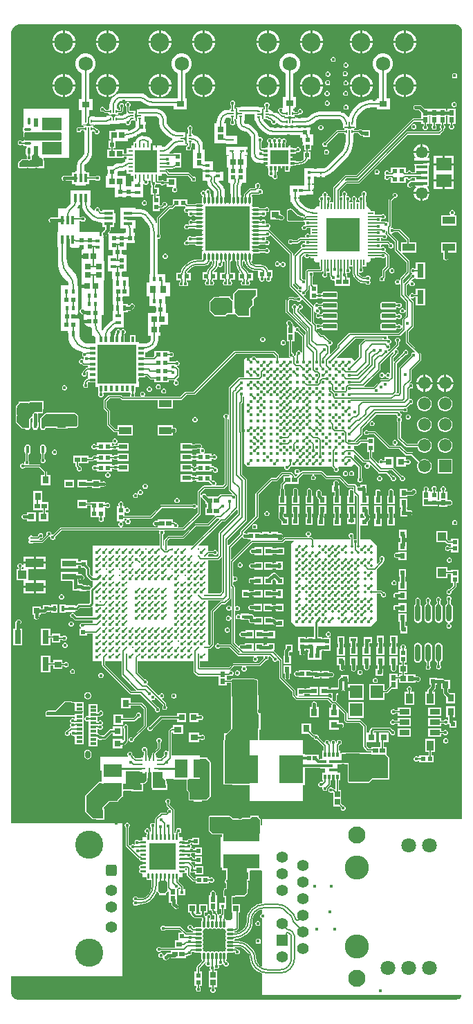
<source format=gtl>
G04*
G04 #@! TF.GenerationSoftware,Altium Limited,Altium Designer,24.9.1 (31)*
G04*
G04 Layer_Physical_Order=1*
G04 Layer_Color=255*
%FSLAX44Y44*%
%MOMM*%
G71*
G04*
G04 #@! TF.SameCoordinates,418AA1D6-F79E-4CCF-963D-19B387831215*
G04*
G04*
G04 #@! TF.FilePolarity,Positive*
G04*
G01*
G75*
%ADD12C,0.1524*%
%ADD13C,0.5080*%
%ADD16C,0.1270*%
%ADD22C,0.5000*%
%ADD23C,1.7300*%
%ADD24R,0.8500X0.6500*%
%ADD25R,0.1500X0.3300*%
%ADD26C,0.2702*%
%ADD27R,1.0500X0.6500*%
%ADD28R,0.5500X0.6000*%
%ADD29R,0.6750X0.4500*%
%ADD30R,0.5000X0.4000*%
%ADD31R,0.7000X0.3000*%
%ADD32R,0.5500X0.3000*%
%ADD33R,0.3000X0.5500*%
%ADD34R,0.5500X0.5500*%
%ADD35R,0.3300X0.1500*%
%ADD36R,0.3541X0.2627*%
%ADD37R,0.6000X0.5000*%
%ADD38R,0.7154X0.6725*%
%ADD39R,0.5200X0.5200*%
%ADD40R,0.4000X0.3500*%
%ADD41R,0.5200X0.5600*%
%ADD42R,0.6096X0.2540*%
%ADD43R,0.5000X0.3500*%
%ADD44R,0.6725X0.7154*%
%ADD45R,0.6200X0.6600*%
%ADD46R,0.5500X0.5500*%
%ADD47R,0.8000X0.8000*%
%ADD48R,0.6500X0.6000*%
%ADD49R,0.5541X0.4627*%
%ADD50R,0.2627X0.3541*%
%ADD51R,0.5725X0.6153*%
%ADD52R,0.5200X0.5200*%
%ADD53R,0.6500X0.3500*%
%ADD54R,0.4725X0.5153*%
%ADD55R,0.7600X0.7200*%
%ADD56R,0.2500X0.6000*%
%ADD57R,0.6000X0.2500*%
%ADD58R,4.5000X1.8000*%
%ADD59R,0.7000X0.9500*%
%ADD60R,0.6000X0.6500*%
%ADD61C,0.4000*%
%ADD62R,0.6500X0.7000*%
G04:AMPARAMS|DCode=63|XSize=0.85mm|YSize=0.3mm|CornerRadius=0.15mm|HoleSize=0mm|Usage=FLASHONLY|Rotation=270.000|XOffset=0mm|YOffset=0mm|HoleType=Round|Shape=RoundedRectangle|*
%AMROUNDEDRECTD63*
21,1,0.8500,0.0000,0,0,270.0*
21,1,0.5500,0.3000,0,0,270.0*
1,1,0.3000,0.0000,-0.2750*
1,1,0.3000,0.0000,0.2750*
1,1,0.3000,0.0000,0.2750*
1,1,0.3000,0.0000,-0.2750*
%
%ADD63ROUNDEDRECTD63*%
G04:AMPARAMS|DCode=64|XSize=0.3mm|YSize=0.85mm|CornerRadius=0.15mm|HoleSize=0mm|Usage=FLASHONLY|Rotation=270.000|XOffset=0mm|YOffset=0mm|HoleType=Round|Shape=RoundedRectangle|*
%AMROUNDEDRECTD64*
21,1,0.3000,0.5500,0,0,270.0*
21,1,0.0000,0.8500,0,0,270.0*
1,1,0.3000,-0.2750,0.0000*
1,1,0.3000,-0.2750,0.0000*
1,1,0.3000,0.2750,0.0000*
1,1,0.3000,0.2750,0.0000*
%
%ADD64ROUNDEDRECTD64*%
%ADD65R,2.6000X2.6000*%
%ADD66R,0.8000X0.9000*%
%ADD67R,0.8382X0.6096*%
%ADD68R,0.7581X0.8121*%
%ADD69R,0.4000X0.5000*%
%ADD70R,0.8121X0.7581*%
%ADD71R,0.6000X0.5500*%
%ADD72R,0.4500X0.4500*%
%ADD73R,0.5500X0.5000*%
%ADD74R,0.7000X0.6500*%
%ADD75R,1.5000X0.9000*%
G04:AMPARAMS|DCode=76|XSize=0.95mm|YSize=0.3mm|CornerRadius=0.15mm|HoleSize=0mm|Usage=FLASHONLY|Rotation=270.000|XOffset=0mm|YOffset=0mm|HoleType=Round|Shape=RoundedRectangle|*
%AMROUNDEDRECTD76*
21,1,0.9500,0.0000,0,0,270.0*
21,1,0.6500,0.3000,0,0,270.0*
1,1,0.3000,0.0000,-0.3250*
1,1,0.3000,0.0000,0.3250*
1,1,0.3000,0.0000,0.3250*
1,1,0.3000,0.0000,-0.3250*
%
%ADD76ROUNDEDRECTD76*%
G04:AMPARAMS|DCode=77|XSize=0.3mm|YSize=0.95mm|CornerRadius=0.15mm|HoleSize=0mm|Usage=FLASHONLY|Rotation=270.000|XOffset=0mm|YOffset=0mm|HoleType=Round|Shape=RoundedRectangle|*
%AMROUNDEDRECTD77*
21,1,0.3000,0.6500,0,0,270.0*
21,1,0.0000,0.9500,0,0,270.0*
1,1,0.3000,-0.3250,0.0000*
1,1,0.3000,-0.3250,0.0000*
1,1,0.3000,0.3250,0.0000*
1,1,0.3000,0.3250,0.0000*
%
%ADD77ROUNDEDRECTD77*%
%ADD78R,5.5000X5.5000*%
%ADD79R,0.9000X0.8000*%
G04:AMPARAMS|DCode=80|XSize=0.25mm|YSize=0.675mm|CornerRadius=0.05mm|HoleSize=0mm|Usage=FLASHONLY|Rotation=270.000|XOffset=0mm|YOffset=0mm|HoleType=Round|Shape=RoundedRectangle|*
%AMROUNDEDRECTD80*
21,1,0.2500,0.5750,0,0,270.0*
21,1,0.1500,0.6750,0,0,270.0*
1,1,0.1000,-0.2875,-0.0750*
1,1,0.1000,-0.2875,0.0750*
1,1,0.1000,0.2875,0.0750*
1,1,0.1000,0.2875,-0.0750*
%
%ADD80ROUNDEDRECTD80*%
G04:AMPARAMS|DCode=81|XSize=1.225mm|YSize=0.25mm|CornerRadius=0.05mm|HoleSize=0mm|Usage=FLASHONLY|Rotation=270.000|XOffset=0mm|YOffset=0mm|HoleType=Round|Shape=RoundedRectangle|*
%AMROUNDEDRECTD81*
21,1,1.2250,0.1500,0,0,270.0*
21,1,1.1250,0.2500,0,0,270.0*
1,1,0.1000,-0.0750,-0.5625*
1,1,0.1000,-0.0750,0.5625*
1,1,0.1000,0.0750,0.5625*
1,1,0.1000,0.0750,-0.5625*
%
%ADD81ROUNDEDRECTD81*%
G04:AMPARAMS|DCode=82|XSize=0.25mm|YSize=0.975mm|CornerRadius=0.05mm|HoleSize=0mm|Usage=FLASHONLY|Rotation=270.000|XOffset=0mm|YOffset=0mm|HoleType=Round|Shape=RoundedRectangle|*
%AMROUNDEDRECTD82*
21,1,0.2500,0.8750,0,0,270.0*
21,1,0.1500,0.9750,0,0,270.0*
1,1,0.1000,-0.4375,-0.0750*
1,1,0.1000,-0.4375,0.0750*
1,1,0.1000,0.4375,0.0750*
1,1,0.1000,0.4375,-0.0750*
%
%ADD82ROUNDEDRECTD82*%
G04:AMPARAMS|DCode=83|XSize=0.625mm|YSize=0.25mm|CornerRadius=0.05mm|HoleSize=0mm|Usage=FLASHONLY|Rotation=270.000|XOffset=0mm|YOffset=0mm|HoleType=Round|Shape=RoundedRectangle|*
%AMROUNDEDRECTD83*
21,1,0.6250,0.1500,0,0,270.0*
21,1,0.5250,0.2500,0,0,270.0*
1,1,0.1000,-0.0750,-0.2625*
1,1,0.1000,-0.0750,0.2625*
1,1,0.1000,0.0750,0.2625*
1,1,0.1000,0.0750,-0.2625*
%
%ADD83ROUNDEDRECTD83*%
%ADD84R,0.5153X0.4725*%
%ADD85R,0.9500X0.7000*%
%ADD86R,0.8000X0.9500*%
%ADD87R,0.4725X0.4682*%
%ADD88R,2.3062X1.5549*%
%ADD89R,3.0000X3.5000*%
%ADD90R,0.5811X0.5121*%
%ADD91R,0.2200X0.6500*%
%ADD92R,0.6500X0.2200*%
%ADD93R,0.5121X0.5811*%
%ADD94R,0.6750X0.6000*%
%ADD95R,0.5000X0.5500*%
%ADD96R,1.0500X0.5700*%
%ADD97R,0.5393X0.4725*%
%ADD98C,0.2500*%
%ADD99R,1.5549X2.3062*%
G04:AMPARAMS|DCode=100|XSize=1.61mm|YSize=0.58mm|CornerRadius=0.0725mm|HoleSize=0mm|Usage=FLASHONLY|Rotation=180.000|XOffset=0mm|YOffset=0mm|HoleType=Round|Shape=RoundedRectangle|*
%AMROUNDEDRECTD100*
21,1,1.6100,0.4350,0,0,180.0*
21,1,1.4650,0.5800,0,0,180.0*
1,1,0.1450,-0.7325,0.2175*
1,1,0.1450,0.7325,0.2175*
1,1,0.1450,0.7325,-0.2175*
1,1,0.1450,-0.7325,-0.2175*
%
%ADD100ROUNDEDRECTD100*%
%ADD101R,0.8500X1.2500*%
%ADD102R,1.2500X0.6500*%
%ADD103R,1.0500X1.0000*%
%ADD104R,2.2000X1.0500*%
%ADD105R,0.8000X0.8000*%
%ADD106R,2.4000X1.6500*%
%ADD107O,0.4000X0.9000*%
%ADD108R,1.1000X1.3500*%
%ADD109R,1.1046X1.7062*%
%ADD110R,1.9062X1.5046*%
%ADD111R,1.7062X1.1546*%
%ADD112R,0.6000X0.3500*%
%ADD113R,1.4000X0.3500*%
%ADD114R,0.3500X0.6000*%
%ADD115R,0.4500X1.0500*%
%ADD116R,1.3500X0.4000*%
%ADD117R,1.9000X1.5000*%
%ADD118R,0.7500X0.3000*%
%ADD119R,0.3000X0.7500*%
%ADD120R,4.8000X4.8000*%
%ADD121R,0.3500X0.6500*%
%ADD122R,0.6153X0.5725*%
%ADD123R,0.4682X0.4725*%
%ADD124C,0.3556*%
%ADD125R,0.6000X0.6750*%
%ADD126R,0.4500X0.6750*%
%ADD127R,1.5000X1.6000*%
%ADD128O,0.6000X2.0500*%
%ADD129R,0.5800X0.5400*%
%ADD130R,0.6500X1.0500*%
%ADD131R,1.8000X0.8000*%
%ADD132R,0.8000X1.7000*%
%ADD133R,1.0500X1.0000*%
%ADD134R,2.2000X1.0500*%
%ADD135R,0.4100X0.6600*%
%ADD136R,0.4725X0.5393*%
%ADD137R,1.0500X0.4500*%
%ADD164R,3.2000X3.2000*%
%ADD165C,0.2250*%
%ADD197C,2.3000*%
G04:AMPARAMS|DCode=198|XSize=0.8mm|YSize=1.4mm|CornerRadius=0.4mm|HoleSize=0mm|Usage=FLASHONLY|Rotation=270.000|XOffset=0mm|YOffset=0mm|HoleType=Round|Shape=RoundedRectangle|*
%AMROUNDEDRECTD198*
21,1,0.8000,0.6000,0,0,270.0*
21,1,0.0000,1.4000,0,0,270.0*
1,1,0.8000,-0.3000,0.0000*
1,1,0.8000,-0.3000,0.0000*
1,1,0.8000,0.3000,0.0000*
1,1,0.8000,0.3000,0.0000*
%
%ADD198ROUNDEDRECTD198*%
G04:AMPARAMS|DCode=199|XSize=0.95mm|YSize=0.65mm|CornerRadius=0.325mm|HoleSize=0mm|Usage=FLASHONLY|Rotation=270.000|XOffset=0mm|YOffset=0mm|HoleType=Round|Shape=RoundedRectangle|*
%AMROUNDEDRECTD199*
21,1,0.9500,0.0000,0,0,270.0*
21,1,0.3000,0.6500,0,0,270.0*
1,1,0.6500,0.0000,-0.1500*
1,1,0.6500,0.0000,0.1500*
1,1,0.6500,0.0000,0.1500*
1,1,0.6500,0.0000,-0.1500*
%
%ADD199ROUNDEDRECTD199*%
%ADD200C,0.6500*%
%ADD209C,0.5000*%
%ADD212C,1.5500*%
%ADD214C,0.4064*%
%ADD215C,0.5500*%
%ADD216C,0.6000*%
%ADD218C,0.1270*%
%ADD219C,0.1397*%
%ADD220C,0.1524*%
%ADD221R,2.2000X1.8000*%
G04:AMPARAMS|DCode=222|XSize=1.6mm|YSize=2.35mm|CornerRadius=0.104mm|HoleSize=0mm|Usage=FLASHONLY|Rotation=90.000|XOffset=0mm|YOffset=0mm|HoleType=Round|Shape=RoundedRectangle|*
%AMROUNDEDRECTD222*
21,1,1.6000,2.1420,0,0,90.0*
21,1,1.3920,2.3500,0,0,90.0*
1,1,0.2080,1.0710,0.6960*
1,1,0.2080,1.0710,-0.6960*
1,1,0.2080,-1.0710,-0.6960*
1,1,0.2080,-1.0710,0.6960*
%
%ADD222ROUNDEDRECTD222*%
G04:AMPARAMS|DCode=223|XSize=0.96mm|YSize=4.6mm|CornerRadius=0.1008mm|HoleSize=0mm|Usage=FLASHONLY|Rotation=90.000|XOffset=0mm|YOffset=0mm|HoleType=Round|Shape=RoundedRectangle|*
%AMROUNDEDRECTD223*
21,1,0.9600,4.3984,0,0,90.0*
21,1,0.7584,4.6000,0,0,90.0*
1,1,0.2016,2.1992,0.3792*
1,1,0.2016,2.1992,-0.3792*
1,1,0.2016,-2.1992,-0.3792*
1,1,0.2016,-2.1992,0.3792*
%
%ADD223ROUNDEDRECTD223*%
G04:AMPARAMS|DCode=224|XSize=1.1mm|YSize=0.5mm|CornerRadius=0.1mm|HoleSize=0mm|Usage=FLASHONLY|Rotation=90.000|XOffset=0mm|YOffset=0mm|HoleType=Round|Shape=RoundedRectangle|*
%AMROUNDEDRECTD224*
21,1,1.1000,0.3000,0,0,90.0*
21,1,0.9000,0.5000,0,0,90.0*
1,1,0.2000,0.1500,0.4500*
1,1,0.2000,0.1500,-0.4500*
1,1,0.2000,-0.1500,-0.4500*
1,1,0.2000,-0.1500,0.4500*
%
%ADD224ROUNDEDRECTD224*%
G04:AMPARAMS|DCode=225|XSize=0.8mm|YSize=0.4mm|CornerRadius=0.1mm|HoleSize=0mm|Usage=FLASHONLY|Rotation=90.000|XOffset=0mm|YOffset=0mm|HoleType=Round|Shape=RoundedRectangle|*
%AMROUNDEDRECTD225*
21,1,0.8000,0.2000,0,0,90.0*
21,1,0.6000,0.4000,0,0,90.0*
1,1,0.2000,0.1000,0.3000*
1,1,0.2000,0.1000,-0.3000*
1,1,0.2000,-0.1000,-0.3000*
1,1,0.2000,-0.1000,0.3000*
%
%ADD225ROUNDEDRECTD225*%
G04:AMPARAMS|DCode=226|XSize=0.4mm|YSize=0.8mm|CornerRadius=0.1mm|HoleSize=0mm|Usage=FLASHONLY|Rotation=90.000|XOffset=0mm|YOffset=0mm|HoleType=Round|Shape=RoundedRectangle|*
%AMROUNDEDRECTD226*
21,1,0.4000,0.6000,0,0,90.0*
21,1,0.2000,0.8000,0,0,90.0*
1,1,0.2000,0.3000,0.1000*
1,1,0.2000,0.3000,-0.1000*
1,1,0.2000,-0.3000,-0.1000*
1,1,0.2000,-0.3000,0.1000*
%
%ADD226ROUNDEDRECTD226*%
%ADD227C,2.3395*%
%ADD228R,4.1000X4.1000*%
%ADD229C,0.2540*%
%ADD230C,0.2794*%
%ADD231C,0.3810*%
%ADD232C,0.3048*%
%ADD233C,3.4500*%
G04:AMPARAMS|DCode=234|XSize=1.42mm|YSize=1.42mm|CornerRadius=0.355mm|HoleSize=0mm|Usage=FLASHONLY|Rotation=270.000|XOffset=0mm|YOffset=0mm|HoleType=Round|Shape=RoundedRectangle|*
%AMROUNDEDRECTD234*
21,1,1.4200,0.7100,0,0,270.0*
21,1,0.7100,1.4200,0,0,270.0*
1,1,0.7100,-0.3550,-0.3550*
1,1,0.7100,-0.3550,0.3550*
1,1,0.7100,0.3550,0.3550*
1,1,0.7100,0.3550,-0.3550*
%
%ADD234ROUNDEDRECTD234*%
%ADD235C,1.4200*%
%ADD236C,1.4000*%
%ADD237R,1.4000X1.4000*%
%ADD238C,2.1000*%
%ADD239C,1.8000*%
%ADD240C,2.9500*%
%ADD241R,1.5500X1.5500*%
%ADD242C,1.4500*%
%ADD243C,5.0000*%
G36*
X549799Y972713D02*
X551368Y972064D01*
X552780Y971120D01*
X553982Y969919D01*
X554925Y968507D01*
X555575Y966938D01*
X555917Y965217D01*
X555941Y964367D01*
X555925Y1000D01*
X311000D01*
Y-5334D01*
X309984Y-6009D01*
X309682Y-5883D01*
Y654D01*
X309336Y1489D01*
X307140Y3685D01*
Y5569D01*
X296860D01*
Y3685D01*
X295806Y2631D01*
X286905D01*
X286243Y2357D01*
X285373D01*
Y1588D01*
X285258Y1474D01*
X282453D01*
Y2070D01*
X275569D01*
X273089Y4549D01*
X272253Y4895D01*
X271197D01*
Y5491D01*
X259520D01*
Y5182D01*
X247000D01*
X246164Y4836D01*
X245818Y4000D01*
Y-12000D01*
X246164Y-12836D01*
X250473Y-17145D01*
X251309Y-17491D01*
X261722D01*
Y-21000D01*
X260000D01*
Y-53000D01*
Y-58000D01*
X261722D01*
Y-61278D01*
X266788D01*
X267455Y-62044D01*
X267365Y-62698D01*
X267387Y-62781D01*
X267354Y-62860D01*
X267387Y-62939D01*
Y-71958D01*
X267117D01*
X266768Y-72103D01*
X266403Y-72198D01*
X266360Y-72272D01*
X266281Y-72304D01*
X266137Y-72653D01*
X265946Y-72979D01*
X265604Y-75460D01*
X265625Y-75543D01*
X265592Y-75622D01*
X265737Y-75971D01*
X265832Y-76336D01*
X265906Y-76379D01*
X265939Y-76458D01*
X266041Y-76500D01*
X266287Y-76602D01*
X266613Y-76793D01*
X267196Y-77570D01*
Y-83196D01*
X265566D01*
X265217Y-83340D01*
X264852Y-83436D01*
X264809Y-83509D01*
X264730Y-83542D01*
X264586Y-83891D01*
X264395Y-84216D01*
X263829Y-88318D01*
X263850Y-88400D01*
X263818Y-88479D01*
Y-92972D01*
X264164Y-93808D01*
X265000Y-94154D01*
X265846D01*
Y-100972D01*
X258972D01*
Y-109028D01*
X261110D01*
Y-114110D01*
X260344Y-114876D01*
X259379D01*
X258230Y-115351D01*
X257906Y-115675D01*
X257137Y-115438D01*
X256873Y-115272D01*
X256747Y-114639D01*
X256337Y-114025D01*
X256124Y-113813D01*
Y-112741D01*
X255649Y-111593D01*
X255350Y-111294D01*
X255771Y-110278D01*
X255778D01*
Y-101778D01*
Y-91722D01*
X254056D01*
Y-89786D01*
X254124Y-89621D01*
Y-88379D01*
X253649Y-87230D01*
X252770Y-86351D01*
X251621Y-85876D01*
X250379D01*
X249230Y-86351D01*
X248351Y-87230D01*
X247876Y-88379D01*
Y-89621D01*
X247944Y-89786D01*
Y-91722D01*
X246222D01*
Y-101778D01*
Y-110278D01*
X249109D01*
Y-110786D01*
X249253Y-111510D01*
X249663Y-112123D01*
X249995Y-112454D01*
X249876Y-112741D01*
Y-113984D01*
X250351Y-115132D01*
X251230Y-116011D01*
X252379Y-116487D01*
X253109D01*
Y-121256D01*
X252954Y-121387D01*
X252267Y-121713D01*
X251707Y-121448D01*
X251279Y-121162D01*
X250000Y-120908D01*
X248721Y-121162D01*
X248500Y-121310D01*
X248261Y-121182D01*
X248008Y-120497D01*
X248023Y-120215D01*
X248303Y-119935D01*
X248779Y-118787D01*
Y-117544D01*
X248303Y-116396D01*
X247424Y-115517D01*
X246276Y-115041D01*
X245033D01*
X243885Y-115517D01*
X243006Y-116396D01*
X242793Y-116911D01*
X241757Y-117158D01*
X241124Y-116570D01*
Y-116379D01*
X240700Y-115355D01*
Y-113140D01*
X244140D01*
Y-102431D01*
X233860D01*
Y-113140D01*
X235883D01*
Y-114592D01*
X230301D01*
X229965Y-114157D01*
X230463Y-113141D01*
X230948D01*
Y-102432D01*
X220667D01*
Y-113141D01*
X223399D01*
Y-113808D01*
X223583Y-114730D01*
X224105Y-115511D01*
X227297Y-118703D01*
X228078Y-119225D01*
X229000Y-119409D01*
X235990D01*
X236230Y-119649D01*
X237379Y-120124D01*
X237526D01*
X237591Y-120190D01*
Y-121954D01*
X236912Y-122971D01*
X236658Y-124250D01*
Y-129750D01*
X236705Y-129986D01*
X235986Y-130705D01*
X235750Y-130658D01*
X230250D01*
X228971Y-130912D01*
X227887Y-131637D01*
X226909Y-131565D01*
X226263Y-130956D01*
Y-130315D01*
X225787Y-129166D01*
X224908Y-128287D01*
X223760Y-127812D01*
X222517D01*
X221369Y-128287D01*
X220490Y-129166D01*
X220014Y-130315D01*
Y-131558D01*
X220490Y-132706D01*
X221369Y-133585D01*
X222517Y-134060D01*
X223589D01*
X224866Y-135337D01*
X225479Y-135747D01*
X226202Y-135891D01*
X226491D01*
X226846Y-136500D01*
X226491Y-137109D01*
X218605D01*
X212159Y-130663D01*
X211546Y-130253D01*
X210822Y-130110D01*
X192528D01*
X191770Y-129351D01*
X190621Y-128876D01*
X189379D01*
X188230Y-129351D01*
X187351Y-130230D01*
X186876Y-131379D01*
Y-132621D01*
X187351Y-133770D01*
X188230Y-134649D01*
X189379Y-135124D01*
X190621D01*
X191770Y-134649D01*
X192528Y-133890D01*
X210039D01*
X212832Y-136683D01*
X212443Y-137622D01*
X208622D01*
Y-146378D01*
X208207Y-147222D01*
X204222D01*
Y-156110D01*
X187528D01*
X186770Y-155351D01*
X185621Y-154876D01*
X184379D01*
X183230Y-155351D01*
X182351Y-156230D01*
X181876Y-157379D01*
Y-158621D01*
X182351Y-159770D01*
X183230Y-160649D01*
X184379Y-161124D01*
X185621D01*
X186770Y-160649D01*
X187528Y-159890D01*
X199722D01*
Y-162209D01*
X196043D01*
X194874Y-162442D01*
X193883Y-163104D01*
X191567Y-165420D01*
X191371Y-165501D01*
X190935Y-165346D01*
X190354Y-165030D01*
Y-164644D01*
X189879Y-163496D01*
X189000Y-162617D01*
X187852Y-162141D01*
X186609D01*
X185461Y-162617D01*
X184582Y-163496D01*
X184106Y-164644D01*
Y-165887D01*
X184582Y-167035D01*
X185461Y-167914D01*
X186609Y-168389D01*
X187852D01*
X188914Y-167949D01*
X189350Y-168104D01*
X189930Y-168420D01*
Y-168807D01*
X190406Y-169955D01*
X191285Y-170834D01*
X192433Y-171310D01*
X193676D01*
X194824Y-170834D01*
X195703Y-169955D01*
X195723Y-169908D01*
X197309Y-168321D01*
X199722D01*
Y-168948D01*
X218278D01*
Y-166061D01*
X219142D01*
X219866Y-165917D01*
X220479Y-165507D01*
X221013Y-164973D01*
X221379Y-165124D01*
X222621D01*
X223770Y-164649D01*
X224649Y-163770D01*
X225124Y-162621D01*
Y-161549D01*
X225783Y-160891D01*
X227571D01*
X227887Y-161363D01*
X228971Y-162088D01*
X230250Y-162342D01*
X235750D01*
X235986Y-162295D01*
X236705Y-163014D01*
X236658Y-163250D01*
Y-168750D01*
X236912Y-170029D01*
X237637Y-171113D01*
X237551Y-172275D01*
X231663Y-178163D01*
X231253Y-178776D01*
X231110Y-179500D01*
Y-184972D01*
X228472D01*
Y-194528D01*
Y-203028D01*
X231110D01*
Y-204078D01*
X230391Y-204797D01*
X229916Y-205945D01*
Y-207188D01*
X230391Y-208336D01*
X231270Y-209215D01*
X232418Y-209690D01*
X233661D01*
X234809Y-209215D01*
X235688Y-208336D01*
X236164Y-207188D01*
Y-205945D01*
X235688Y-204797D01*
X234936Y-204044D01*
X235000Y-203028D01*
X237528D01*
Y-194528D01*
Y-184972D01*
X234890D01*
Y-180283D01*
X241337Y-173837D01*
X241397Y-173747D01*
X242297Y-174228D01*
X241970Y-175018D01*
Y-176261D01*
X242446Y-177409D01*
X243325Y-178288D01*
X244473Y-178764D01*
X245716D01*
X246864Y-178288D01*
X247570Y-179012D01*
X247351Y-179230D01*
X246876Y-180379D01*
Y-181621D01*
X247351Y-182770D01*
X247538Y-182956D01*
X247117Y-183972D01*
X245972D01*
Y-194528D01*
Y-204028D01*
X249109D01*
Y-205165D01*
X248258Y-206016D01*
X247782Y-207165D01*
Y-208407D01*
X248258Y-209556D01*
X249137Y-210435D01*
X250285Y-210910D01*
X251528D01*
X252676Y-210435D01*
X253555Y-209556D01*
X254031Y-208407D01*
Y-207165D01*
X253555Y-206016D01*
X252890Y-205352D01*
Y-204028D01*
X256028D01*
Y-194528D01*
Y-183972D01*
X252890D01*
Y-182687D01*
X252851Y-182491D01*
X253498Y-181668D01*
X254090Y-181743D01*
X254519Y-181921D01*
X255762D01*
X256910Y-181445D01*
X257789Y-180566D01*
X258264Y-179418D01*
Y-178175D01*
X258058Y-177677D01*
X258836Y-176899D01*
X259379Y-177124D01*
X260621D01*
X261770Y-176649D01*
X262649Y-175770D01*
X263768Y-175721D01*
X264143Y-176043D01*
Y-176189D01*
X264618Y-177337D01*
X265497Y-178216D01*
X266645Y-178692D01*
X267888D01*
X269037Y-178216D01*
X269915Y-177337D01*
X270391Y-176189D01*
Y-174946D01*
X269915Y-173798D01*
X269037Y-172919D01*
X267888Y-172443D01*
X266891D01*
Y-171429D01*
X267363Y-171113D01*
X268088Y-170029D01*
X268342Y-168750D01*
Y-163250D01*
X268295Y-163014D01*
X269014Y-162295D01*
X269250Y-162342D01*
X274750D01*
X276029Y-162088D01*
X276860Y-161533D01*
X277193Y-161562D01*
X277723Y-161729D01*
X277986Y-161887D01*
X278351Y-162770D01*
X279230Y-163649D01*
X280379Y-164124D01*
X281621D01*
X282770Y-163649D01*
X283649Y-162770D01*
X284124Y-161621D01*
Y-160379D01*
X283649Y-159230D01*
X282770Y-158351D01*
X281621Y-157876D01*
X280549D01*
X280337Y-157663D01*
X279723Y-157253D01*
X279000Y-157109D01*
X277744D01*
X277613Y-156954D01*
X277242Y-156171D01*
X277838Y-155279D01*
X277860Y-155166D01*
X282321D01*
Y-155169D01*
X285041Y-155527D01*
X287576Y-156577D01*
X289753Y-158247D01*
X289755Y-158245D01*
X294633Y-163124D01*
X294660Y-163141D01*
X295833Y-164897D01*
X296230Y-166894D01*
X296177Y-167910D01*
X296177D01*
X296559Y-171788D01*
X297690Y-175516D01*
X299527Y-178953D01*
X301411Y-181249D01*
X302026Y-182011D01*
Y-182011D01*
X305459Y-184828D01*
X309376Y-186922D01*
X311000Y-187414D01*
Y-214000D01*
X554605D01*
X555284Y-215016D01*
X555083Y-215500D01*
X554277Y-216707D01*
X553251Y-217733D01*
X552044Y-218539D01*
X550703Y-219095D01*
X549166Y-219401D01*
X548440Y-219442D01*
X12525Y-219442D01*
X11693D01*
X10062Y-219117D01*
X8524Y-218480D01*
X7141Y-217556D01*
X5964Y-216379D01*
X5040Y-214996D01*
X4403Y-213459D01*
X4078Y-211827D01*
X4078Y-210995D01*
Y-191000D01*
X140000D01*
Y-4000D01*
X4078D01*
X4078Y962910D01*
Y963896D01*
X4463Y965830D01*
X5218Y967652D01*
X6314Y969292D01*
X7708Y970687D01*
X9348Y971783D01*
X11170Y972537D01*
X13105Y972922D01*
X14091D01*
X14091Y972922D01*
X14092Y972922D01*
X547285Y973045D01*
X548134D01*
X549799Y972713D01*
D02*
G37*
G36*
X261298Y3713D02*
X272253D01*
X275675Y292D01*
X285748D01*
X286905Y1449D01*
X296296D01*
X298638Y3791D01*
X305362D01*
X308500Y654D01*
Y-16309D01*
X251309D01*
X247000Y-12000D01*
Y4000D01*
X261011D01*
X261298Y3713D01*
D02*
G37*
G36*
X310278Y-61278D02*
X311000Y-61988D01*
Y-101653D01*
X309625Y-101789D01*
X305375Y-103078D01*
X301459Y-105171D01*
X298027Y-107988D01*
X298027Y-107988D01*
X298027Y-107988D01*
X297412Y-108750D01*
X295525Y-111048D01*
X293689Y-114483D01*
X292559Y-118210D01*
X292177Y-122086D01*
X292239D01*
Y-124343D01*
X292244Y-124369D01*
X291842Y-127424D01*
X290653Y-130295D01*
X289326Y-132024D01*
X288710Y-132785D01*
X286103Y-134924D01*
X283129Y-136514D01*
X279902Y-137493D01*
X277822Y-137698D01*
X277242Y-136829D01*
X277613Y-136046D01*
X277744Y-135891D01*
X278343D01*
X279067Y-135747D01*
X279680Y-135337D01*
X281680Y-133337D01*
X282090Y-132724D01*
X282234Y-132000D01*
Y-113028D01*
X284028D01*
Y-102472D01*
X275154D01*
Y-94154D01*
X277028D01*
X277864Y-93808D01*
X278490Y-93182D01*
X289000D01*
X289836Y-92836D01*
X293357Y-89315D01*
X293703Y-88479D01*
Y-84278D01*
X294299D01*
Y-75722D01*
X293703D01*
Y-73839D01*
X296299D01*
Y-62161D01*
X296299D01*
X296619Y-61278D01*
X310278D01*
D02*
G37*
G36*
X292521Y-82500D02*
Y-88479D01*
X289000Y-92000D01*
X278000D01*
X277028Y-92972D01*
X273972D01*
Y-103528D01*
Y-113028D01*
X275000D01*
Y-120000D01*
X273000Y-122000D01*
X268000D01*
X265000Y-119000D01*
Y-110000D01*
Y-109028D01*
X267028D01*
Y-101028D01*
Y-92972D01*
X265000D01*
Y-88479D01*
X265566Y-84378D01*
X268378D01*
Y-75622D01*
X266775D01*
X267117Y-73140D01*
X268569D01*
Y-62860D01*
X268536D01*
X269207Y-58000D01*
X292521D01*
Y-82500D01*
D02*
G37*
G36*
X263292Y-132551D02*
X263721Y-132838D01*
X265000Y-133092D01*
X265236Y-133045D01*
X265955Y-133764D01*
X265908Y-134000D01*
X266162Y-135279D01*
X266887Y-136363D01*
Y-136637D01*
X266162Y-137721D01*
X265908Y-139000D01*
X266162Y-140279D01*
X266448Y-140708D01*
X266822Y-141500D01*
X266448Y-142292D01*
X266162Y-142721D01*
X265908Y-144000D01*
X266162Y-145279D01*
X266887Y-146363D01*
Y-146637D01*
X266162Y-147721D01*
X265908Y-149000D01*
X266162Y-150279D01*
X266448Y-150708D01*
X266822Y-151500D01*
X266448Y-152292D01*
X266162Y-152721D01*
X265908Y-154000D01*
X266162Y-155279D01*
X266887Y-156363D01*
Y-156637D01*
X266162Y-157721D01*
X265908Y-159000D01*
X265955Y-159236D01*
X265236Y-159955D01*
X265000Y-159908D01*
X263721Y-160162D01*
X263292Y-160448D01*
X262500Y-160822D01*
X261707Y-160448D01*
X261279Y-160162D01*
X260000Y-159908D01*
X258721Y-160162D01*
X258292Y-160448D01*
X257500Y-160822D01*
X256707Y-160448D01*
X256279Y-160162D01*
X255000Y-159908D01*
X253721Y-160162D01*
X253292Y-160448D01*
X252500Y-160822D01*
X251707Y-160448D01*
X251279Y-160162D01*
X250000Y-159908D01*
X248721Y-160162D01*
X248292Y-160448D01*
X247500Y-160822D01*
X246707Y-160448D01*
X246279Y-160162D01*
X245000Y-159908D01*
X243721Y-160162D01*
X243292Y-160448D01*
X242500Y-160822D01*
X241707Y-160448D01*
X241279Y-160162D01*
X240000Y-159908D01*
X239764Y-159955D01*
X239045Y-159236D01*
X239092Y-159000D01*
X238838Y-157721D01*
X238113Y-156637D01*
Y-156363D01*
X238838Y-155279D01*
X239092Y-154000D01*
X238838Y-152721D01*
X238551Y-152292D01*
X238178Y-151500D01*
X238551Y-150708D01*
X238838Y-150279D01*
X239092Y-149000D01*
X238838Y-147721D01*
X238113Y-146637D01*
Y-146363D01*
X238838Y-145279D01*
X239092Y-144000D01*
X238838Y-142721D01*
X238551Y-142292D01*
X238178Y-141500D01*
X238551Y-140708D01*
X238838Y-140279D01*
X239092Y-139000D01*
X238838Y-137721D01*
X238113Y-136637D01*
Y-136363D01*
X238838Y-135279D01*
X239092Y-134000D01*
X239045Y-133764D01*
X239764Y-133045D01*
X240000Y-133092D01*
X241279Y-132838D01*
X241707Y-132551D01*
X242500Y-132178D01*
X243292Y-132551D01*
X243721Y-132838D01*
X245000Y-133092D01*
X246279Y-132838D01*
X246707Y-132551D01*
X247500Y-132178D01*
X248292Y-132551D01*
X248721Y-132838D01*
X250000Y-133092D01*
X251279Y-132838D01*
X251707Y-132551D01*
X252500Y-132178D01*
X253292Y-132551D01*
X253721Y-132838D01*
X255000Y-133092D01*
X256279Y-132838D01*
X256707Y-132551D01*
X257500Y-132178D01*
X258292Y-132551D01*
X258721Y-132838D01*
X260000Y-133092D01*
X261279Y-132838D01*
X261707Y-132551D01*
X262500Y-132178D01*
X263292Y-132551D01*
D02*
G37*
G36*
X311000Y-109949D02*
Y-114033D01*
X310230Y-114351D01*
X309351Y-115230D01*
X308876Y-116379D01*
Y-117621D01*
X309351Y-118770D01*
X310230Y-119649D01*
X311000Y-119967D01*
Y-178421D01*
X310128Y-178943D01*
X309585Y-178653D01*
X307278Y-176759D01*
X307268Y-176747D01*
X306638Y-175992D01*
X305231Y-174158D01*
X303983Y-171144D01*
X303563Y-167952D01*
X303571Y-167911D01*
X303571Y-165422D01*
X303522Y-165177D01*
X303501Y-164929D01*
X303084Y-163500D01*
X303116Y-163441D01*
X303116Y-163441D01*
X302014Y-160781D01*
X302014D01*
X301950Y-160762D01*
X301233Y-159454D01*
X301072Y-159263D01*
X300934Y-159055D01*
X299825Y-157946D01*
X294929Y-153051D01*
X294929Y-153051D01*
X294966Y-153014D01*
X292259Y-150792D01*
X289171Y-149142D01*
X285820Y-148125D01*
X282335Y-147782D01*
Y-147834D01*
X277860D01*
X277838Y-147721D01*
X277113Y-146637D01*
Y-146363D01*
X277838Y-145279D01*
X277869Y-145122D01*
X281358Y-144778D01*
X285972Y-143378D01*
X290224Y-141106D01*
X293951Y-138047D01*
Y-138047D01*
X293987Y-137975D01*
X296383Y-135056D01*
X298163Y-131725D01*
X299260Y-128110D01*
X299630Y-124351D01*
X299571D01*
Y-122468D01*
X299640Y-121459D01*
X299640D01*
X299640Y-121459D01*
X299983Y-118854D01*
X301230Y-115843D01*
X302634Y-114013D01*
X303264Y-113257D01*
X303279Y-113240D01*
X305586Y-111347D01*
X308218Y-109940D01*
X310184Y-109343D01*
X311000Y-109949D01*
D02*
G37*
%LPC*%
G36*
X123498Y965690D02*
X122920D01*
Y952920D01*
X135690D01*
Y953498D01*
X134733Y957069D01*
X132885Y960271D01*
X130271Y962885D01*
X127069Y964733D01*
X123498Y965690D01*
D02*
G37*
G36*
X120380D02*
X119802D01*
X116231Y964733D01*
X113029Y962885D01*
X110415Y960271D01*
X108567Y957069D01*
X107610Y953498D01*
Y952920D01*
X120380D01*
Y965690D01*
D02*
G37*
G36*
X70198D02*
X69620D01*
Y952920D01*
X82390D01*
Y953498D01*
X81433Y957069D01*
X79585Y960271D01*
X76971Y962885D01*
X73769Y964733D01*
X70198Y965690D01*
D02*
G37*
G36*
X67080D02*
X66502D01*
X62931Y964733D01*
X59729Y962885D01*
X57115Y960271D01*
X55267Y957069D01*
X54310Y953498D01*
Y952920D01*
X67080D01*
Y965690D01*
D02*
G37*
G36*
X487498Y965690D02*
X486920D01*
Y952920D01*
X499690D01*
Y953498D01*
X498733Y957069D01*
X496885Y960271D01*
X494271Y962885D01*
X491069Y964733D01*
X487498Y965690D01*
D02*
G37*
G36*
X320198D02*
X319620D01*
Y952920D01*
X332390D01*
Y953498D01*
X331433Y957069D01*
X329585Y960271D01*
X326971Y962885D01*
X323769Y964733D01*
X320198Y965690D01*
D02*
G37*
G36*
X373498D02*
X372920D01*
Y952920D01*
X385690D01*
Y953498D01*
X384733Y957069D01*
X382885Y960271D01*
X380271Y962885D01*
X377069Y964733D01*
X373498Y965690D01*
D02*
G37*
G36*
X434198D02*
X433620D01*
Y952920D01*
X446390D01*
Y953498D01*
X445433Y957069D01*
X443585Y960271D01*
X440971Y962885D01*
X437769Y964733D01*
X434198Y965690D01*
D02*
G37*
G36*
X431080D02*
X430502D01*
X426931Y964733D01*
X423729Y962885D01*
X421115Y960271D01*
X419267Y957069D01*
X418310Y953498D01*
Y952920D01*
X431080D01*
Y965690D01*
D02*
G37*
G36*
X370380D02*
X369802D01*
X366231Y964733D01*
X363029Y962885D01*
X360415Y960271D01*
X358567Y957069D01*
X357610Y953498D01*
Y952920D01*
X370380D01*
Y965690D01*
D02*
G37*
G36*
X317080D02*
X316502D01*
X312931Y964733D01*
X309729Y962885D01*
X307115Y960271D01*
X305267Y957069D01*
X304310Y953498D01*
Y952920D01*
X317080D01*
Y965690D01*
D02*
G37*
G36*
X484380D02*
X483802D01*
X480231Y964733D01*
X477029Y962885D01*
X474415Y960271D01*
X472567Y957069D01*
X471610Y953498D01*
Y952920D01*
X484380D01*
Y965690D01*
D02*
G37*
G36*
X241148D02*
X240570D01*
Y952920D01*
X253340D01*
Y953498D01*
X252383Y957069D01*
X250535Y960271D01*
X247921Y962885D01*
X244719Y964733D01*
X241148Y965690D01*
D02*
G37*
G36*
X238030D02*
X237452D01*
X233881Y964733D01*
X230679Y962885D01*
X228065Y960271D01*
X226217Y957069D01*
X225260Y953498D01*
Y952920D01*
X238030D01*
Y965690D01*
D02*
G37*
G36*
X187848D02*
X187270D01*
Y952920D01*
X200040D01*
Y953498D01*
X199083Y957069D01*
X197235Y960271D01*
X194621Y962885D01*
X191419Y964733D01*
X187848Y965690D01*
D02*
G37*
G36*
X184730D02*
X184152D01*
X180581Y964733D01*
X177379Y962885D01*
X174765Y960271D01*
X172917Y957069D01*
X171960Y953498D01*
Y952920D01*
X184730D01*
Y965690D01*
D02*
G37*
G36*
X432350Y951650D02*
D01*
D01*
D01*
D02*
G37*
G36*
X135690Y950380D02*
X122920D01*
Y937610D01*
X123498D01*
X127069Y938567D01*
X130271Y940415D01*
X132885Y943029D01*
X134733Y946231D01*
X135690Y949802D01*
Y950380D01*
D02*
G37*
G36*
X120380D02*
X107610D01*
Y949802D01*
X108567Y946231D01*
X110415Y943029D01*
X113029Y940415D01*
X116231Y938567D01*
X119802Y937610D01*
X120380D01*
Y950380D01*
D02*
G37*
G36*
X82390D02*
X69620D01*
Y937610D01*
X70198D01*
X73769Y938567D01*
X76971Y940415D01*
X79585Y943029D01*
X81433Y946231D01*
X82390Y949802D01*
Y950380D01*
D02*
G37*
G36*
X67080D02*
X54310D01*
Y949802D01*
X55267Y946231D01*
X57115Y943029D01*
X59729Y940415D01*
X62931Y938567D01*
X66502Y937610D01*
X67080D01*
Y950380D01*
D02*
G37*
G36*
X499690Y950380D02*
X486920D01*
Y937610D01*
X487498D01*
X491069Y938567D01*
X494271Y940415D01*
X496885Y943029D01*
X498733Y946231D01*
X499690Y949801D01*
Y950380D01*
D02*
G37*
G36*
X484380D02*
X471610D01*
Y949801D01*
X472567Y946231D01*
X474415Y943029D01*
X477029Y940415D01*
X480231Y938567D01*
X483802Y937610D01*
X484380D01*
Y950380D01*
D02*
G37*
G36*
X446390D02*
X433620D01*
Y937610D01*
X434198D01*
X437769Y938567D01*
X440971Y940415D01*
X443585Y943029D01*
X445433Y946231D01*
X446390Y949801D01*
Y950380D01*
D02*
G37*
G36*
X431080D02*
X418310D01*
Y949801D01*
X419267Y946231D01*
X421115Y943029D01*
X423729Y940415D01*
X426931Y938567D01*
X430502Y937610D01*
X431080D01*
Y950380D01*
D02*
G37*
G36*
X385690D02*
X372920D01*
Y937610D01*
X373498D01*
X377069Y938567D01*
X380271Y940415D01*
X382885Y943029D01*
X384733Y946231D01*
X385690Y949801D01*
Y950380D01*
D02*
G37*
G36*
X370380D02*
X357610D01*
Y949801D01*
X358567Y946231D01*
X360415Y943029D01*
X363029Y940415D01*
X366231Y938567D01*
X369802Y937610D01*
X370380D01*
Y950380D01*
D02*
G37*
G36*
X332390D02*
X319620D01*
Y937610D01*
X320198D01*
X323769Y938567D01*
X326971Y940415D01*
X329585Y943029D01*
X331433Y946231D01*
X332390Y949801D01*
Y950380D01*
D02*
G37*
G36*
X317080D02*
X304310D01*
Y949801D01*
X305267Y946231D01*
X307115Y943029D01*
X309729Y940415D01*
X312931Y938567D01*
X316502Y937610D01*
X317080D01*
Y950380D01*
D02*
G37*
G36*
X253340Y950380D02*
X240570D01*
Y937610D01*
X241148D01*
X244719Y938567D01*
X247921Y940415D01*
X250535Y943029D01*
X252383Y946231D01*
X253340Y949801D01*
Y950380D01*
D02*
G37*
G36*
X238030D02*
X225260D01*
Y949801D01*
X226217Y946231D01*
X228065Y943029D01*
X230679Y940415D01*
X233881Y938567D01*
X237452Y937610D01*
X238030D01*
Y950380D01*
D02*
G37*
G36*
X200040D02*
X187270D01*
Y937610D01*
X187848D01*
X191419Y938567D01*
X194621Y940415D01*
X197235Y943029D01*
X199083Y946231D01*
X200040Y949801D01*
Y950380D01*
D02*
G37*
G36*
X184730D02*
X171960D01*
Y949801D01*
X172917Y946231D01*
X174765Y943029D01*
X177379Y940415D01*
X180581Y938567D01*
X184152Y937610D01*
X184730D01*
Y950380D01*
D02*
G37*
G36*
X398826Y933559D02*
X397583D01*
X396435Y933083D01*
X395556Y932204D01*
X395080Y931056D01*
Y929813D01*
X395556Y928665D01*
X396435Y927786D01*
X397583Y927310D01*
X398826D01*
X399974Y927786D01*
X400853Y928665D01*
X401329Y929813D01*
Y931056D01*
X400853Y932204D01*
X399974Y933083D01*
X398826Y933559D01*
D02*
G37*
G36*
X414523Y926457D02*
X413280D01*
X412131Y925982D01*
X411253Y925103D01*
X410777Y923954D01*
Y922712D01*
X411253Y921563D01*
X412131Y920685D01*
X413280Y920209D01*
X414523D01*
X415671Y920685D01*
X416550Y921563D01*
X417025Y922712D01*
Y923954D01*
X416550Y925103D01*
X415671Y925982D01*
X414523Y926457D01*
D02*
G37*
G36*
X413568Y915954D02*
X412325D01*
X411176Y915478D01*
X410298Y914599D01*
X409822Y913451D01*
Y912208D01*
X410298Y911060D01*
X411176Y910181D01*
X412325Y909705D01*
X413568D01*
X414716Y910181D01*
X415595Y911060D01*
X416070Y912208D01*
Y913451D01*
X415595Y914599D01*
X414716Y915478D01*
X413568Y915954D01*
D02*
G37*
G36*
X392500Y915476D02*
X391257D01*
X390109Y915000D01*
X389230Y914121D01*
X388754Y912973D01*
Y911730D01*
X389230Y910582D01*
X390109Y909703D01*
X391257Y909227D01*
X392500D01*
X393648Y909703D01*
X394527Y910582D01*
X395003Y911730D01*
Y912973D01*
X394527Y914121D01*
X393648Y915000D01*
X392500Y915476D01*
D02*
G37*
G36*
X547517Y913436D02*
X546275D01*
X545126Y912960D01*
X544247Y912082D01*
X543772Y910933D01*
Y909690D01*
X544247Y908542D01*
X545126Y907663D01*
X546275Y907188D01*
X547517D01*
X548666Y907663D01*
X549545Y908542D01*
X550020Y909690D01*
Y910933D01*
X549545Y912082D01*
X548666Y912960D01*
X547517Y913436D01*
D02*
G37*
G36*
X487498Y912390D02*
X486920D01*
Y899620D01*
X499690D01*
Y900198D01*
X498733Y903769D01*
X496885Y906971D01*
X494271Y909585D01*
X491069Y911433D01*
X487498Y912390D01*
D02*
G37*
G36*
X320198D02*
X319620D01*
Y899620D01*
X332390D01*
Y900198D01*
X331433Y903769D01*
X329585Y906971D01*
X326971Y909585D01*
X323769Y911433D01*
X320198Y912390D01*
D02*
G37*
G36*
X373498D02*
X372920D01*
Y899620D01*
X385690D01*
Y900198D01*
X384733Y903769D01*
X382885Y906971D01*
X380271Y909585D01*
X377069Y911433D01*
X373498Y912390D01*
D02*
G37*
G36*
X434198D02*
X433620D01*
Y899620D01*
X446390D01*
Y900198D01*
X445433Y903769D01*
X443585Y906971D01*
X440971Y909585D01*
X437769Y911433D01*
X434198Y912390D01*
D02*
G37*
G36*
X431080D02*
X430502D01*
X426931Y911433D01*
X423729Y909585D01*
X421115Y906971D01*
X419267Y903769D01*
X418310Y900198D01*
Y899620D01*
X431080D01*
Y912390D01*
D02*
G37*
G36*
X370380D02*
X369802D01*
X366231Y911433D01*
X363029Y909585D01*
X360415Y906971D01*
X358567Y903769D01*
X357610Y900198D01*
Y899620D01*
X370380D01*
Y912390D01*
D02*
G37*
G36*
X317080D02*
X316502D01*
X312931Y911433D01*
X309729Y909585D01*
X307115Y906971D01*
X305267Y903769D01*
X304310Y900198D01*
Y899620D01*
X317080D01*
Y912390D01*
D02*
G37*
G36*
X484380D02*
X483802D01*
X480231Y911433D01*
X477029Y909585D01*
X474415Y906971D01*
X472567Y903769D01*
X471610Y900198D01*
Y899620D01*
X484380D01*
Y912390D01*
D02*
G37*
G36*
X123498Y912390D02*
X122920D01*
Y899620D01*
X135690D01*
Y900198D01*
X134733Y903769D01*
X132885Y906971D01*
X130271Y909585D01*
X127069Y911433D01*
X123498Y912390D01*
D02*
G37*
G36*
X120380D02*
X119802D01*
X116231Y911433D01*
X113029Y909585D01*
X110415Y906971D01*
X108567Y903769D01*
X107610Y900198D01*
Y899620D01*
X120380D01*
Y912390D01*
D02*
G37*
G36*
X70198D02*
X69620D01*
Y899620D01*
X82390D01*
Y900198D01*
X81433Y903769D01*
X79585Y906971D01*
X76971Y909585D01*
X73769Y911433D01*
X70198Y912390D01*
D02*
G37*
G36*
X67080D02*
X66502D01*
X62931Y911433D01*
X59729Y909585D01*
X57115Y906971D01*
X55267Y903769D01*
X54310Y900198D01*
Y899620D01*
X67080D01*
Y912390D01*
D02*
G37*
G36*
X241148Y912390D02*
X240570D01*
Y899620D01*
X253340D01*
Y900198D01*
X252383Y903769D01*
X250535Y906971D01*
X247921Y909585D01*
X244719Y911433D01*
X241148Y912390D01*
D02*
G37*
G36*
X238030D02*
X237452D01*
X233881Y911433D01*
X230679Y909585D01*
X228065Y906971D01*
X226217Y903769D01*
X225260Y900198D01*
Y899620D01*
X238030D01*
Y912390D01*
D02*
G37*
G36*
X187848D02*
X187270D01*
Y899620D01*
X200040D01*
Y900198D01*
X199083Y903769D01*
X197235Y906971D01*
X194621Y909585D01*
X191419Y911433D01*
X187848Y912390D01*
D02*
G37*
G36*
X184730D02*
X184152D01*
X180581Y911433D01*
X177379Y909585D01*
X174765Y906971D01*
X172917Y903769D01*
X171960Y900198D01*
Y899620D01*
X184730D01*
Y912390D01*
D02*
G37*
G36*
X391963Y904972D02*
X390720D01*
X389572Y904496D01*
X388693Y903617D01*
X388217Y902469D01*
Y901226D01*
X388693Y900078D01*
X389572Y899199D01*
X390720Y898723D01*
X391963D01*
X393111Y899199D01*
X393990Y900078D01*
X394466Y901226D01*
Y902469D01*
X393990Y903617D01*
X393111Y904496D01*
X391963Y904972D01*
D02*
G37*
G36*
X414403Y904674D02*
X413160D01*
X412012Y904198D01*
X411133Y903319D01*
X410657Y902171D01*
Y900928D01*
X411133Y899780D01*
X412012Y898901D01*
X413160Y898426D01*
X414403D01*
X415551Y898901D01*
X416430Y899780D01*
X416906Y900928D01*
Y902171D01*
X416430Y903319D01*
X415551Y904198D01*
X414403Y904674D01*
D02*
G37*
G36*
X414045Y891962D02*
X412803D01*
X411654Y891486D01*
X410775Y890607D01*
X410300Y889459D01*
Y888216D01*
X410775Y887068D01*
X411654Y886189D01*
X412803Y885713D01*
X414045D01*
X415194Y886189D01*
X416073Y887068D01*
X416548Y888216D01*
Y889459D01*
X416073Y890607D01*
X415194Y891486D01*
X414045Y891962D01*
D02*
G37*
G36*
X391226Y891652D02*
X389983D01*
X388835Y891176D01*
X387956Y890297D01*
X387481Y889149D01*
Y887906D01*
X387956Y886758D01*
X388835Y885879D01*
X389983Y885403D01*
X391226D01*
X392375Y885879D01*
X393254Y886758D01*
X393729Y887906D01*
Y889149D01*
X393254Y890297D01*
X392375Y891176D01*
X391226Y891652D01*
D02*
G37*
G36*
X135690Y897080D02*
X122920D01*
Y884310D01*
X123498D01*
X127069Y885267D01*
X130271Y887115D01*
X132885Y889729D01*
X134733Y892931D01*
X135690Y896502D01*
Y897080D01*
D02*
G37*
G36*
X120380D02*
X107610D01*
Y896502D01*
X108567Y892931D01*
X110415Y889729D01*
X113029Y887115D01*
X116231Y885267D01*
X119802Y884310D01*
X120380D01*
Y897080D01*
D02*
G37*
G36*
X82390D02*
X69620D01*
Y884310D01*
X70198D01*
X73769Y885267D01*
X76971Y887115D01*
X79585Y889729D01*
X81433Y892931D01*
X82390Y896502D01*
Y897080D01*
D02*
G37*
G36*
X67080D02*
X54310D01*
Y896502D01*
X55267Y892931D01*
X57115Y889729D01*
X59729Y887115D01*
X62931Y885267D01*
X66502Y884310D01*
X67080D01*
Y897080D01*
D02*
G37*
G36*
X499690Y897080D02*
X486920D01*
Y884310D01*
X487498D01*
X491069Y885267D01*
X494271Y887115D01*
X496885Y889729D01*
X498733Y892931D01*
X499690Y896501D01*
Y897080D01*
D02*
G37*
G36*
X484380D02*
X471610D01*
Y896501D01*
X472567Y892931D01*
X474415Y889729D01*
X477029Y887115D01*
X480231Y885267D01*
X483802Y884310D01*
X484380D01*
Y897080D01*
D02*
G37*
G36*
X446390D02*
X433620D01*
Y884310D01*
X434198D01*
X437769Y885267D01*
X440971Y887115D01*
X443585Y889729D01*
X445433Y892931D01*
X446390Y896501D01*
Y897080D01*
D02*
G37*
G36*
X431080D02*
X418310D01*
Y896501D01*
X419267Y892931D01*
X421115Y889729D01*
X423729Y887115D01*
X426931Y885267D01*
X430502Y884310D01*
X431080D01*
Y897080D01*
D02*
G37*
G36*
X385690D02*
X372920D01*
Y884310D01*
X373498D01*
X377069Y885267D01*
X380271Y887115D01*
X382885Y889729D01*
X384733Y892931D01*
X385690Y896501D01*
Y897080D01*
D02*
G37*
G36*
X370380D02*
X357610D01*
Y896501D01*
X358567Y892931D01*
X360415Y889729D01*
X363029Y887115D01*
X366231Y885267D01*
X369802Y884310D01*
X370380D01*
Y897080D01*
D02*
G37*
G36*
X332390D02*
X319620D01*
Y884310D01*
X320198D01*
X323769Y885267D01*
X326971Y887115D01*
X329585Y889729D01*
X331433Y892931D01*
X332390Y896501D01*
Y897080D01*
D02*
G37*
G36*
X317080D02*
X304310D01*
Y896501D01*
X305267Y892931D01*
X307115Y889729D01*
X309729Y887115D01*
X312931Y885267D01*
X316502Y884310D01*
X317080D01*
Y897080D01*
D02*
G37*
G36*
X253340Y897080D02*
X240570D01*
Y884310D01*
X241148D01*
X244719Y885267D01*
X247921Y887115D01*
X250535Y889729D01*
X252383Y892931D01*
X253340Y896501D01*
Y897080D01*
D02*
G37*
G36*
X238030D02*
X225260D01*
Y896501D01*
X226217Y892931D01*
X228065Y889729D01*
X230679Y887115D01*
X233881Y885267D01*
X237452Y884310D01*
X238030D01*
Y897080D01*
D02*
G37*
G36*
X200040D02*
X187270D01*
Y884310D01*
X187848D01*
X191419Y885267D01*
X194621Y887115D01*
X197235Y889729D01*
X199083Y892931D01*
X200040Y896501D01*
Y897080D01*
D02*
G37*
G36*
X184730D02*
X171960D01*
Y896501D01*
X172917Y892931D01*
X174765Y889729D01*
X177379Y887115D01*
X180581Y885267D01*
X184152Y884310D01*
X184730D01*
Y897080D01*
D02*
G37*
G36*
X214290Y937460D02*
X211010D01*
X207841Y936611D01*
X204999Y934970D01*
X202680Y932651D01*
X201039Y929809D01*
X200190Y926640D01*
Y923360D01*
X201039Y920191D01*
X202680Y917349D01*
X204999Y915029D01*
X207841Y913389D01*
X207988Y913350D01*
Y883060D01*
X202940D01*
Y882662D01*
X176645D01*
X176524Y882638D01*
X174306Y882930D01*
X172127Y883832D01*
X171042Y884665D01*
X170290Y885303D01*
X170290Y885302D01*
X167909Y887130D01*
X165135Y888279D01*
X162159Y888670D01*
Y888662D01*
X139243D01*
X139065Y888626D01*
X136339Y888358D01*
X133546Y887511D01*
X130972Y886135D01*
X128855Y884397D01*
X128704Y884296D01*
X128603Y884146D01*
X126865Y882028D01*
X125490Y879454D01*
X125133Y878279D01*
X125021Y878112D01*
X124904Y877525D01*
X124642Y876662D01*
X124374Y873935D01*
X124338Y873757D01*
Y870278D01*
X122972D01*
Y868740D01*
X119868D01*
X118872Y869737D01*
Y870121D01*
X118396Y871270D01*
X117517Y872149D01*
X116369Y872624D01*
X115126D01*
X113978Y872149D01*
X113099Y871270D01*
X112623Y870121D01*
Y868879D01*
X113099Y867730D01*
X113978Y866851D01*
X115126Y866376D01*
X116369D01*
X116734Y866527D01*
X117748Y865513D01*
X118361Y865103D01*
X119085Y864959D01*
X122254D01*
X122972Y864241D01*
Y863422D01*
X122564Y862750D01*
X126250Y862750D01*
X126329Y862757D01*
X126482Y862797D01*
X126623Y862867D01*
X126747Y862966D01*
X126800Y863025D01*
X126850Y863086D01*
X126974Y863186D01*
X127117Y863257D01*
X127271Y863297D01*
X127350Y863300D01*
X127350D01*
X130650Y863300D01*
X130729Y863297D01*
X130883Y863257D01*
X131025Y863186D01*
X131150Y863086D01*
X131200Y863025D01*
X131253Y862966D01*
X131376Y862867D01*
X131518Y862797D01*
X131671Y862757D01*
X131750Y862750D01*
X131750Y862750D01*
X135435Y862750D01*
X135028Y863422D01*
Y864959D01*
X138350D01*
X139073Y865103D01*
X139687Y865513D01*
X140579Y866406D01*
X140989Y867019D01*
X141133Y867743D01*
Y871472D01*
X141649Y871988D01*
X142124Y873136D01*
Y874379D01*
X141649Y875527D01*
X140770Y876406D01*
X139621Y876882D01*
X138379D01*
X137230Y876406D01*
X136351Y875527D01*
X135876Y874379D01*
Y873136D01*
X136351Y871988D01*
X137230Y871109D01*
X137352Y871058D01*
Y868740D01*
X135028D01*
Y870278D01*
X133662D01*
Y873757D01*
X133626Y873936D01*
X134021Y875920D01*
X135145Y877602D01*
X135296Y877704D01*
X135398Y877855D01*
X137080Y878979D01*
X139064Y879374D01*
X139243Y879338D01*
X162159D01*
X162170Y879341D01*
X162990Y879177D01*
X163685Y878713D01*
X163692Y878704D01*
X163703Y878696D01*
X166468Y876427D01*
X169635Y874734D01*
X173071Y873692D01*
X176631Y873341D01*
X176645Y873338D01*
X202940D01*
Y868940D01*
X219060D01*
Y883060D01*
X217312D01*
Y913350D01*
X217459Y913389D01*
X220301Y915029D01*
X222621Y917349D01*
X224261Y920191D01*
X225110Y923360D01*
Y926640D01*
X224261Y929809D01*
X222621Y932651D01*
X220301Y934970D01*
X217459Y936611D01*
X214290Y937460D01*
D02*
G37*
G36*
X460640D02*
X457360D01*
X454191Y936611D01*
X451349Y934970D01*
X449030Y932651D01*
X447389Y929809D01*
X446540Y926640D01*
Y923360D01*
X447389Y920191D01*
X449030Y917349D01*
X451349Y915029D01*
X454191Y913389D01*
X454338Y913350D01*
Y883060D01*
X451690D01*
Y880662D01*
X444485D01*
Y880693D01*
X439573Y880209D01*
X438061Y879751D01*
X437561Y879651D01*
X437417Y879555D01*
X434850Y878777D01*
X430497Y876450D01*
X426681Y873319D01*
X426704Y873296D01*
X425005Y871598D01*
X424988Y871572D01*
X422167Y868269D01*
X419881Y864538D01*
X418207Y860497D01*
X418144Y860236D01*
X418141Y860232D01*
X418131Y860184D01*
X417997Y859622D01*
X416895Y859388D01*
X415126Y861693D01*
X415106Y861673D01*
X415106Y861673D01*
X413296Y863482D01*
X413199Y863547D01*
X411309Y864997D01*
X409002Y865953D01*
X406641Y866264D01*
X406526Y866287D01*
X381752D01*
X381676Y866272D01*
X378429Y865952D01*
X375234Y864983D01*
X372290Y863409D01*
X369767Y861339D01*
X369704Y861296D01*
X369636Y861194D01*
X367861Y859832D01*
X365682Y858930D01*
X363464Y858638D01*
X363343Y858662D01*
X353060D01*
Y859610D01*
X351520D01*
X351500Y859644D01*
Y858250D01*
X347500D01*
X347429Y858241D01*
X347291Y858202D01*
X347163Y858138D01*
X347050Y858051D01*
X347000Y858000D01*
Y858000D01*
X346000Y856900D01*
X345925Y856828D01*
X345808Y856657D01*
X345742Y856460D01*
X345733Y856253D01*
X345750Y856150D01*
X345750Y856150D01*
X345750D01*
Y852500D01*
X344250D01*
Y856150D01*
X344267Y856253D01*
X344258Y856460D01*
X344192Y856657D01*
X344075Y856828D01*
X344000Y856900D01*
X343000Y858000D01*
X342950Y858051D01*
X342837Y858138D01*
X342709Y858202D01*
X342571Y858241D01*
X342500Y858250D01*
X342500Y858250D01*
X338500Y858250D01*
Y859644D01*
X338480Y859610D01*
X336940D01*
Y859610D01*
X335941Y859651D01*
X335737Y859855D01*
X335044Y860599D01*
X335044Y860599D01*
X331113Y863825D01*
X326628Y866222D01*
X322160Y867577D01*
Y868060D01*
X320128D01*
Y869528D01*
X318591D01*
Y871845D01*
X319003Y872016D01*
X319882Y872895D01*
X320358Y874044D01*
Y875286D01*
X319882Y876435D01*
X319003Y877314D01*
X317855Y877789D01*
X316612D01*
X315464Y877314D01*
X314585Y876435D01*
X314109Y875286D01*
Y874044D01*
X314585Y872895D01*
X314809Y872671D01*
Y870246D01*
X314091Y869528D01*
X313272D01*
X312600Y869936D01*
X312600Y866250D01*
X312607Y866171D01*
X312647Y866018D01*
X312717Y865877D01*
X312816Y865753D01*
X312875Y865700D01*
X312936Y865650D01*
X313036Y865526D01*
X313107Y865383D01*
X313146Y865229D01*
X313150Y865150D01*
X313150Y861850D01*
X313147Y861771D01*
X313107Y861617D01*
X313036Y861475D01*
X312936Y861350D01*
X312875Y861300D01*
X312816Y861247D01*
X312717Y861123D01*
X312647Y860982D01*
X312607Y860829D01*
X312600Y860750D01*
X312600D01*
X312600Y857000D01*
X311100D01*
Y861000D01*
X311091Y861071D01*
X311052Y861209D01*
X310988Y861337D01*
X310901Y861450D01*
X310850Y861500D01*
X310850Y861500D01*
X309750Y862500D01*
X309678Y862575D01*
X309507Y862692D01*
X309310Y862758D01*
X309103Y862767D01*
X309000Y862750D01*
X309000D01*
Y862750D01*
X305350D01*
Y864250D01*
X309000Y864250D01*
X309103Y864233D01*
X309310Y864242D01*
X309507Y864308D01*
X309678Y864425D01*
X309750Y864500D01*
Y864500D01*
X310850Y865500D01*
X310901Y865550D01*
X310988Y865663D01*
X311052Y865791D01*
X311091Y865929D01*
X311100Y866000D01*
X311100D01*
X311100Y870000D01*
X312494D01*
X312460Y870020D01*
Y871560D01*
X308464D01*
X308243Y871708D01*
X305793Y872195D01*
Y872162D01*
X284850D01*
X284339Y872060D01*
X279390D01*
Y870520D01*
X279356Y870500D01*
X280750D01*
X280750Y866500D01*
X280759Y866429D01*
X280798Y866291D01*
X280862Y866163D01*
X280949Y866050D01*
X281000Y866000D01*
X282100Y865000D01*
X282172Y864925D01*
X282343Y864808D01*
X282540Y864742D01*
X282747Y864733D01*
X282850Y864750D01*
Y864750D01*
Y864750D01*
X286500D01*
Y863250D01*
X282850D01*
X282747Y863267D01*
X282540Y863258D01*
X282343Y863192D01*
X282172Y863075D01*
X282100Y863000D01*
X282100D01*
X281000Y862000D01*
X280949Y861950D01*
X280861Y861837D01*
X280798Y861709D01*
X280759Y861571D01*
X280750Y861500D01*
Y861500D01*
Y861500D01*
D01*
X280750Y857500D01*
X279356D01*
X279390Y857480D01*
Y855940D01*
X280188D01*
Y853000D01*
X280203Y852924D01*
X280530Y850445D01*
X281516Y848064D01*
X283039Y846079D01*
X283082Y846015D01*
X283082Y846015D01*
X283708Y845389D01*
X283713Y845386D01*
X283713Y845386D01*
X283724Y845378D01*
X283724Y845378D01*
X283807Y845314D01*
X285864Y843736D01*
X288379Y842694D01*
X291074Y842339D01*
X291078Y842338D01*
X291092Y842341D01*
X291931Y842174D01*
X292643Y841699D01*
X292651Y841687D01*
X296251Y838087D01*
X296253Y838086D01*
X296254Y838084D01*
X296326Y838036D01*
X297088Y836896D01*
X297356Y835548D01*
X297338Y835461D01*
Y814828D01*
X297330D01*
X297722Y811852D01*
X298570Y809804D01*
X298666Y809573D01*
X298677Y809513D01*
X298733Y809409D01*
X298870Y809079D01*
X299011Y808896D01*
X299067Y808930D01*
X299688Y808000D01*
X301239Y806450D01*
X301239Y806450D01*
X301239D01*
X301239Y806450D01*
X301240Y806449D01*
X301241Y806448D01*
X301411Y806334D01*
X303092Y805045D01*
X305239Y804155D01*
X307344Y803878D01*
X307543Y803838D01*
X309190D01*
Y803190D01*
X315750D01*
Y797250D01*
X318722D01*
Y792722D01*
X318722D01*
X319125Y791706D01*
X318763Y790834D01*
Y789591D01*
X319239Y788442D01*
X320118Y787563D01*
X321266Y787088D01*
X322509D01*
X322821Y787217D01*
X323837Y786538D01*
Y786190D01*
X324313Y785042D01*
X325192Y784163D01*
X326340Y783688D01*
X327583D01*
X328731Y784163D01*
X329610Y785042D01*
X330085Y786190D01*
Y787433D01*
X329610Y788582D01*
X328890Y789301D01*
Y792722D01*
X330278D01*
Y797250D01*
X338722D01*
Y792722D01*
X345278D01*
Y797250D01*
X348250D01*
Y800222D01*
X352778D01*
Y801609D01*
X355550D01*
Y801527D01*
X359154Y802001D01*
X362512Y803392D01*
X365395Y805605D01*
X365364Y805636D01*
X366756Y807450D01*
X367242Y808622D01*
X370378D01*
Y817378D01*
X367891D01*
Y818972D01*
X371528D01*
Y825440D01*
X373560D01*
Y839060D01*
X370630D01*
X370510Y839454D01*
X370410Y839642D01*
Y847410D01*
X357590D01*
Y847072D01*
X324065D01*
X323858Y847031D01*
X321683Y847464D01*
X320486Y848263D01*
X319722Y848871D01*
X319003Y849589D01*
X314294Y854298D01*
X313578Y855015D01*
X313576Y855016D01*
X313575Y855018D01*
X313574Y855018D01*
X312967Y855780D01*
X312742Y856073D01*
X312883Y857236D01*
X313272Y857472D01*
X317430D01*
X318338Y856564D01*
X318951Y856154D01*
X319675Y856011D01*
X320845D01*
X322376Y854480D01*
Y853379D01*
X322851Y852230D01*
X323730Y851351D01*
X324879Y850876D01*
X326121D01*
X327270Y851351D01*
X328149Y852230D01*
X328322Y852649D01*
X329520Y852887D01*
X330704Y851704D01*
X331020Y851493D01*
X332283Y850524D01*
X334101Y849770D01*
X335679Y849563D01*
X336052Y849488D01*
X336940D01*
Y848690D01*
X353060D01*
Y849338D01*
X363343D01*
X363357Y849341D01*
X366917Y849692D01*
X370353Y850734D01*
X373520Y852427D01*
X376285Y854696D01*
X376296Y854704D01*
X376345Y854778D01*
X377880Y855955D01*
X379747Y856728D01*
X381664Y856981D01*
X381752Y856963D01*
X406506D01*
X406526Y856944D01*
X406690Y856876D01*
X407416Y856177D01*
X408513Y855080D01*
X409092Y854304D01*
X409541Y853632D01*
X409698Y852839D01*
X409838Y851881D01*
X409838Y851881D01*
X409940Y851371D01*
Y846421D01*
X411480D01*
X411500Y846388D01*
Y847781D01*
X415500Y847781D01*
X415571Y847790D01*
X415709Y847829D01*
X415837Y847893D01*
X415950Y847980D01*
X416000Y848031D01*
X416000D01*
X417000Y849131D01*
X417075Y849203D01*
X417192Y849374D01*
X417258Y849571D01*
X417267Y849779D01*
X417250Y849881D01*
X417250D01*
Y853531D01*
X418750D01*
X418750Y849881D01*
X418733Y849779D01*
X418742Y849571D01*
X418808Y849374D01*
X418925Y849203D01*
X419000Y849131D01*
X419000Y849131D01*
X420000Y848031D01*
X420050Y847980D01*
X420163Y847893D01*
X420291Y847829D01*
X420429Y847790D01*
X420500Y847781D01*
X424500Y847781D01*
Y846388D01*
X424520Y846421D01*
X426060D01*
Y851371D01*
X426162Y851881D01*
X426162D01*
X426115Y851933D01*
X426467Y855512D01*
X427526Y859004D01*
X429246Y862222D01*
X431449Y864906D01*
X431598Y865005D01*
X433296Y866704D01*
X433370Y866815D01*
X435672Y868704D01*
X438415Y870170D01*
X441391Y871073D01*
X444354Y871365D01*
X444485Y871338D01*
X451690D01*
Y868940D01*
X467810D01*
Y883060D01*
X463662D01*
Y913350D01*
X463809Y913389D01*
X466651Y915029D01*
X468970Y917349D01*
X470611Y920191D01*
X471460Y923360D01*
Y926640D01*
X470611Y929809D01*
X468970Y932651D01*
X466651Y934970D01*
X463809Y936611D01*
X460640Y937460D01*
D02*
G37*
G36*
X391683Y879996D02*
X390440D01*
X389292Y879521D01*
X388413Y878642D01*
X387938Y877494D01*
Y876251D01*
X388413Y875102D01*
X389292Y874224D01*
X390440Y873748D01*
X391683D01*
X392832Y874224D01*
X393711Y875102D01*
X394186Y876251D01*
Y877494D01*
X393711Y878642D01*
X392832Y879521D01*
X391683Y879996D01*
D02*
G37*
G36*
X546817Y878124D02*
X545575D01*
X544426Y877649D01*
X543547Y876770D01*
X543072Y875621D01*
Y874379D01*
X543547Y873230D01*
X544426Y872351D01*
X545575Y871876D01*
X546817D01*
X547966Y872351D01*
X548845Y873230D01*
X549320Y874379D01*
Y875621D01*
X548845Y876770D01*
X547966Y877649D01*
X546817Y878124D01*
D02*
G37*
G36*
X346640Y937460D02*
X343360D01*
X340191Y936611D01*
X337349Y934970D01*
X335029Y932651D01*
X333389Y929809D01*
X332540Y926640D01*
Y923360D01*
X333389Y920191D01*
X335029Y917349D01*
X337349Y915029D01*
X340191Y913389D01*
X340338Y913350D01*
Y884060D01*
X336690D01*
Y871165D01*
X336142Y870857D01*
X335674Y870688D01*
X334621Y871124D01*
X333379D01*
X332230Y870649D01*
X331351Y869770D01*
X330876Y868621D01*
Y867379D01*
X331351Y866230D01*
X332230Y865351D01*
X332239Y865348D01*
X332253Y865276D01*
X332663Y864663D01*
X334813Y862513D01*
X335426Y862103D01*
X336150Y861960D01*
X338254D01*
X338972Y861241D01*
Y860422D01*
X338564Y859750D01*
X342250Y859750D01*
X342329Y859757D01*
X342482Y859797D01*
X342623Y859867D01*
X342747Y859966D01*
X342800Y860025D01*
X342850Y860086D01*
X342975Y860186D01*
X343117Y860257D01*
X343271Y860296D01*
X343350Y860300D01*
X343350D01*
X346650Y860300D01*
X346729Y860297D01*
X346883Y860257D01*
X347025Y860186D01*
X347150Y860086D01*
X347200Y860025D01*
X347253Y859966D01*
X347377Y859867D01*
X347518Y859797D01*
X347671Y859757D01*
X347750Y859750D01*
X347750Y859750D01*
X351436Y859750D01*
X351028Y860422D01*
Y862035D01*
X354738D01*
X355461Y862178D01*
X356074Y862588D01*
X357013Y863527D01*
X357379Y863376D01*
X358621D01*
X359770Y863851D01*
X360649Y864730D01*
X361124Y865879D01*
Y867122D01*
X360649Y868270D01*
X359770Y869149D01*
X358621Y869624D01*
X357379D01*
X356230Y869149D01*
X355351Y868270D01*
X354876Y867122D01*
Y866737D01*
X353955Y865816D01*
X351028D01*
Y867278D01*
X349662D01*
Y869940D01*
X352810D01*
Y884060D01*
X349662D01*
Y913350D01*
X349809Y913389D01*
X352651Y915029D01*
X354971Y917349D01*
X356611Y920191D01*
X357460Y923360D01*
Y926640D01*
X356611Y929809D01*
X354971Y932651D01*
X352651Y934970D01*
X349809Y936611D01*
X346640Y937460D01*
D02*
G37*
G36*
X414621Y875124D02*
X413379D01*
X412230Y874649D01*
X411351Y873770D01*
X410876Y872621D01*
Y871379D01*
X411351Y870230D01*
X412230Y869351D01*
X413379Y868876D01*
X414621D01*
X415770Y869351D01*
X416649Y870230D01*
X417124Y871379D01*
Y872621D01*
X416649Y873770D01*
X415770Y874649D01*
X414621Y875124D01*
D02*
G37*
G36*
X275793Y879899D02*
X274551D01*
X273402Y879423D01*
X272523Y878544D01*
X272048Y877396D01*
Y876153D01*
X272523Y875005D01*
X273260Y874269D01*
Y870028D01*
X271722D01*
Y868662D01*
X268828D01*
Y868670D01*
X265852Y868279D01*
X263079Y867130D01*
X260697Y865303D01*
X260704Y865296D01*
X260672Y865249D01*
X258540Y862650D01*
X256929Y859636D01*
X255936Y856366D01*
X255607Y853020D01*
X255596Y852964D01*
Y852418D01*
X253085D01*
Y837645D01*
Y828073D01*
X263700D01*
X265842Y827423D01*
X267149Y827295D01*
Y826666D01*
X280865D01*
Y836826D01*
X267430D01*
Y852418D01*
X265611D01*
X264948Y853434D01*
X265164Y855073D01*
X265978Y857039D01*
X267213Y858649D01*
X267296Y858704D01*
X267302Y858713D01*
X267998Y859177D01*
X268818Y859341D01*
X268828Y859338D01*
X271722D01*
Y857972D01*
X273260D01*
Y855528D01*
X272501Y854770D01*
X272026Y853621D01*
Y852379D01*
X272501Y851230D01*
X273380Y850351D01*
X274529Y849876D01*
X275771D01*
X276920Y850351D01*
X277799Y851230D01*
X278274Y852379D01*
Y853621D01*
X277799Y854770D01*
X277041Y855528D01*
Y857254D01*
X277759Y857972D01*
X278578D01*
X279250Y857564D01*
Y861250D01*
X279243Y861329D01*
X279203Y861482D01*
X279133Y861623D01*
X279034Y861747D01*
X278975Y861800D01*
X278914Y861850D01*
X278814Y861974D01*
X278743Y862117D01*
X278703Y862271D01*
X278700Y862350D01*
X278700Y862350D01*
X278700Y865650D01*
X278703Y865729D01*
X278743Y865883D01*
X278814Y866025D01*
X278914Y866150D01*
X278975Y866200D01*
X279034Y866253D01*
X279133Y866376D01*
X279203Y866518D01*
X279243Y866671D01*
X279250Y866750D01*
Y866750D01*
X279250Y870435D01*
X278578Y870028D01*
X277041D01*
Y874225D01*
X277821Y875005D01*
X278296Y876153D01*
Y877396D01*
X277821Y878544D01*
X276942Y879423D01*
X275793Y879899D01*
D02*
G37*
G36*
X181465Y869685D02*
Y869662D01*
X161700D01*
X161189Y869560D01*
X156240D01*
Y868020D01*
X156206Y868000D01*
X157600D01*
X157600Y864000D01*
X157609Y863929D01*
X157648Y863791D01*
X157712Y863663D01*
X157799Y863550D01*
X157850Y863500D01*
X158950Y862500D01*
X159022Y862425D01*
X159193Y862308D01*
X159390Y862242D01*
X159597Y862233D01*
X159700Y862250D01*
Y862250D01*
Y862250D01*
X163350D01*
Y860750D01*
X159700D01*
X159597Y860767D01*
X159390Y860758D01*
X159193Y860692D01*
X159022Y860575D01*
X158950Y860500D01*
X158950D01*
X157850Y859500D01*
X157799Y859450D01*
X157711Y859337D01*
X157648Y859209D01*
X157609Y859071D01*
X157600Y859000D01*
Y859000D01*
Y859000D01*
D01*
X157600Y855000D01*
X156206D01*
X156240Y854980D01*
Y853440D01*
X156257D01*
Y847855D01*
X153840Y845871D01*
X150244Y843949D01*
X147565Y843137D01*
X146749Y843742D01*
Y844939D01*
X131976D01*
Y842907D01*
X124437D01*
Y832627D01*
X125324D01*
Y830758D01*
X123288D01*
Y822002D01*
X125324D01*
Y820140D01*
X121860D01*
Y809860D01*
X142140D01*
Y811609D01*
X145222D01*
Y808560D01*
X143190D01*
Y806238D01*
X140715Y804339D01*
X140715Y804339D01*
X140031Y803633D01*
X139171Y803221D01*
X138909Y803168D01*
Y803161D01*
X135862D01*
Y803168D01*
X132951Y802785D01*
X130239Y801662D01*
X127910Y799875D01*
X127910Y799875D01*
X127087Y799410D01*
X121228D01*
Y788172D01*
X119828D01*
Y773828D01*
X130678D01*
Y761371D01*
X144023D01*
Y762399D01*
X151350D01*
Y761714D01*
X165470D01*
Y770214D01*
Y777784D01*
X165849Y777976D01*
X166486Y778095D01*
X167230Y777351D01*
X168379Y776876D01*
X169621D01*
X170770Y777351D01*
X171649Y778230D01*
X172124Y779379D01*
Y780621D01*
X171882Y781206D01*
X172524Y782222D01*
X174610D01*
Y780036D01*
X174744Y779360D01*
X174724Y779310D01*
Y778067D01*
X175199Y776919D01*
X175957Y776161D01*
Y773580D01*
X175262D01*
Y765024D01*
X178149D01*
Y763030D01*
X176996D01*
Y753321D01*
Y744750D01*
X186277D01*
Y747714D01*
X188604D01*
X189328Y747858D01*
X189941Y748267D01*
X191549Y749876D01*
X192621D01*
X193770Y750351D01*
X194649Y751230D01*
X195124Y752379D01*
Y753621D01*
X194649Y754770D01*
X193770Y755649D01*
X192621Y756124D01*
X191379D01*
X190230Y755649D01*
X189351Y754770D01*
X188876Y753621D01*
Y752549D01*
X187821Y751495D01*
X186277D01*
Y763030D01*
X181930D01*
Y765024D01*
X184818D01*
Y773580D01*
X179738D01*
Y776161D01*
X180496Y776919D01*
X180865Y777808D01*
X181678Y778214D01*
X181988Y778279D01*
X182027Y778253D01*
X182750Y778110D01*
X186136D01*
X186351Y777590D01*
X187230Y776711D01*
X188379Y776236D01*
X189621D01*
X190770Y776711D01*
X191528Y777469D01*
X194622D01*
Y774622D01*
X201887D01*
X202037Y774345D01*
X202198Y773606D01*
X201476Y772884D01*
X201000Y771735D01*
Y770492D01*
X201476Y769344D01*
X202355Y768465D01*
X203503Y767990D01*
X204746D01*
X205894Y768465D01*
X206773Y769344D01*
X207248Y770492D01*
Y771735D01*
X206773Y772884D01*
X205971Y773686D01*
X205809Y774471D01*
X205778Y774730D01*
X205778Y774910D01*
Y785378D01*
X194622D01*
Y781251D01*
X191528D01*
X190770Y782009D01*
X189621Y782484D01*
X188379D01*
X187230Y782009D01*
X187112Y781890D01*
X185407D01*
X184528Y782222D01*
Y787784D01*
X188000D01*
Y790472D01*
X192778D01*
X192778Y790472D01*
Y790472D01*
X193732Y790232D01*
X195301Y788663D01*
X195914Y788253D01*
X196638Y788110D01*
X220217D01*
X223876Y784451D01*
Y783379D01*
X224351Y782230D01*
X225230Y781351D01*
X226379Y780876D01*
X227621D01*
X228770Y781351D01*
X229649Y782230D01*
X230124Y783379D01*
Y784621D01*
X229649Y785770D01*
X228770Y786649D01*
X227621Y787124D01*
X226549D01*
X222337Y791337D01*
X221723Y791747D01*
X221000Y791890D01*
X197421D01*
X194474Y794837D01*
X193861Y795247D01*
X193138Y795390D01*
X192778D01*
Y796609D01*
X200656D01*
Y796565D01*
X203090Y796886D01*
X205358Y797825D01*
X205403Y797860D01*
X212390D01*
Y806431D01*
Y816140D01*
X203110D01*
Y815390D01*
X198089D01*
X197744Y816406D01*
X198912Y817303D01*
X198904Y817311D01*
X205796Y824204D01*
X205799Y824207D01*
X205802Y824210D01*
X205853Y824286D01*
X207039Y825078D01*
X208441Y825357D01*
X208536Y825339D01*
X213000D01*
X213511Y825440D01*
X218460D01*
Y826980D01*
X218494Y827000D01*
X217100D01*
Y831000D01*
X217091Y831071D01*
X217052Y831209D01*
X216988Y831337D01*
X216901Y831450D01*
X216850Y831500D01*
X216850Y831500D01*
X215750Y832500D01*
X215678Y832575D01*
X215507Y832692D01*
X215310Y832758D01*
X215103Y832767D01*
X215000Y832750D01*
X215000D01*
Y832750D01*
X211350D01*
Y834250D01*
X215000Y834250D01*
X215103Y834233D01*
X215310Y834242D01*
X215507Y834308D01*
X215678Y834425D01*
X215750Y834500D01*
Y834500D01*
X216850Y835500D01*
X216901Y835550D01*
X216988Y835663D01*
X217052Y835791D01*
X217091Y835929D01*
X217100Y836000D01*
X217100D01*
X217100Y840000D01*
X218494D01*
X218460Y840020D01*
Y841560D01*
X213511D01*
X213000Y841662D01*
X206669D01*
X206611Y841650D01*
X204953Y841868D01*
X203354Y842531D01*
X202032Y843545D01*
X202001Y843592D01*
X201997Y843594D01*
X201995Y843598D01*
X195772Y849820D01*
X195769Y849822D01*
X195767Y849826D01*
X195693Y849875D01*
X194917Y851037D01*
X194643Y852410D01*
X194662Y852501D01*
Y856251D01*
X194685D01*
X194234Y859680D01*
X192910Y862876D01*
X190804Y865620D01*
X190788Y865603D01*
X189707Y866684D01*
X189597Y866794D01*
X188901Y867280D01*
X188901Y867280D01*
X188075Y867914D01*
X184886Y869235D01*
X181465Y869685D01*
D02*
G37*
G36*
X96640Y937460D02*
X93360D01*
X90191Y936611D01*
X87349Y934970D01*
X85029Y932651D01*
X83389Y929809D01*
X82540Y926640D01*
Y923360D01*
X83389Y920191D01*
X85029Y917349D01*
X87349Y915030D01*
X90191Y913389D01*
X90338Y913350D01*
Y882060D01*
X87190D01*
Y867940D01*
X90338D01*
Y855000D01*
X90440Y854489D01*
Y849540D01*
X91980D01*
X92000Y849506D01*
Y850900D01*
X96000Y850900D01*
X96071Y850909D01*
X96209Y850948D01*
X96337Y851012D01*
X96450Y851099D01*
X96500Y851150D01*
X96500D01*
X97500Y852250D01*
X97575Y852322D01*
X97692Y852493D01*
X97758Y852690D01*
X97767Y852897D01*
X97750Y853000D01*
X97750D01*
Y856650D01*
X99250D01*
X99250Y853000D01*
X99233Y852897D01*
X99242Y852690D01*
X99308Y852493D01*
X99425Y852322D01*
X99500Y852250D01*
X99500Y852250D01*
X100500Y851150D01*
X100550Y851099D01*
X100663Y851012D01*
X100791Y850947D01*
X100929Y850909D01*
X101000Y850900D01*
X105000Y850900D01*
Y849506D01*
X105020Y849540D01*
X106560D01*
Y850338D01*
X120309D01*
Y850325D01*
X123419Y850735D01*
X125726Y851690D01*
X137060D01*
Y852488D01*
X140637D01*
X140681Y852497D01*
X142860Y852784D01*
X143585Y852495D01*
X144012Y852049D01*
X144351Y851230D01*
X145230Y850351D01*
X146379Y849876D01*
X147621D01*
X148770Y850351D01*
X149649Y851230D01*
X150124Y852379D01*
Y853621D01*
X149918Y854120D01*
X151270Y855472D01*
X155428D01*
X156100Y855064D01*
Y858750D01*
X156093Y858829D01*
X156053Y858982D01*
X155983Y859123D01*
X155884Y859247D01*
X155825Y859300D01*
X155764Y859350D01*
X155664Y859474D01*
X155593Y859617D01*
X155554Y859771D01*
X155550Y859850D01*
X155550Y859850D01*
X155550Y863150D01*
X155553Y863229D01*
X155593Y863383D01*
X155664Y863525D01*
X155764Y863650D01*
X155825Y863700D01*
X155884Y863753D01*
X155983Y863876D01*
X156053Y864018D01*
X156093Y864171D01*
X156100Y864250D01*
Y864250D01*
X156100Y867935D01*
X155428Y867528D01*
X148890D01*
Y872472D01*
X149649Y873230D01*
X150124Y874379D01*
Y875621D01*
X149649Y876770D01*
X148770Y877649D01*
X147621Y878124D01*
X146379D01*
X145230Y877649D01*
X144351Y876770D01*
X143876Y875621D01*
Y874379D01*
X144351Y873230D01*
X145110Y872472D01*
Y866498D01*
X145253Y865775D01*
X144815Y864603D01*
X144098Y864306D01*
X141182Y862068D01*
X141182D01*
X140272Y861812D01*
X137060D01*
Y862610D01*
X135520D01*
X135500Y862644D01*
Y861250D01*
X131500D01*
X131429Y861241D01*
X131291Y861202D01*
X131163Y861138D01*
X131050Y861051D01*
X131000Y861000D01*
Y861000D01*
X130000Y859900D01*
X129925Y859828D01*
X129808Y859657D01*
X129742Y859460D01*
X129733Y859253D01*
X129750Y859150D01*
X129750Y859150D01*
X129750D01*
Y855500D01*
X128250D01*
Y859150D01*
X128267Y859253D01*
X128258Y859460D01*
X128192Y859657D01*
X128075Y859828D01*
X128000Y859900D01*
X127000Y861000D01*
X126950Y861051D01*
X126837Y861138D01*
X126709Y861202D01*
X126571Y861241D01*
X126500Y861250D01*
X126500Y861250D01*
X122500Y861250D01*
Y862644D01*
X122480Y862610D01*
X120940D01*
Y860386D01*
X120309Y859662D01*
X106560D01*
Y860460D01*
X99662D01*
Y867940D01*
X103310D01*
Y882060D01*
X99662D01*
Y913350D01*
X99809Y913389D01*
X102651Y915030D01*
X104971Y917349D01*
X106611Y920191D01*
X107460Y923360D01*
Y926640D01*
X106611Y929809D01*
X104971Y932651D01*
X102651Y934970D01*
X99809Y936611D01*
X96640Y937460D01*
D02*
G37*
G36*
X95750Y849400D02*
X92065Y849400D01*
X92472Y848728D01*
Y847190D01*
X88174D01*
X87689Y847391D01*
X86446D01*
X85298Y846916D01*
X84419Y846037D01*
X83944Y844889D01*
Y843646D01*
X84419Y842497D01*
X85298Y841618D01*
X86446Y841143D01*
X87689D01*
X88837Y841618D01*
X89716Y842497D01*
X90094Y843410D01*
X92472D01*
Y841872D01*
X93838D01*
Y817028D01*
X93881Y816815D01*
X93440Y814596D01*
X92185Y812718D01*
X92007Y812599D01*
X92005Y812597D01*
X92002Y812595D01*
X88281Y808873D01*
X88263Y808892D01*
X86119Y806098D01*
X84772Y802846D01*
X84312Y799355D01*
X84338D01*
Y794060D01*
X82940D01*
Y792028D01*
X78472D01*
Y788056D01*
X68962D01*
X68945Y788053D01*
X68269D01*
X67121Y787577D01*
X66242Y786698D01*
X65766Y785550D01*
Y784307D01*
X66242Y783159D01*
X67121Y782280D01*
X68269Y781804D01*
X69512D01*
X69850Y781944D01*
X78472D01*
Y777972D01*
X82940D01*
Y775940D01*
X95060D01*
Y777972D01*
X99528D01*
Y783110D01*
X107472D01*
X108230Y782351D01*
X109379Y781876D01*
X110621D01*
X111770Y782351D01*
X112649Y783230D01*
X113124Y784379D01*
Y785621D01*
X112649Y786770D01*
X111770Y787649D01*
X110621Y788124D01*
X109379D01*
X108230Y787649D01*
X107472Y786890D01*
X99528D01*
Y792028D01*
X95060D01*
Y794060D01*
X93661D01*
Y799355D01*
X93640Y799463D01*
X93937Y800955D01*
X94782Y802220D01*
X94873Y802281D01*
X98595Y806002D01*
X98595Y806002D01*
X98599Y806007D01*
X98601Y806009D01*
X98601Y806009D01*
X98604Y806015D01*
X99184Y806744D01*
X100522Y808373D01*
X101961Y811066D01*
X102848Y813988D01*
X103133Y816883D01*
X103162Y817028D01*
Y841872D01*
X104528D01*
Y841872D01*
X105544Y842051D01*
X105876Y841820D01*
Y841379D01*
X106351Y840230D01*
X107230Y839351D01*
X108379Y838876D01*
X109621D01*
X110770Y839351D01*
X111649Y840230D01*
X112124Y841379D01*
Y842621D01*
X111649Y843770D01*
X110770Y844649D01*
X109621Y845124D01*
X108549D01*
X107037Y846637D01*
X106424Y847047D01*
X105700Y847190D01*
X105246D01*
X104528Y847909D01*
Y848728D01*
X104936Y849400D01*
X101250D01*
X101171Y849393D01*
X101018Y849353D01*
X100877Y849283D01*
X100753Y849184D01*
X100700Y849125D01*
X100650Y849064D01*
X100526Y848964D01*
X100383Y848893D01*
X100229Y848854D01*
X100150Y848850D01*
Y848850D01*
X96850Y848850D01*
X96771Y848853D01*
X96617Y848893D01*
X96475Y848964D01*
X96350Y849064D01*
X96300Y849125D01*
X96300Y849125D01*
X96247Y849184D01*
X96124Y849283D01*
X95982Y849353D01*
X95829Y849393D01*
X95750Y849400D01*
D02*
G37*
G36*
X500064Y874574D02*
X498821D01*
X497673Y874098D01*
X496794Y873220D01*
X496319Y872071D01*
Y870828D01*
X496794Y869680D01*
X497673Y868801D01*
X498821Y868326D01*
X500064D01*
X500206Y868384D01*
X503251D01*
X506222Y865414D01*
Y858098D01*
X496208D01*
X495484Y857954D01*
X494871Y857544D01*
X426217Y788891D01*
X414000D01*
X413276Y788747D01*
X412663Y788337D01*
X398663Y774337D01*
X398253Y773723D01*
X398109Y773000D01*
Y755548D01*
X393928D01*
Y757397D01*
X394723Y758192D01*
X395199Y759341D01*
Y760583D01*
X394723Y761732D01*
X393844Y762611D01*
X392696Y763086D01*
X391655D01*
X391141Y763600D01*
X390919Y763965D01*
X391187Y764612D01*
Y765854D01*
X390711Y767003D01*
X389832Y767882D01*
X388684Y768357D01*
X387441D01*
X386293Y767882D01*
X385414Y767003D01*
X384938Y765854D01*
Y764612D01*
X385135Y764135D01*
X385020Y763859D01*
X384424Y763198D01*
X383499D01*
X382351Y762723D01*
X381472Y761844D01*
X380997Y760696D01*
Y759453D01*
X381472Y758305D01*
X382109Y757667D01*
Y755548D01*
X381122D01*
Y750520D01*
X378000D01*
X374735Y747255D01*
Y747180D01*
X372650D01*
X371929Y747252D01*
X368254Y748366D01*
X364868Y750176D01*
X362049Y752490D01*
X361940Y752652D01*
X357905Y756688D01*
X357731Y756804D01*
X357038Y757842D01*
Y763916D01*
X365323D01*
Y764917D01*
X374038D01*
Y772493D01*
X374260D01*
Y779803D01*
X374588D01*
Y787272D01*
X377649D01*
Y785962D01*
X387897D01*
Y787584D01*
X390816Y788470D01*
X394450Y790412D01*
X397634Y793026D01*
X397635Y793026D01*
X398345Y793752D01*
X413857Y809264D01*
X413857Y809264D01*
X413859Y809262D01*
X416923Y812850D01*
X419388Y816872D01*
X421193Y821230D01*
X422295Y825818D01*
X422359Y826634D01*
X422374Y826713D01*
X422368Y826747D01*
X422665Y830521D01*
X422662D01*
Y838753D01*
X424028D01*
Y840291D01*
X428879D01*
X429007Y839981D01*
X429886Y839102D01*
X430168Y838985D01*
X431180Y837973D01*
X432171Y837311D01*
X433341Y837078D01*
X434622D01*
Y835061D01*
X443378D01*
Y843817D01*
X434622D01*
X434622Y843817D01*
Y843817D01*
X434622Y843817D01*
X433724Y844101D01*
X433425Y844399D01*
X432277Y844875D01*
X431034D01*
X429886Y844399D01*
X429558Y844072D01*
X424746D01*
X424028Y844790D01*
Y845609D01*
X424436Y846281D01*
X420750D01*
X420671Y846274D01*
X420518Y846235D01*
X420377Y846164D01*
X420253Y846065D01*
X420200Y846006D01*
X420150Y845945D01*
X420025Y845846D01*
X419883Y845775D01*
X419729Y845735D01*
X419650Y845731D01*
Y845731D01*
X416350Y845731D01*
X416271Y845735D01*
X416117Y845774D01*
X415975Y845846D01*
X415850Y845945D01*
X415800Y846006D01*
X415800Y846006D01*
X415747Y846065D01*
X415624Y846164D01*
X415482Y846235D01*
X415329Y846274D01*
X415250Y846281D01*
X411564Y846281D01*
X411972Y845609D01*
Y844072D01*
X403685D01*
X402962Y843928D01*
X402349Y843518D01*
X388406Y829576D01*
X387379D01*
X386230Y829100D01*
X385351Y828221D01*
X384876Y827073D01*
Y825830D01*
X385351Y824682D01*
X386230Y823803D01*
X387379Y823327D01*
X388621D01*
X389770Y823803D01*
X390649Y824682D01*
X391124Y825830D01*
Y826946D01*
X404468Y840291D01*
X411972D01*
Y838753D01*
X413338D01*
Y830521D01*
X413380Y830310D01*
X413002Y826463D01*
X411818Y822561D01*
X409896Y818965D01*
X407443Y815976D01*
X407264Y815857D01*
X391034Y799626D01*
X390926Y799465D01*
X388646Y797715D01*
X387218Y797123D01*
X377649D01*
Y796595D01*
X374588D01*
Y797423D01*
X362968D01*
Y786303D01*
Y779803D01*
X363098D01*
Y776164D01*
X345076D01*
Y763916D01*
X345876D01*
Y755876D01*
X347749D01*
X347983Y755104D01*
X349407Y752441D01*
X351226Y750225D01*
X351312Y750095D01*
X351312Y750095D01*
X351312Y750095D01*
X355348Y746060D01*
X355352Y746057D01*
X358791Y743120D01*
X362651Y740754D01*
X363597Y740362D01*
X363799Y739179D01*
X362716Y738096D01*
X362212Y738600D01*
X361995Y738690D01*
X361829Y738856D01*
X361594D01*
X361377Y738946D01*
X361159Y738856D01*
X360924D01*
X360069Y738502D01*
X359297D01*
X358583Y738797D01*
X357944Y739436D01*
X357108Y739782D01*
X356378D01*
Y740378D01*
X355294D01*
X349029Y746643D01*
X348193Y746989D01*
X348034D01*
X347770Y747253D01*
X346621Y747729D01*
X345379D01*
X344230Y747253D01*
X343966Y746989D01*
X342876D01*
X342040Y746643D01*
X341694Y745807D01*
Y734000D01*
X342040Y733164D01*
X343153Y732051D01*
X343989Y731704D01*
X347622D01*
Y731622D01*
X356378D01*
Y731704D01*
X362294D01*
X362995Y731995D01*
X363721Y731566D01*
X363834Y731364D01*
X363638Y730892D01*
Y729649D01*
X364027Y728710D01*
X363594Y728041D01*
X363370Y727843D01*
X362223D01*
X361075Y727367D01*
X360196Y726489D01*
X359720Y725340D01*
Y724097D01*
X360196Y722949D01*
X361075Y722070D01*
X362223Y721595D01*
X363466D01*
X364614Y722070D01*
X365493Y722949D01*
X365969Y724097D01*
Y724380D01*
X370722D01*
Y716238D01*
X369706Y716155D01*
X368942Y716919D01*
X367794Y717394D01*
X366551D01*
X365403Y716919D01*
X364524Y716040D01*
X364048Y714891D01*
Y713649D01*
X364244Y713177D01*
X363565Y712160D01*
X357617D01*
X356894Y712017D01*
X356280Y711607D01*
X353768Y709095D01*
X348826D01*
X348068Y709853D01*
X346920Y710329D01*
X345677D01*
X344529Y709853D01*
X343650Y708974D01*
X343174Y707826D01*
Y706583D01*
X343650Y705435D01*
X344529Y704556D01*
X345677Y704080D01*
X346920D01*
X348068Y704556D01*
X348826Y705314D01*
X354552D01*
X355275Y705458D01*
X355888Y705868D01*
X358400Y708380D01*
X363295D01*
X363974Y707364D01*
X363778Y706891D01*
Y705972D01*
X363110Y705373D01*
X362839Y705262D01*
X362519Y705394D01*
X361276D01*
X360128Y704919D01*
X359249Y704040D01*
X358773Y702891D01*
Y701649D01*
X359249Y700500D01*
X358933Y699607D01*
X350663Y691337D01*
X350253Y690723D01*
X350109Y690000D01*
Y657000D01*
X350253Y656276D01*
X350663Y655663D01*
X354876Y651451D01*
Y650379D01*
X355351Y649230D01*
X356230Y648351D01*
X357379Y647876D01*
X358621D01*
X358954Y648013D01*
X359529Y647152D01*
X359079Y646702D01*
X358603Y645554D01*
Y645507D01*
X357587Y645086D01*
X348890Y653783D01*
Y692752D01*
X348747Y693475D01*
X348337Y694089D01*
X319992Y722433D01*
X319486Y722771D01*
X319414Y723266D01*
X319464Y723862D01*
X319672Y723948D01*
X320551Y724827D01*
X321026Y725975D01*
Y727218D01*
X320551Y728366D01*
X319672Y729245D01*
X318523Y729721D01*
X317281D01*
X316132Y729245D01*
X316062Y729175D01*
X315316Y729827D01*
X315792Y730975D01*
Y732218D01*
X315316Y733366D01*
X314437Y734245D01*
X313289Y734721D01*
X312046D01*
X310898Y734245D01*
X310019Y733366D01*
X309965Y733237D01*
X309013D01*
X308864Y733460D01*
X307779Y734184D01*
X306500Y734439D01*
X300000D01*
X299725Y734384D01*
X298939Y735029D01*
Y737165D01*
X299725Y737809D01*
X300000Y737754D01*
X306500D01*
X307779Y738009D01*
X308864Y738733D01*
X309179Y739206D01*
X310523D01*
X311089Y738639D01*
X312238Y738164D01*
X313480D01*
X314629Y738639D01*
X315508Y739518D01*
X315983Y740667D01*
Y741909D01*
X315722Y742541D01*
X315848Y742831D01*
X316420Y743472D01*
X317371D01*
X318520Y743948D01*
X319398Y744827D01*
X319874Y745975D01*
Y747218D01*
X319398Y748366D01*
X318520Y749245D01*
X317371Y749721D01*
X316128D01*
X314980Y749245D01*
X314101Y748366D01*
X314048Y748237D01*
X309013D01*
X308864Y748460D01*
X307779Y749184D01*
X306500Y749439D01*
X300000D01*
X299725Y749384D01*
X298939Y750029D01*
Y752971D01*
X299338Y753568D01*
X299592Y754847D01*
Y761347D01*
X299338Y762626D01*
X298627Y763690D01*
X298650Y763818D01*
X298951Y764706D01*
X306750D01*
X307473Y764850D01*
X308087Y765260D01*
X308322Y765496D01*
X308378Y765472D01*
X309621D01*
X310770Y765948D01*
X311648Y766827D01*
X312124Y767975D01*
Y769218D01*
X311648Y770366D01*
X310770Y771245D01*
X309621Y771721D01*
X308378D01*
X307707Y771443D01*
X307128Y772205D01*
X307111Y772296D01*
X307250Y772503D01*
X307497Y772873D01*
X307497Y772873D01*
X307497Y772873D01*
X307610Y773442D01*
X308399Y774230D01*
X308874Y775379D01*
Y776622D01*
X308399Y777770D01*
X307520Y778649D01*
X306372Y779124D01*
X305129D01*
X303980Y778649D01*
X303102Y777770D01*
X302626Y776622D01*
Y775379D01*
X303102Y774230D01*
X303102Y773622D01*
X301967Y772487D01*
X296750D01*
X296026Y772343D01*
X295413Y771933D01*
X289913Y766433D01*
X289503Y765820D01*
X289359Y765096D01*
Y764026D01*
X288887Y763710D01*
X288162Y762626D01*
X287908Y761347D01*
Y755704D01*
X286941Y754728D01*
X286761D01*
X286664Y754847D01*
Y761347D01*
X286252Y763419D01*
X285187Y765012D01*
Y775541D01*
X285863Y776422D01*
X286602Y778206D01*
X286798Y779695D01*
X291679D01*
Y787495D01*
Y797884D01*
X292472D01*
Y812228D01*
X289747D01*
Y813666D01*
X293365D01*
Y823826D01*
X267149D01*
Y813666D01*
X270853D01*
Y812228D01*
X268127D01*
Y797884D01*
X269316D01*
Y787607D01*
Y779808D01*
X271665D01*
X272491Y778792D01*
X272383Y777970D01*
X272313Y777616D01*
Y765012D01*
X271248Y763419D01*
X270836Y761347D01*
Y754847D01*
X270631Y754596D01*
X266869D01*
X266664Y754847D01*
Y761347D01*
X266252Y763419D01*
X265559Y764455D01*
Y772084D01*
X264153Y773489D01*
X263707Y774566D01*
X261943Y776866D01*
X261943Y776866D01*
X261218Y777579D01*
X257873Y780924D01*
X258294Y781940D01*
X263660D01*
Y793060D01*
X251040D01*
Y793060D01*
X250960D01*
Y793060D01*
X238340D01*
Y781940D01*
X243263D01*
X243997Y781258D01*
X244382Y778335D01*
X245510Y775612D01*
X247304Y773273D01*
X247311Y773280D01*
X247311Y773280D01*
X251750Y768841D01*
Y764170D01*
X251248Y763419D01*
X250836Y761347D01*
Y754847D01*
X250739Y754728D01*
X250559D01*
X249592Y755704D01*
Y761347D01*
X249338Y762626D01*
X248613Y763710D01*
X248141Y764026D01*
Y766299D01*
X248141Y766299D01*
X248141Y766299D01*
X248069Y766659D01*
X247997Y767022D01*
X247997Y767022D01*
X247997Y767023D01*
X247791Y767331D01*
X247706Y767458D01*
X247874Y767864D01*
Y769107D01*
X247399Y770256D01*
X246520Y771134D01*
X245371Y771610D01*
X244129D01*
X242980Y771134D01*
X242101Y770256D01*
X241954Y769901D01*
X240770Y769649D01*
X239621Y770124D01*
X238379D01*
X237230Y769649D01*
X236351Y768770D01*
X235876Y767621D01*
Y766378D01*
X236351Y765230D01*
X237230Y764351D01*
X237906Y764071D01*
X238338Y763016D01*
X238332Y762879D01*
X238162Y762626D01*
X237908Y761347D01*
Y754847D01*
X237907Y754846D01*
X237500D01*
Y754652D01*
X237051Y754439D01*
X231000D01*
X229721Y754184D01*
X228637Y753460D01*
X228392Y753093D01*
X219778D01*
Y759339D01*
X201722D01*
Y752865D01*
X200193Y751336D01*
X197510D01*
X197510Y751336D01*
X196812Y751197D01*
X196219Y750801D01*
X182709Y737291D01*
X182313Y736699D01*
X182174Y736000D01*
X182174Y736000D01*
Y730419D01*
X181158Y730217D01*
X180352Y732164D01*
X177887Y736187D01*
X174823Y739774D01*
X174821Y739772D01*
X171844Y742749D01*
X171144Y743475D01*
X170367Y744071D01*
X168524Y745485D01*
X165473Y746749D01*
X162198Y747180D01*
Y747162D01*
X162198Y747162D01*
X156060D01*
Y748560D01*
X137940D01*
Y736440D01*
X137940D01*
Y735560D01*
X137940D01*
Y723440D01*
X144553D01*
Y718173D01*
X142828D01*
Y717672D01*
X135773D01*
Y717804D01*
X124291D01*
X123871Y718820D01*
X124424Y719374D01*
X125087Y720366D01*
X125319Y721535D01*
Y725472D01*
X130028D01*
Y729940D01*
X132060D01*
Y742060D01*
X130028D01*
Y746528D01*
X115972D01*
Y744326D01*
X114127D01*
X112476Y745978D01*
Y747141D01*
X112000Y748289D01*
X111121Y749168D01*
X109973Y749644D01*
X108730D01*
X107582Y749168D01*
X106703Y748289D01*
X106227Y747141D01*
Y745898D01*
X106295Y745734D01*
X105434Y745158D01*
X101452Y749141D01*
X101449Y749143D01*
X101448Y749145D01*
X101348Y749212D01*
X100452Y750551D01*
X100332Y751155D01*
X100977Y751940D01*
X101560D01*
Y770060D01*
X89440D01*
Y770060D01*
X88560D01*
Y770060D01*
X76440D01*
Y753782D01*
X72648Y749990D01*
X71919Y749283D01*
X71919Y749283D01*
X70935Y748000D01*
X61000D01*
Y737056D01*
X53786D01*
X53621Y737124D01*
X52378D01*
X51230Y736649D01*
X50351Y735770D01*
X49876Y734622D01*
Y733379D01*
X50351Y732231D01*
X51230Y731352D01*
X52378Y730876D01*
X53621D01*
X53786Y730944D01*
X61000D01*
Y719060D01*
X60440D01*
Y700940D01*
X61000D01*
Y681521D01*
Y679019D01*
X61976Y674112D01*
X63891Y669490D01*
X66670Y665330D01*
X72524Y659476D01*
X72848Y659118D01*
X73383Y658317D01*
X73752Y657427D01*
X73940Y656482D01*
X73964Y656000D01*
Y654000D01*
X65000D01*
Y612443D01*
X64791D01*
Y599098D01*
X65000D01*
Y598020D01*
X73464D01*
Y590686D01*
X74217Y586896D01*
X75696Y583326D01*
X77843Y580112D01*
X80576Y577380D01*
X83789Y575233D01*
X87359Y573754D01*
X91149Y573000D01*
X91338D01*
X91759Y571984D01*
X91315Y571540D01*
X90840Y570392D01*
Y569149D01*
X91315Y568001D01*
X92194Y567122D01*
X92515Y566989D01*
X93210Y566283D01*
X93020Y565764D01*
X92752Y565117D01*
Y564103D01*
X92088Y563684D01*
X91813Y563605D01*
X91770Y563648D01*
X90621Y564124D01*
X89379D01*
X88230Y563648D01*
X87351Y562770D01*
X86876Y561621D01*
Y560378D01*
X87351Y559230D01*
X88230Y558351D01*
X89379Y557876D01*
X90548D01*
X91765Y556659D01*
X92009Y556496D01*
X92378Y556249D01*
X92379Y556249D01*
X92379Y556249D01*
X93102Y556105D01*
X97941D01*
Y553386D01*
X96689D01*
X95965Y553242D01*
X95965Y553242D01*
X95965Y553242D01*
X95657Y553036D01*
X95352Y552832D01*
X92045Y549525D01*
X92045Y549525D01*
X92045Y549525D01*
X91841Y549220D01*
X91635Y548912D01*
X91635Y548912D01*
X91635Y548912D01*
X91569Y548581D01*
X91491Y548189D01*
X91491Y548189D01*
X91491Y548189D01*
Y548091D01*
X90733Y547332D01*
X90258Y546184D01*
Y544941D01*
X90733Y543793D01*
X91612Y542914D01*
X92760Y542439D01*
X94003D01*
X95152Y542914D01*
X96030Y543793D01*
X96506Y544941D01*
Y546184D01*
X96030Y547332D01*
X96030Y548163D01*
X96925Y549057D01*
X97941Y548637D01*
Y540386D01*
X97689D01*
X96965Y540242D01*
X96352Y539832D01*
X93627Y537107D01*
X93217Y536494D01*
X93073Y535770D01*
Y534298D01*
X92315Y533540D01*
X91840Y532392D01*
Y531149D01*
X92315Y530001D01*
X93194Y529122D01*
X94342Y528646D01*
X95585D01*
X96733Y529122D01*
X97612Y530001D01*
X98088Y531149D01*
Y532392D01*
X97612Y533540D01*
X97366Y533787D01*
X97435Y534970D01*
X97941Y535217D01*
Y535217D01*
X97941Y535217D01*
X106964D01*
Y533771D01*
X106964Y533770D01*
X107260Y532879D01*
Y529770D01*
X110441D01*
Y522718D01*
X110441D01*
X110906Y521701D01*
X110673Y521139D01*
Y519896D01*
X111148Y518748D01*
X112027Y517869D01*
X113175Y517393D01*
X114418D01*
X115567Y517869D01*
X116445Y518748D01*
X116921Y519896D01*
Y521139D01*
X116688Y521701D01*
X117342Y522718D01*
X149639D01*
X150060Y521702D01*
X149874Y521516D01*
X149399Y520368D01*
Y519125D01*
X149547Y518767D01*
X148868Y517751D01*
X140920D01*
X139333Y519337D01*
X138720Y519747D01*
X137996Y519891D01*
X124000D01*
X123277Y519747D01*
X122663Y519337D01*
X117663Y514337D01*
X117253Y513723D01*
X117109Y513000D01*
Y504000D01*
X117253Y503276D01*
X117663Y502663D01*
X121110Y499217D01*
Y484000D01*
X121253Y483276D01*
X121663Y482663D01*
X129163Y475163D01*
X129776Y474753D01*
X130500Y474609D01*
X134222D01*
Y470222D01*
X152778D01*
Y482778D01*
X134222D01*
Y478391D01*
X131283D01*
X124890Y484783D01*
Y500000D01*
X124747Y500723D01*
X124337Y501337D01*
X120891Y504783D01*
Y512217D01*
X124783Y516110D01*
X137213D01*
X138800Y514523D01*
X139413Y514113D01*
X140136Y513969D01*
X183222D01*
Y503222D01*
X201778D01*
Y513969D01*
X211860D01*
X212583Y514113D01*
X213197Y514523D01*
X218783Y520109D01*
X228000D01*
X228724Y520253D01*
X229337Y520663D01*
X278875Y570202D01*
X325125D01*
X328110Y567217D01*
Y565015D01*
X304077D01*
X303723Y565869D01*
X302844Y566748D01*
X301696Y567224D01*
X300453D01*
X299305Y566748D01*
X298426Y565869D01*
X298072Y565015D01*
X291015D01*
X289000Y563000D01*
Y541890D01*
X284000D01*
X283277Y541747D01*
X282663Y541337D01*
X270908Y529582D01*
X270498Y528969D01*
X270354Y528245D01*
Y496322D01*
X269338Y495901D01*
X268883Y496356D01*
X267735Y496832D01*
X266492D01*
X265344Y496356D01*
X264465Y495477D01*
X263990Y494329D01*
Y493086D01*
X264465Y491938D01*
X265223Y491180D01*
Y411025D01*
X263324Y409126D01*
X254981D01*
X254560Y410142D01*
X254649Y410230D01*
X255124Y411378D01*
Y412621D01*
X254649Y413770D01*
X253770Y414648D01*
X252622Y415124D01*
X251379D01*
X250439Y414735D01*
X249028Y416146D01*
Y422528D01*
X230972D01*
Y420744D01*
X229956Y420323D01*
X229513Y420766D01*
X228365Y421241D01*
X227122D01*
X226544Y421002D01*
X225528Y421647D01*
Y423228D01*
X211472D01*
Y413972D01*
X225528D01*
Y414587D01*
X226544Y415232D01*
X227122Y414993D01*
X228365D01*
X229513Y415469D01*
X229956Y415911D01*
X230972Y415490D01*
Y413472D01*
X246354D01*
X248677Y411149D01*
X249083Y410878D01*
X249352Y410230D01*
X249440Y410142D01*
X249019Y409126D01*
X240235D01*
X239512Y408982D01*
X238898Y408572D01*
X232759Y402432D01*
X232349Y401819D01*
X232205Y401095D01*
Y385470D01*
X231189Y385268D01*
X231058Y385585D01*
X230179Y386464D01*
X229031Y386939D01*
X227788D01*
X226639Y386464D01*
X225881Y385705D01*
X187815D01*
X187092Y385562D01*
X186479Y385152D01*
X173717Y372390D01*
X142778D01*
Y376367D01*
X143794Y376788D01*
X144230Y376352D01*
X145378Y375876D01*
X146621D01*
X147770Y376352D01*
X148649Y377230D01*
X149124Y378379D01*
Y379622D01*
X148649Y380770D01*
X147770Y381649D01*
X146621Y382124D01*
X145378D01*
X144230Y381649D01*
X143794Y381212D01*
X142778Y381633D01*
Y383778D01*
X141227D01*
X140806Y384794D01*
X140833Y384822D01*
X141309Y385970D01*
Y387213D01*
X140833Y388361D01*
X139955Y389240D01*
X138806Y389715D01*
X137563D01*
X136415Y389240D01*
X135536Y388361D01*
X135061Y387213D01*
Y385970D01*
X135536Y384822D01*
X135564Y384794D01*
X135143Y383778D01*
X133722D01*
Y374222D01*
Y365722D01*
X136416D01*
X136618Y364706D01*
X136480Y364649D01*
X135601Y363770D01*
X135126Y362621D01*
Y361379D01*
X135601Y360230D01*
X136480Y359351D01*
X137628Y358876D01*
X137554Y357891D01*
X65000D01*
X64276Y357747D01*
X63663Y357337D01*
X55450Y349124D01*
X54378D01*
X54063Y348993D01*
X53795Y349103D01*
X53124Y349704D01*
Y350621D01*
X52649Y351770D01*
X51770Y352649D01*
X50622Y353124D01*
X49379D01*
X48230Y352649D01*
X47351Y351770D01*
X46876Y350621D01*
Y349379D01*
X47102Y348833D01*
X41030Y342761D01*
X38459D01*
X38145Y343718D01*
X38144Y343777D01*
X39283Y344916D01*
X39379Y344876D01*
X40622D01*
X41770Y345351D01*
X42649Y346230D01*
X43124Y347379D01*
Y348621D01*
X42649Y349770D01*
X41770Y350648D01*
X40622Y351124D01*
X39379D01*
X38230Y350648D01*
X37352Y349770D01*
X36876Y348621D01*
Y347856D01*
X36010Y346991D01*
X30392D01*
X29715Y347667D01*
X28602Y348128D01*
X27398D01*
X26285Y347667D01*
X25433Y346815D01*
X24972Y345703D01*
Y344498D01*
X25433Y343385D01*
X25768Y343050D01*
X25433Y342715D01*
X24972Y341603D01*
Y340398D01*
X25433Y339285D01*
X26285Y338433D01*
X27398Y337972D01*
X28602D01*
X29715Y338433D01*
X30521Y339239D01*
X41760D01*
X42434Y339373D01*
X43005Y339755D01*
X50126Y346876D01*
X50622D01*
X50937Y347006D01*
X51204Y346897D01*
X51876Y346296D01*
Y345378D01*
X52351Y344230D01*
X53230Y343351D01*
X54378Y342876D01*
X55621D01*
X56769Y343351D01*
X57648Y344230D01*
X58124Y345378D01*
Y346451D01*
X65783Y354109D01*
X184768D01*
X185446Y353093D01*
X185251Y352621D01*
Y351379D01*
X185727Y350230D01*
X186066Y349891D01*
Y335441D01*
X104000D01*
Y298831D01*
X103061Y298442D01*
X100488Y301015D01*
Y308018D01*
X100305Y308939D01*
X99783Y309721D01*
X97220Y312284D01*
Y317587D01*
X88939D01*
Y316426D01*
X85999D01*
Y319796D01*
X64443D01*
Y308240D01*
X85999D01*
Y311609D01*
X88939D01*
Y308877D01*
X93814D01*
X95671Y307020D01*
Y300018D01*
X95855Y299096D01*
X96377Y298315D01*
X101377Y293315D01*
X102158Y292792D01*
X103080Y292609D01*
X104000D01*
Y285522D01*
X102381Y283902D01*
X101365Y284323D01*
Y284639D01*
X100889Y285788D01*
X100010Y286667D01*
X98862Y287142D01*
X97619D01*
X97455Y287074D01*
X96358D01*
Y287796D01*
X92124D01*
X91641Y288278D01*
X90650Y288941D01*
X89480Y289173D01*
X86874D01*
Y291270D01*
X86112D01*
X85999Y292240D01*
X85999Y292240D01*
X85999Y292240D01*
Y294962D01*
X87717D01*
X88310Y294369D01*
X89458Y293893D01*
X90701D01*
X91849Y294369D01*
X92728Y295248D01*
X93204Y296396D01*
Y297639D01*
X92728Y298787D01*
X91849Y299666D01*
X91567Y299783D01*
X91172Y300179D01*
X90180Y300841D01*
X89011Y301074D01*
X85999D01*
Y303796D01*
X64443D01*
Y292240D01*
X78706D01*
X78818Y291270D01*
X78818D01*
Y280964D01*
X86874D01*
Y280964D01*
X87802Y280752D01*
Y280240D01*
X96358D01*
Y280962D01*
X97455D01*
X97619Y280894D01*
X98862D01*
X99669Y281228D01*
X100545Y280769D01*
X100672Y280627D01*
Y266015D01*
X99082Y264426D01*
X87017D01*
X87017Y264426D01*
X87017Y264426D01*
X86590Y264341D01*
X86096Y264243D01*
X86096Y264243D01*
X86096Y264243D01*
X85604Y263915D01*
X85315Y263721D01*
X85315Y263721D01*
X85314Y263721D01*
X83249Y261655D01*
X82233Y262076D01*
Y262921D01*
X71927D01*
Y262921D01*
X70958Y263034D01*
Y264096D01*
X63302D01*
Y253940D01*
X70958D01*
Y254752D01*
X71927Y254865D01*
Y254865D01*
X82233D01*
Y256484D01*
X83893D01*
X83893Y256484D01*
X83893Y256484D01*
X84352Y256576D01*
X84815Y256668D01*
X84815Y256668D01*
X84815Y256668D01*
X85306Y256996D01*
X85596Y257190D01*
X85596Y257190D01*
X85596Y257190D01*
X88015Y259609D01*
X100080D01*
X100568Y259707D01*
X101001Y259793D01*
X101001Y259793D01*
X101001Y259793D01*
X101368Y260037D01*
X101783Y260315D01*
X103061Y261593D01*
X104000Y261204D01*
Y249408D01*
X83974D01*
X82073Y251309D01*
X81649Y252333D01*
X80770Y253212D01*
X79621Y253688D01*
X78379D01*
X77230Y253212D01*
X76351Y252333D01*
X75876Y251185D01*
Y249942D01*
X76351Y248794D01*
X77230Y247915D01*
X78379Y247439D01*
X79131D01*
X81273Y245297D01*
X82054Y244775D01*
X82976Y244591D01*
X104000D01*
Y240761D01*
X93141D01*
X92880Y240709D01*
X92770Y240819D01*
X91622Y241295D01*
X90379D01*
X89230Y240819D01*
X88352Y239940D01*
X87876Y238792D01*
Y237549D01*
X88352Y236401D01*
X89208Y235544D01*
X89204Y235420D01*
X88974Y234528D01*
X87472D01*
Y225472D01*
X97028D01*
Y228239D01*
X104000D01*
Y194000D01*
X115110D01*
Y189626D01*
X115253Y188903D01*
X115663Y188289D01*
X149289Y154663D01*
X149903Y154253D01*
X150626Y154109D01*
X162217D01*
X180119Y136208D01*
X179876Y135621D01*
Y134379D01*
X180351Y133230D01*
X181230Y132351D01*
X182379Y131876D01*
X183621D01*
X184770Y132351D01*
X185649Y133230D01*
X186124Y134379D01*
Y135621D01*
X185649Y136770D01*
X184770Y137649D01*
X183621Y138124D01*
X183549D01*
X175557Y146116D01*
X176133Y146978D01*
X176379Y146876D01*
X177621D01*
X178770Y147351D01*
X179649Y148230D01*
X180124Y149379D01*
Y149753D01*
X181140Y150174D01*
X190110Y141204D01*
Y140528D01*
X189351Y139770D01*
X188876Y138621D01*
Y137379D01*
X189351Y136230D01*
X190230Y135351D01*
X191379Y134876D01*
X192621D01*
X193770Y135351D01*
X194649Y136230D01*
X195124Y137379D01*
Y138621D01*
X194649Y139770D01*
X193890Y140528D01*
Y141987D01*
X193747Y142711D01*
X193337Y143324D01*
X188494Y148167D01*
X188933Y149165D01*
X189939Y149581D01*
X190818Y150460D01*
X191294Y151609D01*
Y152852D01*
X190818Y154000D01*
X189939Y154879D01*
X188791Y155354D01*
X187548D01*
X186400Y154879D01*
X185521Y154000D01*
X185104Y152994D01*
X184107Y152555D01*
X171324Y165337D01*
X170711Y165746D01*
X170620Y165765D01*
X170285Y166867D01*
X170649Y167230D01*
X171124Y168379D01*
Y169621D01*
X170649Y170770D01*
X169770Y171649D01*
X168621Y172124D01*
X167549D01*
X158891Y180783D01*
Y194000D01*
X227110D01*
Y182000D01*
X227253Y181276D01*
X227663Y180663D01*
X231663Y176663D01*
X232276Y176253D01*
X233000Y176110D01*
X258222D01*
Y164722D01*
X267778D01*
Y167859D01*
X272818D01*
Y153309D01*
X272707D01*
Y132691D01*
X273302D01*
Y130309D01*
X272707D01*
Y111475D01*
X267570Y106339D01*
X264627D01*
Y98603D01*
X264373Y98497D01*
X264027Y97661D01*
Y95140D01*
X263431D01*
Y84860D01*
X264027D01*
Y44500D01*
X264373Y43664D01*
X265209Y43318D01*
X274722D01*
Y42722D01*
X295687D01*
Y23000D01*
X361500D01*
Y42722D01*
X363278D01*
Y64168D01*
X382260D01*
Y63308D01*
X388038D01*
Y58114D01*
X384510D01*
Y48558D01*
X385473D01*
X385868Y47542D01*
X384674Y46347D01*
X384619Y46402D01*
X383471Y46877D01*
X382228D01*
X381080Y46402D01*
X380201Y45523D01*
X379726Y44375D01*
Y43132D01*
X380201Y41983D01*
X381080Y41105D01*
X382228Y40629D01*
X383471D01*
X384389Y41009D01*
X385079Y40502D01*
X385208Y40332D01*
X384914Y39621D01*
Y38378D01*
X385389Y37230D01*
X386268Y36351D01*
X387417Y35876D01*
X388659D01*
X389808Y36351D01*
X390687Y37230D01*
X391162Y38378D01*
Y39451D01*
X394375Y42663D01*
X394784Y43277D01*
X394784Y43277D01*
X394928Y44000D01*
Y48558D01*
X396566D01*
Y53336D01*
X399510D01*
Y48558D01*
X401147D01*
Y38038D01*
X400131Y37617D01*
X399898Y37851D01*
X399284Y38261D01*
X398561Y38405D01*
X398137D01*
X397985Y38770D01*
X397107Y39649D01*
X395958Y40124D01*
X394715D01*
X393567Y39649D01*
X392688Y38770D01*
X392213Y37621D01*
Y36379D01*
X392688Y35230D01*
X393567Y34351D01*
X394715Y33876D01*
X395958D01*
X397106Y34351D01*
X398047Y33855D01*
Y26472D01*
Y16972D01*
X405679D01*
X407287Y15365D01*
Y14293D01*
X407762Y13144D01*
X408641Y12265D01*
X409789Y11790D01*
X411032D01*
X412181Y12265D01*
X413059Y13144D01*
X413535Y14293D01*
Y15536D01*
X413059Y16684D01*
X412181Y17563D01*
X411032Y18038D01*
X409960D01*
X408103Y19896D01*
Y26472D01*
Y37028D01*
X404928D01*
Y48558D01*
X406566D01*
Y58114D01*
X403038D01*
Y68308D01*
X408816D01*
Y68903D01*
X411691D01*
Y67949D01*
X415818D01*
Y58305D01*
Y48000D01*
X416164Y47164D01*
X417179Y46149D01*
X418015Y45802D01*
X418691D01*
Y45207D01*
X439309D01*
Y45802D01*
X441969D01*
X442805Y46149D01*
X446363Y49707D01*
X467309D01*
Y68309D01*
X466713D01*
Y76469D01*
X466367Y77305D01*
X463278Y80394D01*
Y89778D01*
X460140D01*
Y95222D01*
X465778D01*
Y106778D01*
X454222D01*
Y95222D01*
X456359D01*
Y89778D01*
X444722D01*
Y87891D01*
X441783D01*
X438890Y90783D01*
Y94343D01*
X439222Y95222D01*
X439907Y95222D01*
X450778D01*
Y106778D01*
X447408D01*
Y108002D01*
X447998Y108591D01*
X465890D01*
X467927Y106554D01*
X468351Y105530D01*
X469230Y104651D01*
X470379Y104176D01*
X471621D01*
X472770Y104651D01*
X473649Y105530D01*
X474124Y106678D01*
Y107921D01*
X473649Y109070D01*
X472770Y109949D01*
X471621Y110424D01*
X470869D01*
X468591Y112703D01*
X467809Y113225D01*
X466888Y113408D01*
X447000D01*
X446078Y113225D01*
X445297Y112703D01*
X443297Y110703D01*
X442775Y109922D01*
X442592Y109000D01*
Y107496D01*
X441873Y106778D01*
X439222Y106778D01*
X438890Y107657D01*
Y115000D01*
X438747Y115723D01*
X438337Y116337D01*
X432337Y122337D01*
X431723Y122747D01*
X431000Y122891D01*
X415891D01*
Y130496D01*
X415747Y131219D01*
X415337Y131833D01*
X401947Y145223D01*
X401649Y146133D01*
X401822Y146552D01*
X402323Y147301D01*
X402556Y148471D01*
Y152661D01*
X404338D01*
Y155289D01*
X404768D01*
X405937Y155521D01*
X406929Y156184D01*
X409161Y158416D01*
X409642Y159136D01*
X410605Y159191D01*
X410776Y159143D01*
X411184Y158532D01*
X412176Y157869D01*
X413345Y157637D01*
X417022D01*
Y147222D01*
X435578D01*
Y166778D01*
X417022D01*
X416401Y167537D01*
Y168661D01*
X417028D01*
Y177339D01*
X407662D01*
Y175218D01*
X407407Y175168D01*
X406415Y174505D01*
X404839Y172929D01*
X404177Y171938D01*
X403944Y170768D01*
Y162028D01*
X395661D01*
Y160728D01*
X392153D01*
Y162778D01*
X381847D01*
Y153222D01*
X392153D01*
Y154616D01*
X395661D01*
Y152661D01*
X396444D01*
Y149764D01*
X396352Y149672D01*
X396203Y149314D01*
X395005Y149076D01*
X393744Y150337D01*
X393130Y150747D01*
X392407Y150891D01*
X355592D01*
X355505Y151020D01*
X356048Y152036D01*
X363169D01*
Y154664D01*
X365721D01*
X366324Y154784D01*
X366888Y154896D01*
X366889Y154896D01*
X366890Y154897D01*
X366961Y154944D01*
X369847D01*
Y153222D01*
X380153D01*
Y162778D01*
X369847D01*
Y161056D01*
X366856D01*
X366691Y161124D01*
X365448D01*
X364608Y160776D01*
X363169D01*
Y161403D01*
X354491D01*
Y152888D01*
X354491Y152512D01*
X353475Y152091D01*
X351890Y153676D01*
Y158000D01*
X351747Y158723D01*
X351337Y159337D01*
X336011Y174662D01*
Y195409D01*
X335867Y196132D01*
X335457Y196745D01*
X325705Y206497D01*
X325484Y206646D01*
X325792Y207662D01*
X326536D01*
Y216339D01*
X317169D01*
Y214401D01*
X314225D01*
X313661Y214288D01*
X312772Y214851D01*
X312672Y214986D01*
X312645Y215043D01*
Y216778D01*
X302339D01*
X302339Y207592D01*
X301492Y207149D01*
X300645Y207592D01*
Y216778D01*
X290339D01*
Y215056D01*
X286786D01*
X286622Y215124D01*
X285379D01*
X284230Y214649D01*
X283351Y213770D01*
X283156Y213299D01*
X281958Y213060D01*
X277734Y217284D01*
Y256410D01*
X278750Y256831D01*
X279230Y256351D01*
X280378Y255876D01*
X281621D01*
X282770Y256351D01*
X283648Y257230D01*
X284124Y258379D01*
Y259621D01*
X283648Y260770D01*
X282770Y261649D01*
X281621Y262124D01*
X280378D01*
X279230Y261649D01*
X278750Y261169D01*
X277734Y261590D01*
Y285223D01*
X277591Y285947D01*
X277181Y286560D01*
X275891Y287850D01*
Y291224D01*
X276907Y291903D01*
X277265Y291755D01*
X278508D01*
X279656Y292230D01*
X280535Y293109D01*
X281010Y294257D01*
Y295500D01*
X280535Y296649D01*
X279656Y297527D01*
X278508Y298003D01*
X277265D01*
X276907Y297855D01*
X275891Y298533D01*
Y315479D01*
X299521Y339109D01*
X336000D01*
X336724Y339253D01*
X337337Y339663D01*
X339783Y342109D01*
X349782D01*
X350171Y341171D01*
X347000Y338000D01*
Y255000D01*
X346951Y242997D01*
X352948Y237000D01*
X374592D01*
Y224339D01*
X366370D01*
Y222550D01*
X364245D01*
Y224177D01*
X355568D01*
Y214811D01*
Y207500D01*
X356851D01*
Y205739D01*
X356782Y205574D01*
Y204331D01*
X357258Y203183D01*
X358137Y202304D01*
X359285Y201829D01*
X360528D01*
X361676Y202304D01*
X362555Y203183D01*
X363031Y204331D01*
Y205574D01*
X362962Y205739D01*
Y207500D01*
X364245D01*
Y209208D01*
X366370D01*
Y207661D01*
X368022D01*
Y205338D01*
X366768D01*
Y196382D01*
X383925D01*
Y205338D01*
X383925D01*
X384244Y206222D01*
X385237D01*
Y207944D01*
X386431D01*
Y206722D01*
X394987D01*
Y214222D01*
Y223278D01*
X392824D01*
X392799Y224284D01*
X393947Y224759D01*
X394826Y225638D01*
X395301Y226786D01*
Y228029D01*
X394826Y229178D01*
X393947Y230056D01*
X392799Y230532D01*
X391556D01*
X390407Y230056D01*
X389529Y229178D01*
X389053Y228029D01*
Y226786D01*
X389529Y225638D01*
X390407Y224759D01*
X391556Y224284D01*
X391531Y223278D01*
X386431D01*
Y222550D01*
X385237D01*
Y224278D01*
X379409D01*
Y237000D01*
X444000D01*
X451356Y244356D01*
Y277110D01*
X455683D01*
X456762Y276032D01*
Y274960D01*
X457237Y273811D01*
X458116Y272933D01*
X459264Y272457D01*
X460507D01*
X461656Y272933D01*
X462535Y273811D01*
X463010Y274960D01*
Y276203D01*
X462535Y277351D01*
X461656Y278230D01*
X460507Y278705D01*
X459435D01*
X457803Y280338D01*
X457190Y280748D01*
X456466Y280891D01*
X451356D01*
Y306683D01*
X459337Y314663D01*
X459747Y315277D01*
X459891Y316000D01*
Y317472D01*
X460649Y318230D01*
X461124Y319379D01*
Y320621D01*
X460649Y321770D01*
X459770Y322649D01*
X458621Y323124D01*
X457379D01*
X456230Y322649D01*
X455351Y321770D01*
X454876Y320621D01*
Y319379D01*
X455351Y318230D01*
X456110Y317472D01*
Y316783D01*
X452295Y312969D01*
X451356Y313357D01*
Y336000D01*
X444356Y343000D01*
X431148D01*
Y374219D01*
X431904Y374847D01*
X432164Y374847D01*
X434721D01*
Y374122D01*
X434953Y372952D01*
X435616Y371961D01*
X436596Y370981D01*
X436607Y370614D01*
X435681Y369644D01*
X432281D01*
Y360277D01*
X440958D01*
Y365322D01*
X442431Y366795D01*
X442431Y366795D01*
X442431Y366795D01*
X442627Y367089D01*
X443093Y367786D01*
X443093Y367786D01*
X443093Y367786D01*
X443203Y368335D01*
X443326Y368955D01*
X443326Y368955D01*
X443326Y368955D01*
Y370609D01*
X443442Y370890D01*
Y372133D01*
X442967Y373281D01*
X442137Y374112D01*
X441460Y374847D01*
Y385153D01*
X432164D01*
X431904Y385153D01*
X431625Y385384D01*
Y385946D01*
X432545Y386847D01*
X441460D01*
Y397153D01*
X438431D01*
Y399847D01*
X439403D01*
Y410153D01*
X431347D01*
Y408056D01*
X430284D01*
X430119Y408124D01*
X428876D01*
X427906Y407723D01*
X426890Y408139D01*
Y409000D01*
X426747Y409724D01*
X426337Y410337D01*
X425723Y410747D01*
X425000Y410891D01*
X417223D01*
X407776Y420337D01*
X407163Y420747D01*
X406440Y420891D01*
X390783D01*
X385337Y426337D01*
X384724Y426747D01*
X384000Y426890D01*
X360500D01*
X359776Y426747D01*
X359163Y426337D01*
X358095Y425268D01*
X357124Y425735D01*
Y426621D01*
X356649Y427770D01*
X355770Y428649D01*
X354621Y429124D01*
X353379D01*
X352230Y428649D01*
X351351Y427770D01*
X350876Y426621D01*
Y425379D01*
X351351Y424230D01*
X352230Y423351D01*
X353379Y422876D01*
X354265D01*
X354732Y421905D01*
X353604Y420778D01*
X350891D01*
Y421000D01*
X350747Y421724D01*
X350337Y422337D01*
X347337Y425337D01*
X346724Y425747D01*
X346000Y425891D01*
X336000D01*
X335276Y425747D01*
X334663Y425337D01*
X327756Y418430D01*
X322539D01*
X321816Y418286D01*
X321202Y417876D01*
X303663Y400337D01*
X303253Y399724D01*
X303109Y399000D01*
Y371783D01*
X284960Y353634D01*
X284550Y353021D01*
X284407Y352297D01*
Y350076D01*
X270245Y335915D01*
X269229Y336336D01*
Y342556D01*
X292189Y365515D01*
X292599Y366129D01*
X292743Y366852D01*
Y416148D01*
X292599Y416871D01*
X292189Y417485D01*
X286891Y422783D01*
Y473504D01*
X286747Y474228D01*
X286337Y474841D01*
X285891Y475287D01*
Y509721D01*
X287078Y510909D01*
X287488Y511522D01*
X287631Y512245D01*
Y517871D01*
X287984Y518122D01*
X289000Y517598D01*
Y436000D01*
X293000Y432000D01*
X338374D01*
X338377Y431996D01*
Y430753D01*
X338852Y429605D01*
X339731Y428726D01*
X340879Y428250D01*
X342122D01*
X343271Y428726D01*
X344149Y429605D01*
X344625Y430753D01*
Y431138D01*
X345487Y432000D01*
X396487D01*
X396809Y431517D01*
X398876Y429451D01*
Y428379D01*
X399351Y427230D01*
X400230Y426351D01*
X401379Y425876D01*
X402621D01*
X403770Y426351D01*
X404649Y427230D01*
X405124Y428379D01*
Y429621D01*
X404649Y430770D01*
X404434Y430984D01*
X404855Y432000D01*
X420750D01*
X424000Y435250D01*
Y435450D01*
X424939Y435839D01*
X429109Y431668D01*
Y418528D01*
X428351Y417770D01*
X427876Y416621D01*
Y415379D01*
X428351Y414230D01*
X429230Y413351D01*
X430379Y412876D01*
X431621D01*
X432770Y413351D01*
X433649Y414230D01*
X434124Y415379D01*
Y416621D01*
X433649Y417770D01*
X432891Y418528D01*
Y432451D01*
X432747Y433174D01*
X432337Y433787D01*
X424000Y442124D01*
Y446999D01*
X424939Y447388D01*
X434663Y437663D01*
X435276Y437253D01*
X436000Y437109D01*
X439304D01*
X439378Y436124D01*
X438230Y435649D01*
X437351Y434770D01*
X436876Y433621D01*
Y432379D01*
X437351Y431230D01*
X438230Y430351D01*
X439378Y429876D01*
X440621D01*
X441769Y430351D01*
X442648Y431230D01*
X443124Y432379D01*
Y433621D01*
X443022Y433867D01*
X443884Y434443D01*
X453663Y424663D01*
X454277Y424253D01*
X455000Y424109D01*
X463217D01*
X468876Y418451D01*
Y417379D01*
X469351Y416230D01*
X470230Y415351D01*
X471379Y414876D01*
X472621D01*
X473770Y415351D01*
X474649Y416230D01*
X475124Y417379D01*
Y418621D01*
X474649Y419770D01*
X473770Y420649D01*
X472621Y421124D01*
X471549D01*
X465580Y427094D01*
X465905Y428054D01*
X465949Y428110D01*
X470217D01*
X479876Y418451D01*
Y417379D01*
X480351Y416230D01*
X481230Y415351D01*
X482379Y414876D01*
X483621D01*
X484770Y415351D01*
X485649Y416230D01*
X486124Y417379D01*
Y418621D01*
X485649Y419770D01*
X484770Y420649D01*
X483621Y421124D01*
X482549D01*
X472412Y431261D01*
X472289Y432143D01*
X472278Y432328D01*
X472278Y432593D01*
Y443778D01*
X460722D01*
Y440219D01*
X459606D01*
X458848Y440977D01*
X457699Y441452D01*
X456456D01*
X455308Y440977D01*
X454429Y440098D01*
X453954Y438950D01*
Y437707D01*
X454343Y436768D01*
X453481Y436192D01*
X445891Y443783D01*
Y449972D01*
X448528D01*
Y458472D01*
Y468028D01*
X439472D01*
Y465140D01*
X431250D01*
X430527Y464997D01*
X429913Y464587D01*
X427158Y461831D01*
X425850D01*
X425646Y462129D01*
X425462Y462847D01*
X433337Y470723D01*
X433747Y471336D01*
X433890Y472059D01*
Y479217D01*
X450783Y496110D01*
X475648D01*
Y495403D01*
X476124Y494255D01*
X477002Y493376D01*
X477128Y493324D01*
X477229Y492908D01*
X477228Y492183D01*
X476491Y491446D01*
X476016Y490298D01*
Y489055D01*
X476491Y487906D01*
X477249Y487148D01*
Y466860D01*
X477393Y466137D01*
X477803Y465523D01*
X486463Y456863D01*
X487077Y456453D01*
X487800Y456309D01*
X501353D01*
X501761Y454787D01*
X502925Y452771D01*
X504571Y451124D01*
X506587Y449960D01*
X508836Y449358D01*
X511164D01*
X513413Y449960D01*
X515429Y451124D01*
X517076Y452771D01*
X518240Y454787D01*
X518842Y457036D01*
Y459364D01*
X518240Y461613D01*
X517076Y463629D01*
X515429Y465275D01*
X513413Y466440D01*
X511164Y467042D01*
X508836D01*
X506587Y466440D01*
X504571Y465275D01*
X502925Y463629D01*
X501761Y461613D01*
X501353Y460090D01*
X488583D01*
X481030Y467643D01*
Y487148D01*
X481788Y487906D01*
X482264Y489055D01*
Y490298D01*
X481788Y491446D01*
X480910Y492325D01*
X480784Y492377D01*
X480683Y492792D01*
X480684Y493518D01*
X481421Y494255D01*
X481896Y495403D01*
Y496646D01*
X481421Y497794D01*
X480542Y498673D01*
X479394Y499149D01*
X479527Y500109D01*
X483472D01*
X484230Y499351D01*
X485379Y498876D01*
X486621D01*
X487770Y499351D01*
X488649Y500230D01*
X489124Y501379D01*
Y502621D01*
X488649Y503770D01*
X488285Y504134D01*
X488337Y504663D01*
X492549Y508876D01*
X493621D01*
X494770Y509351D01*
X495649Y510230D01*
X496124Y511379D01*
Y512621D01*
X495649Y513770D01*
X494770Y514649D01*
X493621Y515124D01*
X492819D01*
X492320Y515216D01*
X491826Y515995D01*
Y527244D01*
X492458Y527876D01*
X493621D01*
X494770Y528351D01*
X495649Y529230D01*
X496124Y530379D01*
Y531621D01*
X495649Y532770D01*
X494770Y533649D01*
X493621Y534124D01*
X492379D01*
X492133Y534022D01*
X491557Y534884D01*
X493337Y536663D01*
X493747Y537276D01*
X493890Y538000D01*
Y550217D01*
X505337Y561663D01*
X505747Y562276D01*
X505891Y563000D01*
Y570000D01*
X505747Y570723D01*
X505337Y571337D01*
X490891Y585783D01*
Y597217D01*
X496337Y602663D01*
X496747Y603276D01*
X496890Y604000D01*
Y633000D01*
X496747Y633723D01*
X496337Y634337D01*
X492756Y637918D01*
X493331Y638779D01*
X494271Y638390D01*
X495514D01*
X496662Y638866D01*
X497420Y639624D01*
X499222D01*
Y629722D01*
X510778D01*
Y650278D01*
X499222D01*
Y643405D01*
X497420D01*
X496662Y644163D01*
X495514Y644638D01*
X494271D01*
X493122Y644163D01*
X492244Y643284D01*
X491768Y642136D01*
Y640893D01*
X492157Y639953D01*
X491296Y639378D01*
X487891Y642783D01*
Y654178D01*
X491089Y657376D01*
X491950Y656801D01*
X491876Y656621D01*
Y655378D01*
X492351Y654230D01*
X493230Y653351D01*
X494379Y652876D01*
X495621D01*
X496770Y653351D01*
X497649Y654230D01*
X498124Y655378D01*
Y656621D01*
X497649Y657770D01*
X496770Y658648D01*
X495621Y659124D01*
X494379D01*
X494199Y659050D01*
X493623Y659911D01*
X495588Y661876D01*
X496660D01*
X497808Y662351D01*
X498206Y662749D01*
X499222Y662328D01*
Y661722D01*
X510778D01*
Y682278D01*
X499222D01*
Y674339D01*
X498206Y674076D01*
X497808Y674474D01*
X496660Y674949D01*
X495417D01*
X494269Y674474D01*
X493390Y673595D01*
X492915Y672447D01*
Y671204D01*
X493390Y670055D01*
X494269Y669176D01*
X494786Y668962D01*
Y667863D01*
X494269Y667649D01*
X493390Y666770D01*
X492915Y665621D01*
Y664549D01*
X484907Y656541D01*
X483946Y656867D01*
X483890Y656911D01*
Y661217D01*
X491337Y668663D01*
X491747Y669277D01*
X491890Y670000D01*
Y683000D01*
X491747Y683724D01*
X491337Y684337D01*
X482390Y693283D01*
X482779Y694222D01*
X499778D01*
Y706778D01*
X491891D01*
Y710000D01*
X491747Y710723D01*
X491337Y711337D01*
X480337Y722337D01*
X479723Y722747D01*
X479000Y722890D01*
X472528D01*
X471770Y723649D01*
X470622Y724124D01*
X469379D01*
X469133Y724022D01*
X468557Y724884D01*
X469337Y725663D01*
X469747Y726276D01*
X469891Y727000D01*
Y757217D01*
X473549Y760876D01*
X474621D01*
X475770Y761351D01*
X476649Y762230D01*
X477124Y763379D01*
Y764621D01*
X476649Y765770D01*
X475770Y766649D01*
X474621Y767124D01*
X473379D01*
X472230Y766649D01*
X471351Y765770D01*
X470876Y764621D01*
Y763549D01*
X466663Y759337D01*
X466253Y758724D01*
X466110Y758000D01*
Y731746D01*
X465093Y731325D01*
X464770Y731648D01*
X463621Y732124D01*
X462379D01*
X462228Y732062D01*
X461730Y732161D01*
X457330D01*
X456651Y733177D01*
X456816Y733574D01*
Y734787D01*
X457310Y735254D01*
X457656Y735443D01*
X458703Y735010D01*
X459946D01*
X461094Y735485D01*
X461973Y736364D01*
X462448Y737512D01*
Y738755D01*
X461973Y739903D01*
X461094Y740782D01*
X459946Y741258D01*
X458703D01*
X457554Y740782D01*
X456933Y740161D01*
X449278D01*
Y745148D01*
X444250D01*
Y746372D01*
X440101Y750520D01*
X438878D01*
Y755548D01*
X437890D01*
Y763242D01*
X438648Y764000D01*
X439124Y765149D01*
Y766392D01*
X438648Y767540D01*
X437770Y768419D01*
X436621Y768894D01*
X435378D01*
X434230Y768419D01*
X433351Y767540D01*
X432876Y766392D01*
Y765149D01*
X433351Y764000D01*
X433498Y763854D01*
X432922Y762993D01*
X432696Y763086D01*
X431453D01*
X430305Y762611D01*
X429426Y761732D01*
X428950Y760583D01*
Y759341D01*
X429426Y758192D01*
X430147Y757471D01*
Y755548D01*
X425928D01*
Y757397D01*
X426723Y758192D01*
X427199Y759341D01*
Y760583D01*
X426723Y761732D01*
X425844Y762611D01*
X424696Y763086D01*
X423453D01*
X422305Y762611D01*
X421426Y761732D01*
X420950Y760583D01*
Y759341D01*
X421426Y758192D01*
X422147Y757471D01*
Y755548D01*
X417928D01*
Y757397D01*
X418723Y758192D01*
X419199Y759341D01*
Y760583D01*
X418723Y761732D01*
X417844Y762611D01*
X416696Y763086D01*
X415453D01*
X414994Y762896D01*
X414418Y763757D01*
X414746Y764085D01*
X415222Y765233D01*
Y766476D01*
X414746Y767625D01*
X413867Y768503D01*
X412719Y768979D01*
X411476D01*
X410328Y768503D01*
X409449Y767625D01*
X408973Y766476D01*
Y765233D01*
X409449Y764085D01*
X409534Y764000D01*
X409487Y763862D01*
X408621Y763124D01*
X407378D01*
X406906Y762929D01*
X405890Y763608D01*
Y769683D01*
X414817Y778609D01*
X429500D01*
X430224Y778753D01*
X430837Y779163D01*
X489783Y838110D01*
X528000D01*
X528723Y838253D01*
X529337Y838663D01*
X533337Y842663D01*
X533747Y843277D01*
X533891Y844000D01*
Y845179D01*
X534649Y845937D01*
X535124Y847086D01*
Y848328D01*
X534649Y849477D01*
X533962Y850163D01*
X534063Y851180D01*
X536778D01*
Y861776D01*
X538418D01*
Y851429D01*
X541370D01*
Y850300D01*
X540547Y849477D01*
X540072Y848328D01*
Y847086D01*
X540547Y845937D01*
X541426Y845059D01*
X542575Y844583D01*
X543817D01*
X544966Y845059D01*
X545845Y845937D01*
X546320Y847086D01*
Y848328D01*
X545845Y849477D01*
X545022Y850300D01*
Y851429D01*
X547974D01*
Y859929D01*
Y869985D01*
X538418D01*
Y867888D01*
X536778D01*
Y869735D01*
X527222D01*
Y869735D01*
X526528D01*
Y869735D01*
X516972D01*
Y867763D01*
X515778D01*
Y869735D01*
X510544D01*
X506678Y873601D01*
X505686Y874264D01*
X504517Y874496D01*
X500251D01*
X500064Y874574D01*
D02*
G37*
G36*
X383621Y850124D02*
X382379D01*
X381230Y849649D01*
X380351Y848770D01*
X379876Y847621D01*
Y846379D01*
X380351Y845230D01*
X381230Y844351D01*
X382379Y843876D01*
X383621D01*
X384770Y844351D01*
X385649Y845230D01*
X386124Y846379D01*
Y847621D01*
X385649Y848770D01*
X384770Y849649D01*
X383621Y850124D01*
D02*
G37*
G36*
X223434Y849325D02*
X222191D01*
X221043Y848849D01*
X220164Y847971D01*
X219688Y846822D01*
Y845579D01*
X220164Y844431D01*
X220809Y843785D01*
Y840246D01*
X220091Y839528D01*
X219272D01*
X218600Y839936D01*
X218600Y836250D01*
X218607Y836171D01*
X218647Y836018D01*
X218717Y835877D01*
X218816Y835753D01*
X218875Y835700D01*
X218936Y835650D01*
X219036Y835526D01*
X219107Y835383D01*
X219146Y835229D01*
X219150Y835150D01*
X219150Y831850D01*
X219147Y831771D01*
X219107Y831617D01*
X219036Y831475D01*
X218936Y831350D01*
X218875Y831300D01*
X218816Y831247D01*
X218717Y831124D01*
X218647Y830982D01*
X218607Y830829D01*
X218600Y830750D01*
X218600D01*
X218600Y827065D01*
X219272Y827472D01*
X220809D01*
Y825124D01*
X220379D01*
X219230Y824649D01*
X218351Y823770D01*
X217876Y822621D01*
Y821379D01*
X218351Y820230D01*
X219230Y819351D01*
X220379Y818876D01*
X221621D01*
X222770Y819351D01*
X223649Y820230D01*
X224124Y821379D01*
Y822494D01*
X224447Y822977D01*
X224590Y823700D01*
Y827472D01*
X226128D01*
Y827472D01*
X226734Y827877D01*
X227274Y827654D01*
X228633Y826611D01*
X228946Y826142D01*
X229077Y825484D01*
X229082D01*
Y819822D01*
X226833D01*
Y805602D01*
Y796802D01*
X235935D01*
X237185Y796285D01*
X238340Y796133D01*
Y794940D01*
X250960D01*
Y806060D01*
X240653D01*
Y819822D01*
X238405D01*
Y825484D01*
X238410D01*
X238033Y828345D01*
X236929Y831011D01*
X236735Y831264D01*
X235863Y832568D01*
X235733Y832763D01*
X235172Y833300D01*
X235169Y833296D01*
X234702Y833608D01*
X232939Y835055D01*
X229753Y836758D01*
X228160Y837241D01*
Y838060D01*
X226128D01*
Y839528D01*
X224590D01*
Y843560D01*
X225461Y844431D01*
X225937Y845579D01*
Y846822D01*
X225461Y847971D01*
X224582Y848849D01*
X223434Y849325D01*
D02*
G37*
G36*
X75000Y870000D02*
X19000D01*
Y848172D01*
X18747Y848003D01*
X18133Y847084D01*
X17918Y846000D01*
Y844000D01*
X18133Y842916D01*
X18747Y841997D01*
X19000Y841828D01*
Y835000D01*
X22000D01*
Y831832D01*
X20750D01*
X19666Y831617D01*
X18747Y831003D01*
X18512Y830651D01*
X17264Y830526D01*
X16870Y830919D01*
X15722Y831395D01*
X14479D01*
X13331Y830919D01*
X12452Y830041D01*
X11976Y828892D01*
Y827649D01*
X12452Y826501D01*
X13331Y825622D01*
X14479Y825147D01*
X15722D01*
X16870Y825622D01*
X17108Y825860D01*
X17479Y825881D01*
X18232Y825768D01*
X18747Y824997D01*
X19666Y824383D01*
X20750Y824168D01*
X22661D01*
X22970Y823152D01*
X22747Y823003D01*
X22133Y822084D01*
X21918Y821000D01*
Y815000D01*
X22133Y813916D01*
X22747Y812997D01*
X22984Y812839D01*
X23351Y811770D01*
X22876Y810621D01*
Y809379D01*
X22950Y809198D01*
X22272Y808182D01*
X17000D01*
X16164Y807836D01*
X13882Y805554D01*
X13218D01*
Y804890D01*
X13035Y804706D01*
X12688Y803871D01*
Y799276D01*
X13035Y798440D01*
X13218Y798364D01*
Y797498D01*
X23524D01*
Y798093D01*
X24972D01*
Y797222D01*
X33528D01*
Y798093D01*
X35622D01*
Y797622D01*
X44378D01*
Y806378D01*
X43582D01*
Y807824D01*
X43582Y807824D01*
X43236Y808660D01*
X42835Y809061D01*
X43223Y810000D01*
X75000D01*
Y835000D01*
Y870000D01*
D02*
G37*
G36*
X538000Y832450D02*
Y828270D01*
X542396D01*
X542219Y829162D01*
X540994Y830994D01*
X539162Y832219D01*
X538000Y832450D01*
D02*
G37*
G36*
X529000Y832450D02*
X527839Y832219D01*
X526006Y830994D01*
X524782Y829162D01*
X524604Y828270D01*
X529000D01*
Y832450D01*
D02*
G37*
G36*
X507789Y826790D02*
X507770D01*
Y818270D01*
X516290D01*
Y818289D01*
X515623Y820779D01*
X514334Y823011D01*
X512511Y824834D01*
X510279Y826123D01*
X507789Y826790D01*
D02*
G37*
G36*
X505230D02*
X505211D01*
X502721Y826123D01*
X500489Y824834D01*
X498666Y823011D01*
X497377Y820779D01*
X496710Y818289D01*
Y818270D01*
X505230D01*
Y826790D01*
D02*
G37*
G36*
X390786Y820209D02*
X389543D01*
X388395Y819734D01*
X387516Y818855D01*
X387041Y817707D01*
Y816464D01*
X387516Y815315D01*
X388395Y814436D01*
X389543Y813961D01*
X390786D01*
X391935Y814436D01*
X392813Y815315D01*
X393289Y816464D01*
Y817707D01*
X392813Y818855D01*
X391935Y819734D01*
X390786Y820209D01*
D02*
G37*
G36*
X516290Y815730D02*
X506500D01*
X496710D01*
Y815711D01*
X497377Y813221D01*
X498666Y810989D01*
X499176Y810479D01*
X498787Y809540D01*
X497210D01*
Y806270D01*
X506500D01*
X515790D01*
Y809540D01*
X514213D01*
X513824Y810479D01*
X514334Y810989D01*
X515623Y813221D01*
X516290Y815711D01*
Y815730D01*
D02*
G37*
G36*
X545540Y812040D02*
X534770D01*
Y803270D01*
X545540D01*
Y812040D01*
D02*
G37*
G36*
X532230D02*
X521460D01*
Y803270D01*
X532230D01*
Y812040D01*
D02*
G37*
G36*
X515790Y803730D02*
X506500D01*
X497210D01*
Y800460D01*
X497972D01*
Y792416D01*
X494143D01*
X493861Y793098D01*
X492982Y793977D01*
X491834Y794452D01*
X490591D01*
X489443Y793977D01*
X488564Y793098D01*
X488306Y792475D01*
X486945D01*
Y798117D01*
X468890D01*
Y792475D01*
X466931D01*
X466649Y793157D01*
X465770Y794036D01*
X464622Y794512D01*
X463379D01*
X462230Y794036D01*
X461352Y793157D01*
X460876Y792009D01*
Y790766D01*
X461352Y789618D01*
X462160Y788809D01*
X461352Y788001D01*
X460876Y786853D01*
Y785610D01*
X461352Y784462D01*
X462230Y783583D01*
X463379Y783107D01*
X464622D01*
X465770Y783583D01*
X466649Y784462D01*
X466931Y785143D01*
X468890D01*
Y779502D01*
X486945D01*
Y784931D01*
X487132Y785084D01*
X488281D01*
X488564Y784402D01*
X489443Y783523D01*
X490591Y783048D01*
X491834D01*
X492982Y783523D01*
X493861Y784402D01*
X494143Y785084D01*
X497972D01*
Y782056D01*
X494000D01*
X492831Y781823D01*
X491839Y781161D01*
X490395Y779717D01*
X490230Y779649D01*
X489352Y778770D01*
X488876Y777621D01*
Y776378D01*
X489352Y775230D01*
X490230Y774351D01*
X491379Y773876D01*
X492622D01*
X493770Y774351D01*
X494649Y775230D01*
X494717Y775395D01*
X495266Y775944D01*
X497972D01*
Y775222D01*
X499440D01*
X499861Y774206D01*
X498666Y773011D01*
X497377Y770779D01*
X496710Y768289D01*
Y768270D01*
X506500D01*
X516290D01*
Y768289D01*
X515623Y770779D01*
X514334Y773011D01*
X513139Y774206D01*
X513560Y775222D01*
X515028D01*
Y781722D01*
Y788222D01*
Y800460D01*
X515790D01*
Y803730D01*
D02*
G37*
G36*
X452621Y795731D02*
X451379D01*
X450230Y795255D01*
X449351Y794376D01*
X448876Y793228D01*
Y791985D01*
X449351Y790837D01*
X450230Y789958D01*
X451379Y789482D01*
X452621D01*
X453770Y789958D01*
X454649Y790837D01*
X455124Y791985D01*
Y793228D01*
X454649Y794376D01*
X453770Y795255D01*
X452621Y795731D01*
D02*
G37*
G36*
X545540Y800730D02*
X533500D01*
X521460D01*
Y791960D01*
Y783270D01*
X533500D01*
X545540D01*
Y791960D01*
Y800730D01*
D02*
G37*
G36*
Y780730D02*
X534770D01*
Y771960D01*
X545540D01*
Y780730D01*
D02*
G37*
G36*
X532230D02*
X521460D01*
Y771960D01*
X532230D01*
Y780730D01*
D02*
G37*
G36*
X516290Y765730D02*
X507770D01*
Y757210D01*
X507789D01*
X510279Y757877D01*
X512511Y759166D01*
X514334Y760989D01*
X515623Y763221D01*
X516290Y765711D01*
Y765730D01*
D02*
G37*
G36*
X505230D02*
X496710D01*
Y765711D01*
X497377Y763221D01*
X498666Y760989D01*
X500489Y759166D01*
X502721Y757877D01*
X505211Y757210D01*
X505230D01*
Y765730D01*
D02*
G37*
G36*
X167621Y758167D02*
X166379D01*
X165230Y757692D01*
X164351Y756813D01*
X163876Y755665D01*
Y754422D01*
X164351Y753274D01*
X165230Y752395D01*
X166379Y751919D01*
X167621D01*
X168770Y752395D01*
X169649Y753274D01*
X170124Y754422D01*
Y755665D01*
X169649Y756813D01*
X168770Y757692D01*
X167621Y758167D01*
D02*
G37*
G36*
X529000Y755730D02*
X524604D01*
X524782Y754838D01*
X526006Y753006D01*
X527839Y751781D01*
X529000Y751550D01*
Y755730D01*
D02*
G37*
G36*
X542396D02*
X538000D01*
Y751550D01*
X539162Y751781D01*
X540994Y753006D01*
X542219Y754838D01*
X542396Y755730D01*
D02*
G37*
G36*
X332838Y745661D02*
X321161D01*
Y734524D01*
X332149D01*
X332950Y733988D01*
X333735Y733832D01*
X334202Y733639D01*
X335444D01*
X336593Y734114D01*
X337472Y734993D01*
X337947Y736142D01*
Y737384D01*
X337472Y738533D01*
X336593Y739411D01*
X335444Y739887D01*
X335366D01*
X334885Y740368D01*
X333894Y741030D01*
X332838Y741240D01*
Y745661D01*
D02*
G37*
G36*
X544621Y746124D02*
X543379D01*
X542230Y745649D01*
X541351Y744770D01*
X540876Y743621D01*
Y742379D01*
X541351Y741230D01*
X541788Y740794D01*
X541367Y739778D01*
X530222D01*
Y727222D01*
X548778D01*
Y739778D01*
X546633D01*
X546212Y740794D01*
X546649Y741230D01*
X547124Y742379D01*
Y743621D01*
X546649Y744770D01*
X545770Y745649D01*
X544621Y746124D01*
D02*
G37*
G36*
X548778Y706778D02*
X530222D01*
Y694222D01*
X532944D01*
Y688786D01*
X532876Y688621D01*
Y687379D01*
X533351Y686230D01*
X534230Y685351D01*
X535379Y684876D01*
X536621D01*
X537770Y685351D01*
X538649Y686230D01*
X539124Y687379D01*
Y688621D01*
X539056Y688786D01*
Y694222D01*
X548778D01*
Y706778D01*
D02*
G37*
G36*
X536755Y544690D02*
X536670D01*
Y535670D01*
X545690D01*
Y535755D01*
X544989Y538372D01*
X543634Y540718D01*
X541718Y542634D01*
X539372Y543989D01*
X536755Y544690D01*
D02*
G37*
G36*
X511355D02*
X511270D01*
Y535670D01*
X520290D01*
Y535755D01*
X519589Y538372D01*
X518234Y540718D01*
X516318Y542634D01*
X513972Y543989D01*
X511355Y544690D01*
D02*
G37*
G36*
X534130D02*
X534045D01*
X531428Y543989D01*
X529082Y542634D01*
X527166Y540718D01*
X525811Y538372D01*
X525110Y535755D01*
Y535670D01*
X534130D01*
Y544690D01*
D02*
G37*
G36*
X508730D02*
X508646D01*
X506028Y543989D01*
X503682Y542634D01*
X501766Y540718D01*
X500411Y538372D01*
X499710Y535755D01*
Y535670D01*
X508730D01*
Y544690D01*
D02*
G37*
G36*
X69916Y531894D02*
X68674D01*
X67525Y531419D01*
X66646Y530540D01*
X66171Y529392D01*
Y528149D01*
X66646Y527001D01*
X67525Y526122D01*
X68674Y525646D01*
X69916D01*
X71065Y526122D01*
X71943Y527001D01*
X72419Y528149D01*
Y529392D01*
X71943Y530540D01*
X71065Y531419D01*
X69916Y531894D01*
D02*
G37*
G36*
X545690Y533130D02*
X536670D01*
Y524110D01*
X536755D01*
X539372Y524811D01*
X541718Y526166D01*
X543634Y528082D01*
X544989Y530428D01*
X545690Y533045D01*
Y533130D01*
D02*
G37*
G36*
X534130D02*
X525110D01*
Y533045D01*
X525811Y530428D01*
X527166Y528082D01*
X529082Y526166D01*
X531428Y524811D01*
X534045Y524110D01*
X534130D01*
Y533130D01*
D02*
G37*
G36*
X520290D02*
X511270D01*
Y524110D01*
X511355D01*
X513972Y524811D01*
X516318Y526166D01*
X518234Y528082D01*
X519589Y530428D01*
X520290Y533045D01*
Y533130D01*
D02*
G37*
G36*
X508730D02*
X499710D01*
Y533045D01*
X500411Y530428D01*
X501766Y528082D01*
X503682Y526166D01*
X506028Y524811D01*
X508646Y524110D01*
X508730D01*
Y533130D01*
D02*
G37*
G36*
X536564Y517842D02*
X534236D01*
X531987Y517239D01*
X529971Y516075D01*
X528325Y514429D01*
X527161Y512413D01*
X526558Y510164D01*
Y507836D01*
X527161Y505587D01*
X528325Y503571D01*
X529971Y501924D01*
X531987Y500760D01*
X534236Y500158D01*
X536564D01*
X538813Y500760D01*
X540829Y501924D01*
X542476Y503571D01*
X543640Y505587D01*
X544242Y507836D01*
Y510164D01*
X543640Y512413D01*
X542476Y514429D01*
X540829Y516075D01*
X538813Y517239D01*
X536564Y517842D01*
D02*
G37*
G36*
X511164D02*
X508836D01*
X506587Y517239D01*
X504571Y516075D01*
X502925Y514429D01*
X501761Y512413D01*
X501158Y510164D01*
Y507836D01*
X501761Y505587D01*
X502925Y503571D01*
X504571Y501924D01*
X506587Y500760D01*
X508836Y500158D01*
X511164D01*
X513413Y500760D01*
X515429Y501924D01*
X517076Y503571D01*
X518240Y505587D01*
X518842Y507836D01*
Y510164D01*
X518240Y512413D01*
X517076Y514429D01*
X515429Y516075D01*
X513413Y517239D01*
X511164Y517842D01*
D02*
G37*
G36*
X490621Y496124D02*
X489379D01*
X488230Y495649D01*
X487351Y494770D01*
X486876Y493621D01*
Y492379D01*
X487351Y491230D01*
X488230Y490351D01*
X489379Y489876D01*
X490621D01*
X491770Y490351D01*
X492649Y491230D01*
X493124Y492379D01*
Y493621D01*
X492649Y494770D01*
X491770Y495649D01*
X490621Y496124D01*
D02*
G37*
G36*
X229621Y493124D02*
X228379D01*
X227230Y492649D01*
X226351Y491770D01*
X225876Y490621D01*
Y489379D01*
X226351Y488230D01*
X227230Y487351D01*
X228379Y486876D01*
X229621D01*
X230770Y487351D01*
X231649Y488230D01*
X232124Y489379D01*
Y490621D01*
X231649Y491770D01*
X230770Y492649D01*
X229621Y493124D01*
D02*
G37*
G36*
X446621Y488124D02*
X445379D01*
X444230Y487649D01*
X443351Y486770D01*
X442876Y485621D01*
Y484379D01*
X443351Y483230D01*
X444230Y482351D01*
X445379Y481876D01*
X446621D01*
X447770Y482351D01*
X448649Y483230D01*
X449124Y484379D01*
Y485621D01*
X448649Y486770D01*
X447770Y487649D01*
X446621Y488124D01*
D02*
G37*
G36*
X82000Y498182D02*
X46691D01*
X45855Y497836D01*
X40094Y492075D01*
X39748Y491239D01*
Y488120D01*
X39371Y487556D01*
X39078Y486082D01*
Y481082D01*
X39371Y479608D01*
X40206Y478358D01*
X41456Y477523D01*
X42930Y477230D01*
X44404Y477523D01*
X45654Y478358D01*
X46488Y479608D01*
X46547Y479899D01*
X58972D01*
Y478472D01*
X73028D01*
Y479899D01*
X83082D01*
X83917Y480246D01*
X85836Y482164D01*
X86182Y483000D01*
Y494000D01*
X85836Y494836D01*
X82836Y497836D01*
X82000Y498182D01*
D02*
G37*
G36*
X43523Y512944D02*
X33242D01*
Y512348D01*
X26666D01*
X25830Y512002D01*
X25356Y511528D01*
X12972D01*
Y509644D01*
X10164Y506836D01*
X10019Y506485D01*
X9908Y506374D01*
Y506217D01*
X9818Y506000D01*
Y505922D01*
X9908Y505704D01*
Y505469D01*
X9942Y505386D01*
Y504614D01*
X9908Y504531D01*
Y504296D01*
X9818Y504078D01*
Y495922D01*
X9908Y495704D01*
Y495469D01*
X9942Y495386D01*
Y494614D01*
X9908Y494531D01*
Y494296D01*
X9818Y494078D01*
Y487000D01*
X10164Y486164D01*
X17497Y478831D01*
X18333Y478485D01*
X21121D01*
X21206Y478358D01*
X22456Y477523D01*
X23930Y477230D01*
X25404Y477523D01*
X26654Y478358D01*
X27489Y479608D01*
X27782Y481082D01*
Y486082D01*
X27489Y487556D01*
X27112Y488119D01*
Y490110D01*
X29436Y492433D01*
X30374Y492044D01*
Y488308D01*
X29871Y487556D01*
X29578Y486082D01*
Y481082D01*
X29871Y479608D01*
X30706Y478358D01*
X31956Y477523D01*
X33430Y477230D01*
X34904Y477523D01*
X36154Y478358D01*
X36989Y479608D01*
X37282Y481082D01*
Y486082D01*
X36989Y487556D01*
X36486Y488308D01*
Y495214D01*
X36554Y495379D01*
Y496622D01*
X36480Y496802D01*
X37158Y497818D01*
X41745D01*
X42581Y498164D01*
X42927Y499000D01*
Y502234D01*
X43523D01*
Y512944D01*
D02*
G37*
G36*
X536564Y492442D02*
X534236D01*
X531987Y491839D01*
X529971Y490675D01*
X528325Y489029D01*
X527161Y487013D01*
X526558Y484764D01*
Y482436D01*
X527161Y480187D01*
X528325Y478171D01*
X529971Y476524D01*
X531987Y475360D01*
X534236Y474758D01*
X536564D01*
X538813Y475360D01*
X540829Y476524D01*
X542476Y478171D01*
X543640Y480187D01*
X544242Y482436D01*
Y484764D01*
X543640Y487013D01*
X542476Y489029D01*
X540829Y490675D01*
X538813Y491839D01*
X536564Y492442D01*
D02*
G37*
G36*
X511164D02*
X508836D01*
X506587Y491839D01*
X504571Y490675D01*
X502925Y489029D01*
X501761Y487013D01*
X501158Y484764D01*
Y482436D01*
X501761Y480187D01*
X502925Y478171D01*
X504571Y476524D01*
X506587Y475360D01*
X508836Y474758D01*
X511164D01*
X513413Y475360D01*
X515429Y476524D01*
X517076Y478171D01*
X518240Y480187D01*
X518842Y482436D01*
Y484764D01*
X518240Y487013D01*
X517076Y489029D01*
X515429Y490675D01*
X513413Y491839D01*
X511164Y492442D01*
D02*
G37*
G36*
X201778Y482778D02*
X183222D01*
Y470222D01*
X201778D01*
Y473444D01*
X202784D01*
X203954Y473677D01*
X204423Y473990D01*
X204883Y474181D01*
X205762Y475060D01*
X206238Y476208D01*
Y477451D01*
X205762Y478599D01*
X204883Y479478D01*
X203735Y479954D01*
X202492D01*
X201778Y480431D01*
Y482778D01*
D02*
G37*
G36*
X131621Y466885D02*
X130379D01*
X129230Y466409D01*
X128351Y465530D01*
X127876Y464382D01*
Y463139D01*
X128351Y461991D01*
X129230Y461112D01*
X130379Y460636D01*
X131621D01*
X132770Y461112D01*
X132956Y461298D01*
X133972Y460877D01*
X133972Y460485D01*
Y458714D01*
X132956Y458641D01*
X132766Y458831D01*
X131618Y459307D01*
X130375D01*
X129227Y458831D01*
X128469Y458073D01*
X127028D01*
Y461528D01*
X108972D01*
Y458890D01*
X107947D01*
X107189Y459649D01*
X106041Y460124D01*
X104798D01*
X103650Y459649D01*
X102771Y458770D01*
X102295Y457621D01*
Y456379D01*
X102771Y455230D01*
X103650Y454351D01*
X104798Y453876D01*
X106041D01*
X107189Y454351D01*
X107947Y455109D01*
X108972D01*
Y452472D01*
X127028D01*
Y454292D01*
X128469D01*
X129227Y453534D01*
X130375Y453058D01*
X131618D01*
X132766Y453534D01*
X132956Y453724D01*
X133972Y453303D01*
Y452072D01*
X148028D01*
Y461328D01*
X134849D01*
X134390Y461328D01*
X134225Y461476D01*
X133758Y462255D01*
X134124Y463139D01*
Y464382D01*
X133649Y465530D01*
X132770Y466409D01*
X131621Y466885D01*
D02*
G37*
G36*
X536564Y467042D02*
X534236D01*
X531987Y466440D01*
X529971Y465275D01*
X528325Y463629D01*
X527161Y461613D01*
X526558Y459364D01*
Y457036D01*
X527161Y454787D01*
X528325Y452771D01*
X529971Y451124D01*
X531987Y449960D01*
X534236Y449358D01*
X536564D01*
X538813Y449960D01*
X540829Y451124D01*
X542476Y452771D01*
X543640Y454787D01*
X544242Y457036D01*
Y459364D01*
X543640Y461613D01*
X542476Y463629D01*
X540829Y465275D01*
X538813Y466440D01*
X536564Y467042D01*
D02*
G37*
G36*
X57621Y453124D02*
X56378D01*
X55230Y452648D01*
X54351Y451769D01*
X53876Y450621D01*
Y449378D01*
X54351Y448230D01*
X55230Y447351D01*
X56378Y446876D01*
X57621D01*
X58769Y447351D01*
X59648Y448230D01*
X60124Y449378D01*
Y450621D01*
X59648Y451769D01*
X58769Y452648D01*
X57621Y453124D01*
D02*
G37*
G36*
X225528Y461328D02*
X211472D01*
Y452072D01*
X225528D01*
Y453644D01*
X229465D01*
X230635Y453876D01*
X231220Y454267D01*
X233331D01*
X233379Y454248D01*
X234567D01*
X234612Y454215D01*
X234759Y454057D01*
X235232Y453401D01*
X234876Y452541D01*
Y451298D01*
X235351Y450150D01*
X235958Y449544D01*
X235572Y448528D01*
X230972D01*
Y446865D01*
X229956Y446444D01*
X229859Y446542D01*
X228711Y447017D01*
X227468D01*
X226544Y446635D01*
X225816Y446952D01*
X225528Y447187D01*
Y448628D01*
X211472D01*
Y439372D01*
X225528D01*
Y440708D01*
X226544Y441151D01*
X227468Y440769D01*
X228711D01*
X229859Y441245D01*
X229956Y441342D01*
X230972Y440921D01*
Y439472D01*
X249028D01*
Y442109D01*
X250472D01*
X251230Y441351D01*
X252379Y440876D01*
X253621D01*
X254770Y441351D01*
X255648Y442230D01*
X256124Y443378D01*
Y444621D01*
X255648Y445770D01*
X254770Y446648D01*
X253621Y447124D01*
X252379D01*
X251230Y446648D01*
X250472Y445890D01*
X249028D01*
Y448528D01*
X240428D01*
X240042Y449544D01*
X240649Y450150D01*
X241124Y451298D01*
Y452541D01*
X240649Y453690D01*
X239770Y454568D01*
X238621Y455044D01*
X237433D01*
X237388Y455076D01*
X237241Y455235D01*
X236768Y455891D01*
X237124Y456750D01*
Y457993D01*
X236649Y459142D01*
X235770Y460020D01*
X234621Y460496D01*
X233379D01*
X233096Y460379D01*
X230089D01*
X228919Y460147D01*
X228334Y459756D01*
X225528D01*
Y461328D01*
D02*
G37*
G36*
X148028Y448628D02*
X133972D01*
Y446990D01*
X133741Y446773D01*
X132956Y446408D01*
X132082Y446770D01*
X130840D01*
X129691Y446294D01*
X128933Y445536D01*
X127028D01*
Y447528D01*
X108972D01*
Y445883D01*
X107956Y445462D01*
X107770Y445649D01*
X106621Y446124D01*
X105379D01*
X104230Y445649D01*
X103351Y444770D01*
X102876Y443621D01*
Y443237D01*
X102529Y442891D01*
X98278D01*
Y445778D01*
X79722D01*
Y436222D01*
X82859D01*
Y433236D01*
X83003Y432512D01*
X83413Y431899D01*
X84424Y430888D01*
X84273Y430522D01*
Y429280D01*
X84748Y428131D01*
X85627Y427252D01*
X86776Y426777D01*
X88019D01*
X89167Y427252D01*
X90046Y428131D01*
X90521Y429280D01*
Y430522D01*
X90046Y431671D01*
X89167Y432550D01*
X88019Y433025D01*
X87634D01*
X86641Y434019D01*
Y436222D01*
X98278D01*
Y439109D01*
X103313D01*
X104036Y439253D01*
X104649Y439663D01*
X105013Y440027D01*
X105379Y439876D01*
X106621D01*
X107770Y440351D01*
X107956Y440538D01*
X108972Y440117D01*
Y438472D01*
X127028D01*
Y441755D01*
X128933D01*
X129691Y440997D01*
X130840Y440522D01*
X132082D01*
X132956Y440883D01*
X133972Y440411D01*
Y439372D01*
X148028D01*
Y448628D01*
D02*
G37*
G36*
X42930Y459433D02*
X41456Y459140D01*
X40206Y458305D01*
X39371Y457055D01*
X39078Y455581D01*
Y450581D01*
X39371Y449107D01*
X40206Y447858D01*
X41039Y447301D01*
Y442272D01*
X40281Y441515D01*
X39806Y440366D01*
Y439123D01*
X40281Y437975D01*
X41160Y437096D01*
X42308Y436621D01*
X43551D01*
X44700Y437096D01*
X45578Y437975D01*
X46054Y439123D01*
Y440366D01*
X45578Y441515D01*
X44820Y442272D01*
Y447301D01*
X45654Y447858D01*
X46488Y449107D01*
X46782Y450581D01*
Y455581D01*
X46488Y457055D01*
X45654Y458305D01*
X44404Y459140D01*
X42930Y459433D01*
D02*
G37*
G36*
X23930D02*
X22456Y459140D01*
X21206Y458305D01*
X20371Y457055D01*
X20078Y455581D01*
Y450581D01*
X20371Y449107D01*
X21206Y447858D01*
X21574Y447612D01*
Y439820D01*
X21230Y439677D01*
X20351Y438798D01*
X19876Y437650D01*
Y436654D01*
X19299Y436100D01*
X18975Y435928D01*
X18500Y436124D01*
X17257D01*
X16109Y435649D01*
X15230Y434770D01*
X14754Y433621D01*
Y432379D01*
X15230Y431230D01*
X16109Y430351D01*
X17257Y429876D01*
X18500D01*
X19648Y430351D01*
X20471Y431174D01*
X38244D01*
X44174Y425244D01*
Y422278D01*
X40222D01*
Y409722D01*
X51778D01*
Y422278D01*
X47826D01*
Y426000D01*
X47826Y426000D01*
X47687Y426699D01*
X47291Y427291D01*
X47291Y427291D01*
X40291Y434291D01*
X39699Y434687D01*
X39000Y434826D01*
X39000Y434826D01*
X26543D01*
X25890Y435842D01*
X26124Y436407D01*
Y437650D01*
X25649Y438798D01*
X25356Y439091D01*
Y447013D01*
X25404Y447023D01*
X26654Y447858D01*
X27489Y449107D01*
X27782Y450581D01*
Y455581D01*
X27489Y457055D01*
X26654Y458305D01*
X25404Y459140D01*
X23930Y459433D01*
D02*
G37*
G36*
X487278Y443778D02*
X475722D01*
Y432222D01*
X487278D01*
Y434867D01*
X488230Y435351D01*
X489379Y434876D01*
X490621D01*
X491770Y435351D01*
X492649Y436230D01*
X493124Y437379D01*
Y438621D01*
X492649Y439770D01*
X491770Y440649D01*
X490621Y441124D01*
X489379D01*
X488230Y440649D01*
X487278Y441133D01*
Y443778D01*
D02*
G37*
G36*
X148028Y435928D02*
X133972D01*
Y435255D01*
X132956Y434589D01*
X132413Y434814D01*
X131170D01*
X130022Y434338D01*
X129264Y433580D01*
X127028D01*
Y435528D01*
X108972D01*
Y433883D01*
X107956Y433462D01*
X107770Y433649D01*
X106621Y434124D01*
X105379D01*
X104230Y433649D01*
X103351Y432770D01*
X102876Y431622D01*
Y430379D01*
X103351Y429230D01*
X104230Y428352D01*
X105379Y427876D01*
X106621D01*
X107770Y428352D01*
X107956Y428538D01*
X108972Y428117D01*
Y426472D01*
X127028D01*
Y429799D01*
X129264D01*
X130022Y429041D01*
X131170Y428566D01*
X132413D01*
X132956Y428791D01*
X133972Y428125D01*
Y426672D01*
X148028D01*
Y435928D01*
D02*
G37*
G36*
X225528D02*
X211472D01*
Y426672D01*
X225487D01*
X226233Y425926D01*
X227381Y425451D01*
X228624D01*
X229772Y425926D01*
X230062Y426216D01*
X230972Y426472D01*
X230972Y426472D01*
Y426472D01*
X230972Y426472D01*
X249028D01*
Y429109D01*
X250110D01*
X250876Y428344D01*
Y427378D01*
X251352Y426230D01*
X252230Y425351D01*
X253379Y424876D01*
X254622D01*
X255770Y425351D01*
X256649Y426230D01*
X257124Y427378D01*
Y428621D01*
X256649Y429770D01*
X255770Y430648D01*
X254622Y431124D01*
X253443D01*
X252230Y432337D01*
X251617Y432747D01*
X250893Y432891D01*
X249028D01*
Y435528D01*
X230972D01*
Y433743D01*
X230655Y432826D01*
X229956Y432687D01*
X229363Y432291D01*
X229363Y432291D01*
X228728Y431656D01*
X228624Y431699D01*
X228295D01*
X227357Y432637D01*
X227052Y432841D01*
X226744Y433046D01*
X226744Y433046D01*
X226744Y433046D01*
X226380Y433119D01*
X226021Y433190D01*
X225528D01*
Y435928D01*
D02*
G37*
G36*
X544242Y441642D02*
X526558D01*
Y423958D01*
X544242D01*
Y441642D01*
D02*
G37*
G36*
X439621Y477124D02*
X438379D01*
X437230Y476649D01*
X436351Y475770D01*
X435876Y474621D01*
Y473379D01*
X436351Y472230D01*
X437230Y471351D01*
X438379Y470876D01*
X439621D01*
X440770Y471351D01*
X441528Y472109D01*
X448217D01*
X465663Y454663D01*
X466277Y454253D01*
X467000Y454109D01*
X479017D01*
X486463Y446663D01*
X487077Y446253D01*
X487800Y446110D01*
X494017D01*
X502549Y437578D01*
X501761Y436213D01*
X501158Y433964D01*
Y431636D01*
X501761Y429387D01*
X502925Y427371D01*
X504571Y425724D01*
X506587Y424560D01*
X508836Y423958D01*
X511164D01*
X513413Y424560D01*
X515429Y425724D01*
X517076Y427371D01*
X518240Y429387D01*
X518842Y431636D01*
Y433964D01*
X518240Y436213D01*
X517076Y438229D01*
X515429Y439875D01*
X513413Y441040D01*
X511164Y441642D01*
X508836D01*
X506587Y441040D01*
X505222Y440251D01*
X496137Y449337D01*
X495523Y449747D01*
X494800Y449891D01*
X488583D01*
X481137Y457337D01*
X480524Y457747D01*
X479800Y457891D01*
X474696D01*
X474622Y458876D01*
X475770Y459351D01*
X476649Y460230D01*
X477124Y461379D01*
Y462621D01*
X476649Y463770D01*
X475770Y464649D01*
X474621Y465124D01*
X473379D01*
X472230Y464649D01*
X471351Y463770D01*
X470876Y462621D01*
Y461379D01*
X471351Y460230D01*
X472230Y459351D01*
X473378Y458876D01*
X473304Y457891D01*
X467783D01*
X450337Y475337D01*
X449724Y475747D01*
X449000Y475891D01*
X441528D01*
X440770Y476649D01*
X439621Y477124D01*
D02*
G37*
G36*
X421372Y427248D02*
X420129D01*
X418980Y426772D01*
X418102Y425894D01*
X417626Y424745D01*
Y423502D01*
X418102Y422354D01*
X418980Y421475D01*
X420129Y421000D01*
X421372D01*
X422520Y421475D01*
X423399Y422354D01*
X423874Y423502D01*
Y424745D01*
X423399Y425894D01*
X422520Y426772D01*
X421372Y427248D01*
D02*
G37*
G36*
X413871Y427111D02*
X412629D01*
X411480Y426635D01*
X410602Y425756D01*
X410126Y424608D01*
Y423365D01*
X410602Y422217D01*
X411480Y421338D01*
X412629Y420862D01*
X413871D01*
X415020Y421338D01*
X415899Y422217D01*
X416374Y423365D01*
Y424608D01*
X415899Y425756D01*
X415020Y426635D01*
X413871Y427111D01*
D02*
G37*
G36*
X122871Y425354D02*
X121628D01*
X120480Y424879D01*
X119601Y424000D01*
X119126Y422851D01*
Y421609D01*
X119601Y420460D01*
X120480Y419581D01*
X121628Y419106D01*
X122871D01*
X124020Y419581D01*
X124899Y420460D01*
X125374Y421609D01*
Y422851D01*
X124899Y424000D01*
X124020Y424879D01*
X122871Y425354D01*
D02*
G37*
G36*
X455621Y421124D02*
X454379D01*
X453230Y420649D01*
X452351Y419770D01*
X451876Y418621D01*
Y417379D01*
X452351Y416230D01*
X453230Y415351D01*
X454379Y414876D01*
X455621D01*
X456770Y415351D01*
X457649Y416230D01*
X458124Y417379D01*
Y418621D01*
X457649Y419770D01*
X456770Y420649D01*
X455621Y421124D01*
D02*
G37*
G36*
X113140Y416349D02*
X102860D01*
Y414253D01*
X96716D01*
Y416226D01*
X84778D01*
Y406574D01*
X96716D01*
Y408141D01*
X102860D01*
Y405640D01*
X113140D01*
Y407939D01*
X116227D01*
X116379Y407876D01*
X117622D01*
X118770Y408352D01*
X119649Y409230D01*
X120124Y410379D01*
Y411622D01*
X119649Y412770D01*
X118770Y413649D01*
X117622Y414124D01*
X116379D01*
X116200Y414050D01*
X113140D01*
Y416349D01*
D02*
G37*
G36*
X81222Y416226D02*
X69284D01*
Y406574D01*
X81222D01*
Y416226D01*
D02*
G37*
G36*
X168845Y411348D02*
X167602D01*
X166453Y410872D01*
X165575Y409993D01*
X165099Y408845D01*
Y407602D01*
X165575Y406454D01*
X166453Y405575D01*
X167602Y405099D01*
X168845D01*
X169993Y405575D01*
X170872Y406454D01*
X171348Y407602D01*
Y408845D01*
X170872Y409993D01*
X169993Y410872D01*
X168845Y411348D01*
D02*
G37*
G36*
X497621Y405124D02*
X496379D01*
X495230Y404648D01*
X494351Y403770D01*
X494283Y403605D01*
X493661Y402982D01*
X489311D01*
Y405079D01*
X479755D01*
Y394773D01*
X489311D01*
Y396870D01*
X494926D01*
X496096Y397103D01*
X497087Y397765D01*
X498605Y399283D01*
X498770Y399351D01*
X499649Y400230D01*
X500124Y401378D01*
Y402621D01*
X499649Y403770D01*
X498770Y404648D01*
X497621Y405124D01*
D02*
G37*
G36*
X522370Y408710D02*
X521127D01*
X519978Y408234D01*
X519100Y407355D01*
X518624Y406207D01*
Y404964D01*
X519100Y403816D01*
X519811Y403105D01*
X519626Y402313D01*
X519499Y402089D01*
X517716D01*
X516778Y402278D01*
X516778Y402278D01*
Y402278D01*
X515133D01*
X514649Y403230D01*
X515124Y404379D01*
Y405621D01*
X514649Y406770D01*
X513770Y407649D01*
X512621Y408124D01*
X511379D01*
X510230Y407649D01*
X509351Y406770D01*
X508876Y405621D01*
Y404379D01*
X509351Y403230D01*
X508867Y402278D01*
X507222D01*
Y392222D01*
Y383722D01*
X516778D01*
Y383722D01*
X517257Y384033D01*
X526312D01*
Y385429D01*
X528222D01*
Y383192D01*
X537778D01*
Y385164D01*
X540214D01*
X540379Y385096D01*
X541621D01*
X542770Y385572D01*
X543649Y386450D01*
X544124Y387599D01*
Y388842D01*
X543649Y389990D01*
X542770Y390869D01*
X541621Y391344D01*
X540379D01*
X540214Y391276D01*
X537778D01*
Y401748D01*
X534891D01*
Y402773D01*
X535478Y403360D01*
X535954Y404509D01*
Y405752D01*
X535478Y406900D01*
X534599Y407779D01*
X533451Y408254D01*
X532208D01*
X531060Y407779D01*
X530181Y406900D01*
X529706Y405752D01*
Y404509D01*
X530181Y403360D01*
X530778Y402764D01*
X530378Y401748D01*
X528222D01*
Y391541D01*
X526312D01*
Y402089D01*
X523890D01*
Y403310D01*
X524397Y403816D01*
X524872Y404964D01*
Y406207D01*
X524397Y407355D01*
X523518Y408234D01*
X522370Y408710D01*
D02*
G37*
G36*
X162621Y404124D02*
X161379D01*
X160230Y403649D01*
X159351Y402770D01*
X158876Y401621D01*
Y400379D01*
X159147Y399725D01*
X159158Y399697D01*
X158297Y399122D01*
X158275Y399144D01*
X157770Y399649D01*
X156621Y400124D01*
X155379D01*
X154230Y399649D01*
X153351Y398770D01*
X152876Y397621D01*
Y396379D01*
X153351Y395230D01*
X154230Y394351D01*
X155379Y393876D01*
X156621D01*
X157770Y394351D01*
X158649Y395230D01*
X159124Y396379D01*
Y397621D01*
X158853Y398275D01*
X158842Y398303D01*
X159703Y398878D01*
X159725Y398856D01*
X160230Y398351D01*
X161379Y397876D01*
X162621D01*
X163770Y398351D01*
X164649Y399230D01*
X165124Y400379D01*
Y401621D01*
X164649Y402770D01*
X163770Y403649D01*
X162621Y404124D01*
D02*
G37*
G36*
X207621Y394124D02*
X206379D01*
X205230Y393649D01*
X204351Y392770D01*
X203876Y391622D01*
Y390379D01*
X204351Y389230D01*
X205230Y388352D01*
X206379Y387876D01*
X207621D01*
X208770Y388352D01*
X209649Y389230D01*
X210124Y390379D01*
Y391622D01*
X209649Y392770D01*
X208770Y393649D01*
X207621Y394124D01*
D02*
G37*
G36*
X469621Y405124D02*
X468379D01*
X467230Y404648D01*
X466351Y403770D01*
X465876Y402621D01*
Y401378D01*
X465944Y401214D01*
Y397153D01*
X464222D01*
Y386847D01*
X473778D01*
Y397153D01*
X472056D01*
Y401214D01*
X472124Y401378D01*
Y402621D01*
X471649Y403770D01*
X470770Y404648D01*
X469621Y405124D01*
D02*
G37*
G36*
X453621Y404499D02*
X452379D01*
X451230Y404024D01*
X450351Y403145D01*
X449876Y401996D01*
Y400754D01*
X449944Y400589D01*
Y397153D01*
X448222D01*
Y386847D01*
X457778D01*
Y397153D01*
X456056D01*
Y400589D01*
X456124Y400754D01*
Y401996D01*
X455649Y403145D01*
X454770Y404024D01*
X453621Y404499D01*
D02*
G37*
G36*
X96716Y391426D02*
X84778D01*
Y381774D01*
X96716D01*
Y384709D01*
X100972D01*
Y380472D01*
X100972D01*
Y379528D01*
X100972D01*
Y370472D01*
X110924D01*
X111148Y370222D01*
X111495Y369456D01*
X111126Y368564D01*
Y367321D01*
X111601Y366173D01*
X112480Y365294D01*
X113628Y364818D01*
X114871D01*
X116020Y365294D01*
X116898Y366173D01*
X117374Y367321D01*
Y368564D01*
X117004Y369456D01*
X117352Y370222D01*
X117575Y370472D01*
X119028D01*
Y379528D01*
X119028D01*
Y380472D01*
X119028D01*
Y382117D01*
X120044Y382538D01*
X120230Y382352D01*
X121378Y381876D01*
X122621D01*
X123770Y382352D01*
X124649Y383230D01*
X125124Y384379D01*
Y385622D01*
X124649Y386770D01*
X123770Y387649D01*
X122621Y388124D01*
X121378D01*
X120230Y387649D01*
X120044Y387462D01*
X119028Y387883D01*
Y389528D01*
X100972D01*
Y388490D01*
X96716D01*
Y391426D01*
D02*
G37*
G36*
X34528Y376778D02*
X22972D01*
Y374056D01*
X20786D01*
X20621Y374124D01*
X19379D01*
X18230Y373649D01*
X17351Y372770D01*
X16876Y371621D01*
Y370379D01*
X17351Y369230D01*
X18230Y368351D01*
X19379Y367876D01*
X20621D01*
X20786Y367944D01*
X22972D01*
Y365222D01*
X34528D01*
Y376778D01*
D02*
G37*
G36*
X489311Y393079D02*
X479755D01*
Y382773D01*
X481626D01*
Y380589D01*
X480492D01*
Y371222D01*
X489169D01*
Y372850D01*
X491386D01*
X491550Y372781D01*
X492793D01*
X493942Y373257D01*
X494821Y374136D01*
X495296Y375284D01*
Y376527D01*
X494821Y377675D01*
X493942Y378554D01*
X492793Y379030D01*
X491550D01*
X491386Y378961D01*
X489169D01*
Y380589D01*
X487738D01*
Y382773D01*
X489311D01*
Y393079D01*
D02*
G37*
G36*
X42278Y402278D02*
X30722D01*
Y389722D01*
X31048D01*
X31222Y388778D01*
X31222D01*
Y379222D01*
X42924D01*
Y376778D01*
X37972D01*
Y365222D01*
X49528D01*
Y376778D01*
X46576D01*
Y379222D01*
X49778D01*
Y388778D01*
X42452D01*
X42278Y389722D01*
X42278D01*
Y402278D01*
D02*
G37*
G36*
X547621Y367124D02*
X546378D01*
X545230Y366648D01*
X544351Y365770D01*
X543876Y364621D01*
Y363378D01*
X544351Y362230D01*
X545230Y361351D01*
X546378Y360876D01*
X547621D01*
X548770Y361351D01*
X549648Y362230D01*
X550124Y363378D01*
Y364621D01*
X549648Y365770D01*
X548770Y366648D01*
X547621Y367124D01*
D02*
G37*
G36*
X473778Y385153D02*
X464222D01*
Y374847D01*
X465967D01*
Y373167D01*
X465921Y373057D01*
Y371814D01*
X465967Y371705D01*
Y369338D01*
X464661D01*
Y359972D01*
X473339D01*
Y369338D01*
X472079D01*
Y371595D01*
X472170Y371814D01*
Y373057D01*
X472079Y373277D01*
Y374847D01*
X473778D01*
Y385153D01*
D02*
G37*
G36*
X457778D02*
X448222D01*
Y374847D01*
X449944D01*
Y371786D01*
X449876Y371622D01*
Y370379D01*
X449944Y370214D01*
Y368839D01*
X448661D01*
Y359472D01*
X457339D01*
Y368839D01*
X456056D01*
Y370214D01*
X456124Y370379D01*
Y371622D01*
X456056Y371786D01*
Y374847D01*
X457778D01*
Y385153D01*
D02*
G37*
G36*
X538278Y353778D02*
X524222D01*
Y340222D01*
X535604D01*
X537413Y338413D01*
X538027Y338003D01*
X538750Y337859D01*
X542722D01*
Y334141D01*
X540879D01*
X540121Y334898D01*
X538973Y335374D01*
X537730D01*
X536582Y334898D01*
X535703Y334020D01*
X535227Y332871D01*
Y331628D01*
X535703Y330480D01*
X536582Y329601D01*
X537730Y329126D01*
X538973D01*
X540121Y329601D01*
X540879Y330359D01*
X542722D01*
Y327722D01*
X551278D01*
Y335222D01*
Y344278D01*
X542722D01*
Y341641D01*
X539533D01*
X538278Y342896D01*
Y353778D01*
D02*
G37*
G36*
X312153Y333778D02*
X301847D01*
Y332056D01*
X299919D01*
X299754Y332124D01*
X298512D01*
X297363Y331649D01*
X296484Y330770D01*
X296009Y329622D01*
Y328379D01*
X296484Y327230D01*
X297363Y326352D01*
X298512Y325876D01*
X299754D01*
X299919Y325944D01*
X301847D01*
Y324222D01*
X312153D01*
Y333778D01*
D02*
G37*
G36*
X487793Y354867D02*
X479115D01*
Y345500D01*
X480517D01*
Y343370D01*
X480497Y343322D01*
Y342079D01*
X480517Y342032D01*
Y340137D01*
X478222D01*
Y329831D01*
X487778D01*
Y340137D01*
X486629D01*
Y341797D01*
X486746Y342079D01*
Y343322D01*
X486629Y343604D01*
Y345500D01*
X487793D01*
Y354867D01*
D02*
G37*
G36*
X487778Y328137D02*
X478222D01*
Y327056D01*
X476404D01*
X476240Y327124D01*
X474997D01*
X473848Y326649D01*
X472970Y325770D01*
X472494Y324621D01*
Y323379D01*
X472970Y322230D01*
X473848Y321351D01*
X474997Y320876D01*
X476240D01*
X476404Y320944D01*
X478222D01*
Y317831D01*
X487778D01*
Y328137D01*
D02*
G37*
G36*
X324153Y333778D02*
X313847D01*
Y324222D01*
X324153D01*
Y325944D01*
X326213D01*
X326378Y325876D01*
X327621D01*
X327786Y325944D01*
X329170D01*
Y324662D01*
X338536D01*
Y333339D01*
X329170D01*
Y332056D01*
X327786D01*
X327621Y332124D01*
X326378D01*
X326213Y332056D01*
X324153D01*
Y333778D01*
D02*
G37*
G36*
X46540Y322540D02*
X34270D01*
Y316020D01*
X46540D01*
Y322540D01*
D02*
G37*
G36*
X31730D02*
X19460D01*
Y316020D01*
X31730D01*
Y322540D01*
D02*
G37*
G36*
X541000Y321124D02*
X539757D01*
X538609Y320649D01*
X537730Y319770D01*
X537254Y318622D01*
Y317379D01*
X537730Y316230D01*
X538609Y315351D01*
X539757Y314876D01*
X541000D01*
X542148Y315351D01*
X543027Y316230D01*
X543503Y317379D01*
Y318622D01*
X543027Y319770D01*
X542148Y320649D01*
X541000Y321124D01*
D02*
G37*
G36*
X336558Y316153D02*
X328502D01*
Y314210D01*
X327368D01*
X327086Y314327D01*
X325843D01*
X325187Y314056D01*
X324153D01*
Y315778D01*
X313847D01*
Y306222D01*
X324153D01*
Y307944D01*
X326193D01*
X326872Y308079D01*
X327086D01*
X327134Y308099D01*
X328502D01*
Y305847D01*
X336558D01*
Y316153D01*
D02*
G37*
G36*
X312153Y315778D02*
X301847D01*
Y314056D01*
X299009D01*
X298845Y314124D01*
X297602D01*
X296453Y313648D01*
X295574Y312770D01*
X295099Y311621D01*
Y310378D01*
X295574Y309230D01*
X296453Y308351D01*
X297602Y307876D01*
X298845D01*
X299009Y307944D01*
X301847D01*
Y306222D01*
X312153D01*
Y315778D01*
D02*
G37*
G36*
X285000Y315248D02*
X283757D01*
X282609Y314773D01*
X281730Y313894D01*
X281254Y312745D01*
Y311503D01*
X281730Y310354D01*
X282609Y309475D01*
X283757Y309000D01*
X285000D01*
X286148Y309475D01*
X287027Y310354D01*
X287503Y311503D01*
Y312745D01*
X287027Y313894D01*
X286148Y314773D01*
X285000Y315248D01*
D02*
G37*
G36*
X46540Y313480D02*
X34270D01*
Y306960D01*
X46540D01*
Y313480D01*
D02*
G37*
G36*
X311645Y297778D02*
X301339D01*
Y296056D01*
X298786D01*
X298622Y296124D01*
X297379D01*
X296230Y295648D01*
X295352Y294769D01*
X294876Y293621D01*
Y292378D01*
X295352Y291230D01*
X296230Y290351D01*
X297379Y289876D01*
X298622D01*
X298786Y289944D01*
X301339D01*
Y288222D01*
X311645D01*
Y297778D01*
D02*
G37*
G36*
X326712Y302680D02*
X325469D01*
X325014Y302492D01*
X324205Y302331D01*
X323214Y301668D01*
X319323Y297778D01*
X313339D01*
Y288222D01*
X323645D01*
Y293456D01*
X325746Y295557D01*
X328419Y292884D01*
Y288528D01*
X337786D01*
Y297205D01*
X332741D01*
X328824Y301123D01*
X328739Y301326D01*
X327860Y302205D01*
X326712Y302680D01*
D02*
G37*
G36*
X473294Y293374D02*
X472051D01*
X470903Y292899D01*
X470024Y292020D01*
X469548Y290872D01*
Y289629D01*
X470024Y288480D01*
X470903Y287601D01*
X472051Y287126D01*
X473294D01*
X474442Y287601D01*
X475321Y288480D01*
X475797Y289629D01*
Y290872D01*
X475321Y292020D01*
X474442Y292899D01*
X473294Y293374D01*
D02*
G37*
G36*
X46540Y293040D02*
X34270D01*
Y286520D01*
X46540D01*
Y293040D01*
D02*
G37*
G36*
X15371Y314124D02*
X14129D01*
X12980Y313648D01*
X12101Y312770D01*
X11626Y311621D01*
Y310378D01*
X12101Y309230D01*
X12980Y308351D01*
X13109Y308298D01*
Y306778D01*
X10722D01*
Y293222D01*
X18519D01*
X19460Y293040D01*
X19460Y292206D01*
Y286520D01*
X31730D01*
Y293040D01*
X25719D01*
X24778Y293222D01*
X24778Y294056D01*
X24778Y306778D01*
X25719Y306960D01*
X31730D01*
Y313480D01*
X19460D01*
X19460Y306960D01*
X18519Y306778D01*
X17609D01*
X16890Y307496D01*
Y308722D01*
X17399Y309230D01*
X17874Y310378D01*
Y311621D01*
X17399Y312770D01*
X16520Y313648D01*
X15371Y314124D01*
D02*
G37*
G36*
X487339Y307028D02*
X478661D01*
Y297661D01*
X479944D01*
Y295323D01*
X479983Y295129D01*
X479944Y294935D01*
Y292153D01*
X478222D01*
Y281847D01*
X487778D01*
Y292153D01*
X486056D01*
Y294041D01*
X486249Y294508D01*
Y295751D01*
X486056Y296217D01*
Y297661D01*
X487339D01*
Y307028D01*
D02*
G37*
G36*
X336413Y282147D02*
X328358D01*
Y280210D01*
X327261D01*
X326979Y280327D01*
X325736D01*
X325080Y280056D01*
X323645D01*
Y281778D01*
X313339D01*
Y272222D01*
X323645D01*
Y273944D01*
X326085D01*
X326764Y274079D01*
X326979D01*
X327026Y274099D01*
X328358D01*
Y271841D01*
X336413D01*
Y282147D01*
D02*
G37*
G36*
X311645Y281778D02*
X301339D01*
Y280056D01*
X298960D01*
X298795Y280124D01*
X297552D01*
X296638Y279745D01*
X295338D01*
Y281373D01*
X286661D01*
Y272006D01*
X295338D01*
Y273633D01*
X297794D01*
X298397Y273754D01*
X298961Y273865D01*
X298962Y273866D01*
X298963Y273866D01*
X299080Y273944D01*
X301339D01*
Y272222D01*
X311645D01*
Y281778D01*
D02*
G37*
G36*
X487778Y280153D02*
X478222D01*
Y278056D01*
X475786D01*
X475621Y278124D01*
X474379D01*
X473230Y277648D01*
X472351Y276770D01*
X471876Y275621D01*
Y274378D01*
X472351Y273230D01*
X473230Y272351D01*
X474379Y271876D01*
X475621D01*
X475786Y271944D01*
X478222D01*
Y269847D01*
X487778D01*
Y280153D01*
D02*
G37*
G36*
X46540Y283980D02*
X34270D01*
Y277460D01*
X46540D01*
Y283980D01*
D02*
G37*
G36*
X31730D02*
X19460D01*
Y277460D01*
X31730D01*
Y283980D01*
D02*
G37*
G36*
X538278Y309778D02*
X524222D01*
Y296222D01*
X538278D01*
Y301109D01*
X542722D01*
Y289722D01*
X545109D01*
Y286783D01*
X540451Y282124D01*
X539379D01*
X538230Y281648D01*
X537351Y280770D01*
X536876Y279621D01*
Y278378D01*
X537351Y277230D01*
X538230Y276351D01*
X539379Y275876D01*
X540622D01*
X541770Y276351D01*
X542649Y277230D01*
X543124Y278378D01*
Y279451D01*
X548337Y284663D01*
X548746Y285277D01*
X548890Y286000D01*
Y289722D01*
X551278D01*
Y297222D01*
Y306278D01*
X542722D01*
Y304890D01*
X538278D01*
Y309778D01*
D02*
G37*
G36*
X66391Y276124D02*
X65148D01*
X64000Y275649D01*
X63121Y274770D01*
X62646Y273621D01*
Y272379D01*
X63121Y271230D01*
X64000Y270351D01*
X65148Y269876D01*
X66391D01*
X67540Y270351D01*
X68418Y271230D01*
X68894Y272379D01*
Y273621D01*
X68418Y274770D01*
X67540Y275649D01*
X66391Y276124D01*
D02*
G37*
G36*
X311153Y264778D02*
X300847D01*
Y263108D01*
X298199D01*
X298034Y263177D01*
X296791D01*
X295643Y262701D01*
X294764Y261822D01*
X294289Y260674D01*
Y259431D01*
X294764Y258283D01*
X295643Y257404D01*
X296791Y256928D01*
X298034D01*
X298199Y256996D01*
X300847D01*
Y255222D01*
X311153D01*
Y264778D01*
D02*
G37*
G36*
X487778Y265153D02*
X478222D01*
Y263056D01*
X475786D01*
X475621Y263124D01*
X474379D01*
X473230Y262649D01*
X472351Y261770D01*
X471876Y260622D01*
Y259379D01*
X472351Y258230D01*
X473230Y257352D01*
X474379Y256876D01*
X475621D01*
X475786Y256944D01*
X478222D01*
Y254847D01*
X487778D01*
Y265153D01*
D02*
G37*
G36*
X60858Y264096D02*
X53202D01*
Y261852D01*
X51443D01*
Y262953D01*
X42687D01*
Y259031D01*
X40435D01*
Y261115D01*
X29725D01*
Y250834D01*
X31582D01*
X31970Y249818D01*
X31629Y248995D01*
Y247752D01*
X32104Y246603D01*
X32983Y245725D01*
X34132Y245249D01*
X35374D01*
X36523Y245725D01*
X37402Y246603D01*
X37668Y247247D01*
X37903Y247597D01*
X37903Y247598D01*
X37903Y247599D01*
X38023Y248201D01*
X38136Y248766D01*
X38136Y248768D01*
X38136Y248769D01*
Y250834D01*
X40435D01*
Y252919D01*
X44465D01*
X44466Y252919D01*
X44466Y252919D01*
X44871Y252999D01*
X45635Y253151D01*
X45635Y253151D01*
X45635Y253152D01*
X46233Y253551D01*
X46626Y253814D01*
X46626Y253814D01*
X46627Y253814D01*
X47010Y254197D01*
X51443D01*
Y255740D01*
X53202D01*
Y253940D01*
X60858D01*
Y264096D01*
D02*
G37*
G36*
X323153Y264778D02*
X312847D01*
Y255222D01*
X323153D01*
Y256944D01*
X325886D01*
X325999Y256967D01*
X326667D01*
X326714Y256987D01*
X328424D01*
Y254972D01*
X337101D01*
Y264338D01*
X328424D01*
Y263098D01*
X326949D01*
X326667Y263215D01*
X325424D01*
X325039Y263056D01*
X323153D01*
Y264778D01*
D02*
G37*
G36*
X295153Y252903D02*
X284847D01*
Y251883D01*
X283831Y251462D01*
X283770Y251523D01*
X282622Y251999D01*
X281379D01*
X280230Y251523D01*
X279352Y250645D01*
X278876Y249496D01*
Y248253D01*
X279352Y247105D01*
X280230Y246226D01*
X281379Y245751D01*
X282622D01*
X283770Y246226D01*
X283831Y246288D01*
X284847Y245867D01*
Y244847D01*
X293937D01*
X294876Y244622D01*
Y243379D01*
X295352Y242230D01*
X296230Y241352D01*
X297379Y240876D01*
X298622D01*
X298786Y240944D01*
X301847D01*
Y239222D01*
X312153D01*
Y248778D01*
X301847D01*
X300996Y249177D01*
X300823Y250044D01*
X300161Y251036D01*
X299170Y251698D01*
X298000Y251931D01*
X295153D01*
Y252903D01*
D02*
G37*
G36*
X527971Y273124D02*
X526729D01*
X525580Y272649D01*
X524701Y271770D01*
X524226Y270622D01*
Y269379D01*
X524701Y268230D01*
X525459Y267472D01*
Y264983D01*
X523905Y263945D01*
X522849Y262364D01*
X522478Y260500D01*
Y246000D01*
X522849Y244136D01*
X523905Y242555D01*
X525486Y241499D01*
X527350Y241128D01*
X529214Y241499D01*
X530795Y242555D01*
X531851Y244136D01*
X532221Y246000D01*
Y260500D01*
X531851Y262364D01*
X530795Y263945D01*
X529240Y264983D01*
Y267472D01*
X529999Y268230D01*
X530474Y269379D01*
Y270622D01*
X529999Y271770D01*
X529120Y272649D01*
X527971Y273124D01*
D02*
G37*
G36*
X515271Y272167D02*
X514029D01*
X512880Y271692D01*
X512001Y270813D01*
X511526Y269664D01*
Y268422D01*
X512001Y267273D01*
X512759Y266515D01*
Y264983D01*
X511205Y263945D01*
X510149Y262364D01*
X509778Y260500D01*
Y246000D01*
X510149Y244136D01*
X511205Y242555D01*
X512786Y241499D01*
X514650Y241128D01*
X516514Y241499D01*
X518095Y242555D01*
X519151Y244136D01*
X519521Y246000D01*
Y260500D01*
X519151Y262364D01*
X518095Y263945D01*
X516540Y264983D01*
Y266515D01*
X517299Y267273D01*
X517774Y268422D01*
Y269664D01*
X517299Y270813D01*
X516420Y271692D01*
X515271Y272167D01*
D02*
G37*
G36*
X502571Y272136D02*
X501329D01*
X500180Y271661D01*
X499301Y270782D01*
X498826Y269634D01*
Y268391D01*
X498894Y268226D01*
Y264204D01*
X498505Y263945D01*
X497449Y262364D01*
X497078Y260500D01*
Y246000D01*
X497449Y244136D01*
X498505Y242555D01*
X500086Y241499D01*
X501950Y241128D01*
X503814Y241499D01*
X505395Y242555D01*
X506451Y244136D01*
X506822Y246000D01*
Y260500D01*
X506451Y262364D01*
X505395Y263945D01*
X505006Y264204D01*
Y268226D01*
X505074Y268391D01*
Y269634D01*
X504599Y270782D01*
X503720Y271661D01*
X502571Y272136D01*
D02*
G37*
G36*
X78208Y243034D02*
X76965D01*
X75817Y242558D01*
X74938Y241679D01*
X74462Y240531D01*
Y239288D01*
X74938Y238140D01*
X75817Y237261D01*
X76965Y236785D01*
X78208D01*
X79356Y237261D01*
X80235Y238140D01*
X80711Y239288D01*
Y240531D01*
X80235Y241679D01*
X79356Y242558D01*
X78208Y243034D01*
D02*
G37*
G36*
X324153Y248778D02*
X313847D01*
Y239222D01*
X324153D01*
Y239222D01*
X325001Y239573D01*
X325424Y239150D01*
X326415Y238488D01*
X327585Y238255D01*
X328258D01*
Y236317D01*
X337625D01*
Y244994D01*
X328258D01*
X328258Y244994D01*
Y244994D01*
X327562Y245655D01*
X327465Y245753D01*
X327445Y245800D01*
X326567Y246679D01*
X325418Y247155D01*
X324175D01*
X324153Y247170D01*
Y248778D01*
D02*
G37*
G36*
X540671Y274074D02*
X539428D01*
X538280Y273599D01*
X537401Y272720D01*
X536926Y271572D01*
Y270329D01*
X537401Y269180D01*
X538159Y268422D01*
Y264983D01*
X536605Y263945D01*
X535549Y262364D01*
X535178Y260500D01*
Y246000D01*
X535549Y244136D01*
X536605Y242555D01*
X538186Y241499D01*
X539221Y241293D01*
X539202Y240261D01*
X538280Y239879D01*
X537401Y239000D01*
X536926Y237852D01*
Y236609D01*
X537401Y235461D01*
X538280Y234582D01*
X539428Y234106D01*
X540671D01*
X541820Y234582D01*
X542699Y235461D01*
X543174Y236609D01*
Y237852D01*
X542699Y239000D01*
X541820Y239879D01*
X540897Y240261D01*
X540879Y241293D01*
X541914Y241499D01*
X543495Y242555D01*
X544551Y244136D01*
X544921Y246000D01*
Y260500D01*
X544551Y262364D01*
X543495Y263945D01*
X541940Y264983D01*
Y268422D01*
X542699Y269180D01*
X543174Y270329D01*
Y271572D01*
X542699Y272720D01*
X541820Y273599D01*
X540671Y274074D01*
D02*
G37*
G36*
X301153Y232263D02*
X290847D01*
Y230541D01*
X287411D01*
X287246Y230609D01*
X286003D01*
X284855Y230134D01*
X283976Y229255D01*
X283501Y228106D01*
Y226864D01*
X283976Y225715D01*
X284855Y224837D01*
X286003Y224361D01*
X287246D01*
X287411Y224429D01*
X290847D01*
Y222707D01*
X301153D01*
Y232263D01*
D02*
G37*
G36*
X487778Y253153D02*
X478222D01*
Y242847D01*
X479944D01*
Y240671D01*
X479876Y240506D01*
Y239263D01*
X479944Y239099D01*
Y233288D01*
X480177Y232118D01*
X480661Y231393D01*
Y228604D01*
X489339D01*
Y237971D01*
X486056D01*
Y239099D01*
X486124Y239263D01*
Y240506D01*
X486056Y240671D01*
Y242847D01*
X487778D01*
Y253153D01*
D02*
G37*
G36*
X313153Y232263D02*
X302847D01*
Y222707D01*
X313153D01*
Y223843D01*
X313928Y224193D01*
X314169Y224243D01*
X314268Y224177D01*
X315438Y223944D01*
X317661D01*
Y222661D01*
X327028D01*
Y231339D01*
X317661D01*
Y231007D01*
X316645Y230366D01*
X316059Y230609D01*
X314816D01*
X314651Y230541D01*
X313153D01*
Y232263D01*
D02*
G37*
G36*
X51778Y234278D02*
X40222D01*
Y213722D01*
X51778D01*
Y222174D01*
X53972D01*
Y217472D01*
X64028D01*
Y220924D01*
X66407D01*
X67230Y220101D01*
X68378Y219626D01*
X69621D01*
X70770Y220101D01*
X71648Y220980D01*
X72124Y222129D01*
Y223372D01*
X71648Y224520D01*
X70770Y225399D01*
X69621Y225874D01*
X68378D01*
X67230Y225399D01*
X66407Y224576D01*
X64028D01*
Y228028D01*
X53972D01*
Y225826D01*
X51778D01*
Y234278D01*
D02*
G37*
G36*
X13621Y245574D02*
X12379D01*
X11230Y245098D01*
X10351Y244219D01*
X10235Y243937D01*
X9839Y243542D01*
X9177Y242550D01*
X8944Y241381D01*
Y234278D01*
X6222D01*
Y213722D01*
X17778D01*
Y234278D01*
X15056D01*
Y240087D01*
X15649Y240680D01*
X16124Y241828D01*
Y243071D01*
X15649Y244219D01*
X14770Y245098D01*
X13621Y245574D01*
D02*
G37*
G36*
X70371Y216874D02*
X69129D01*
X67980Y216398D01*
X67101Y215520D01*
X66626Y214371D01*
Y213128D01*
X67101Y211980D01*
X67980Y211101D01*
X69129Y210626D01*
X70371D01*
X71520Y211101D01*
X72399Y211980D01*
X72874Y213128D01*
Y214371D01*
X72399Y215520D01*
X71520Y216398D01*
X70371Y216874D01*
D02*
G37*
G36*
X476692Y226035D02*
X468015D01*
Y216668D01*
X469312D01*
Y215391D01*
X469177Y215189D01*
X468944Y214020D01*
Y211903D01*
X467222D01*
Y201597D01*
X476778D01*
Y211903D01*
X475524D01*
X475121Y212919D01*
X475506Y213849D01*
Y215091D01*
X475424Y215291D01*
Y216668D01*
X476692D01*
Y226035D01*
D02*
G37*
G36*
X460470Y225432D02*
X451792D01*
Y216065D01*
X453021D01*
Y215101D01*
X452904Y214819D01*
Y213576D01*
X452958Y213446D01*
Y211903D01*
X451222D01*
Y201597D01*
X460778D01*
Y211903D01*
X459070D01*
Y213377D01*
X459152Y213576D01*
Y214819D01*
X459133Y214867D01*
Y216065D01*
X460470D01*
Y225432D01*
D02*
G37*
G36*
X445777Y224180D02*
X435471D01*
Y216124D01*
X435684D01*
X436069Y215108D01*
X436004Y214951D01*
Y214434D01*
X435944Y214133D01*
Y211903D01*
X434222D01*
Y201597D01*
X443778D01*
Y211903D01*
X442056D01*
Y213234D01*
X442253Y213708D01*
Y214951D01*
X442233Y214999D01*
Y216124D01*
X445777D01*
Y224180D01*
D02*
G37*
G36*
X428153Y224403D02*
X417847D01*
Y216347D01*
X419944D01*
Y215397D01*
X419760Y214951D01*
Y213708D01*
X420069Y212961D01*
Y211903D01*
X418347D01*
Y201597D01*
X427903D01*
Y211903D01*
X426181D01*
Y214020D01*
X426056Y214648D01*
Y216347D01*
X428153D01*
Y224403D01*
D02*
G37*
G36*
X411992Y225289D02*
X403315D01*
Y215922D01*
X404554D01*
Y214815D01*
X404443Y214546D01*
Y213303D01*
X404560Y213021D01*
Y211403D01*
X402952D01*
Y201097D01*
X412508D01*
Y211403D01*
X410671D01*
Y213256D01*
X410691Y213303D01*
Y214546D01*
X410666Y214606D01*
Y215922D01*
X411992D01*
Y225289D01*
D02*
G37*
G36*
X501950Y216872D02*
X500086Y216501D01*
X498505Y215445D01*
X497449Y213864D01*
X497078Y212000D01*
Y197500D01*
X497449Y195636D01*
X498505Y194055D01*
X500086Y192999D01*
X501950Y192628D01*
X503814Y192999D01*
X505395Y194055D01*
X506451Y195636D01*
X506822Y197500D01*
Y212000D01*
X506451Y213864D01*
X505395Y215445D01*
X503814Y216501D01*
X501950Y216872D01*
D02*
G37*
G36*
X348440Y215028D02*
X339762D01*
Y209983D01*
X338888Y209108D01*
X338225Y208117D01*
X337993Y206947D01*
Y202904D01*
X337876Y202621D01*
Y201379D01*
X337725Y201153D01*
X337222D01*
Y190847D01*
X346778D01*
Y201153D01*
X345063D01*
X344124Y201379D01*
Y202621D01*
X344104Y202669D01*
Y205661D01*
X348440D01*
Y215028D01*
D02*
G37*
G36*
X51778Y201278D02*
X40222D01*
Y180722D01*
X51778D01*
Y189174D01*
X55161D01*
Y184701D01*
X66838D01*
Y188444D01*
X68589D01*
X69412Y187621D01*
X70560Y187146D01*
X71803D01*
X72951Y187621D01*
X73830Y188500D01*
X74306Y189649D01*
Y190891D01*
X73830Y192040D01*
X72951Y192919D01*
X71803Y193394D01*
X70560D01*
X69412Y192919D01*
X68589Y192096D01*
X66838D01*
Y195839D01*
X55161D01*
Y192826D01*
X51778D01*
Y201278D01*
D02*
G37*
G36*
X527350Y216872D02*
X525486Y216501D01*
X523905Y215445D01*
X522849Y213864D01*
X522478Y212000D01*
Y197500D01*
X522849Y195636D01*
X523905Y194055D01*
X525459Y193017D01*
Y189978D01*
X524701Y189220D01*
X524226Y188072D01*
Y186829D01*
X524701Y185680D01*
X525580Y184802D01*
X526729Y184326D01*
X527971D01*
X529120Y184802D01*
X529999Y185680D01*
X530474Y186829D01*
Y188072D01*
X529999Y189220D01*
X529240Y189978D01*
Y193017D01*
X530795Y194055D01*
X531851Y195636D01*
X532221Y197500D01*
Y212000D01*
X531851Y213864D01*
X530795Y215445D01*
X529214Y216501D01*
X527350Y216872D01*
D02*
G37*
G36*
X514650D02*
X512786Y216501D01*
X511205Y215445D01*
X510149Y213864D01*
X509778Y212000D01*
Y197500D01*
X510149Y195636D01*
X511205Y194055D01*
X512759Y193017D01*
Y189631D01*
X512001Y188873D01*
X511526Y187725D01*
Y186482D01*
X512001Y185333D01*
X512880Y184455D01*
X514029Y183979D01*
X515271D01*
X516420Y184455D01*
X517299Y185333D01*
X517774Y186482D01*
Y187725D01*
X517299Y188873D01*
X516540Y189631D01*
Y193017D01*
X518095Y194055D01*
X519151Y195636D01*
X519521Y197500D01*
Y212000D01*
X519151Y213864D01*
X518095Y215445D01*
X516514Y216501D01*
X514650Y216872D01*
D02*
G37*
G36*
X443778Y199903D02*
X434222D01*
Y189597D01*
X435967D01*
Y187611D01*
X435922Y187502D01*
Y186259D01*
X436397Y185110D01*
X437276Y184232D01*
X438424Y183756D01*
X439667D01*
X440816Y184232D01*
X441694Y185110D01*
X442170Y186259D01*
Y187502D01*
X442079Y187722D01*
Y189597D01*
X443778D01*
Y199903D01*
D02*
G37*
G36*
X412508Y199403D02*
X402952D01*
Y189097D01*
X405944D01*
Y186474D01*
X405876Y186309D01*
Y185066D01*
X406352Y183918D01*
X407230Y183039D01*
X408379Y182564D01*
X409622D01*
X410770Y183039D01*
X411649Y183918D01*
X412124Y185066D01*
Y186309D01*
X412056Y186474D01*
Y189097D01*
X412508D01*
Y199403D01*
D02*
G37*
G36*
X372528Y183278D02*
X355972D01*
Y182056D01*
X354369D01*
X354204Y182124D01*
X352962D01*
X351813Y181649D01*
X350934Y180770D01*
X350459Y179622D01*
Y178379D01*
X350934Y177230D01*
X351813Y176352D01*
X352962Y175876D01*
X354204D01*
X354369Y175944D01*
X355972D01*
Y174722D01*
X372528D01*
Y175944D01*
X373911D01*
Y173162D01*
X382589D01*
Y174856D01*
X384391D01*
Y173229D01*
X393069D01*
Y174856D01*
X395214D01*
X395378Y174788D01*
X396621D01*
X397770Y175264D01*
X398648Y176143D01*
X399124Y177291D01*
Y178534D01*
X398648Y179682D01*
X397770Y180561D01*
X396621Y181037D01*
X395378D01*
X395214Y180968D01*
X393069D01*
Y182596D01*
X384391D01*
Y180968D01*
X382589D01*
Y182528D01*
X373911D01*
Y182056D01*
X372528D01*
Y183278D01*
D02*
G37*
G36*
X476778Y199903D02*
X467222D01*
Y189597D01*
X468944D01*
Y185786D01*
X468876Y185621D01*
Y184379D01*
X469352Y183230D01*
X470230Y182351D01*
X471379Y181876D01*
X472622D01*
X473770Y182351D01*
X474649Y183230D01*
X475124Y184379D01*
Y185621D01*
X475056Y185786D01*
Y189597D01*
X476778D01*
Y199903D01*
D02*
G37*
G36*
X427903D02*
X418347D01*
Y189597D01*
X420069D01*
Y185786D01*
X420001Y185621D01*
Y184379D01*
X420476Y183230D01*
X421355Y182351D01*
X422504Y181876D01*
X423746D01*
X424895Y182351D01*
X425774Y183230D01*
X426249Y184379D01*
Y185621D01*
X426181Y185786D01*
Y189597D01*
X427903D01*
Y199903D01*
D02*
G37*
G36*
X79621Y185124D02*
X78379D01*
X77230Y184649D01*
X76351Y183770D01*
X75876Y182621D01*
Y181379D01*
X76351Y180230D01*
X77230Y179351D01*
X78379Y178876D01*
X79621D01*
X80770Y179351D01*
X81649Y180230D01*
X82124Y181379D01*
Y182621D01*
X81649Y183770D01*
X80770Y184649D01*
X79621Y185124D01*
D02*
G37*
G36*
X431622Y183760D02*
X430379D01*
X429230Y183284D01*
X428352Y182405D01*
X427876Y181257D01*
Y180014D01*
X428352Y178866D01*
X429230Y177987D01*
X430379Y177512D01*
X431622D01*
X432770Y177987D01*
X433649Y178866D01*
X434124Y180014D01*
Y181257D01*
X433649Y182405D01*
X432770Y183284D01*
X431622Y183760D01*
D02*
G37*
G36*
X460778Y199903D02*
X451222D01*
Y189597D01*
X452751D01*
Y188379D01*
X452770Y188331D01*
Y184974D01*
X450222D01*
Y176297D01*
X459589D01*
Y184974D01*
X458882D01*
Y188096D01*
X458999Y188379D01*
Y189597D01*
X460778D01*
Y199903D01*
D02*
G37*
G36*
X484622Y215124D02*
X483379D01*
X482230Y214649D01*
X481352Y213770D01*
X480876Y212622D01*
Y211379D01*
X481300Y210355D01*
X481093Y209808D01*
X480807Y209339D01*
X479662D01*
Y199972D01*
Y192661D01*
X482110D01*
Y190028D01*
X478722D01*
Y179972D01*
X482110D01*
Y178028D01*
X478722D01*
Y175890D01*
X476778D01*
Y179028D01*
X467222D01*
Y168972D01*
Y163146D01*
X462967Y158891D01*
X460978D01*
Y166778D01*
X442422D01*
Y147222D01*
X460978D01*
Y155110D01*
X463750D01*
X464473Y155253D01*
X465087Y155663D01*
X469896Y160472D01*
X476778D01*
Y172109D01*
X478722D01*
Y167972D01*
X498778D01*
Y169944D01*
X500000D01*
X500230Y169714D01*
X501379Y169238D01*
X502622D01*
X503770Y169714D01*
X504649Y170593D01*
X505124Y171741D01*
Y172984D01*
X504649Y174132D01*
X503770Y175011D01*
X503605Y175079D01*
X503523Y175161D01*
X502532Y175823D01*
X501363Y176056D01*
X498778D01*
Y178028D01*
X485891D01*
Y179972D01*
X489278D01*
Y190028D01*
X485891D01*
Y192661D01*
X488339D01*
Y199972D01*
Y209339D01*
X487194D01*
X486907Y209808D01*
X486700Y210355D01*
X487124Y211379D01*
Y212622D01*
X486649Y213770D01*
X485770Y214649D01*
X484622Y215124D01*
D02*
G37*
G36*
X114621Y180124D02*
X113379D01*
X112230Y179649D01*
X111351Y178770D01*
X110876Y177621D01*
Y176379D01*
X111351Y175230D01*
X112230Y174351D01*
X113379Y173876D01*
X114621D01*
X115770Y174351D01*
X116649Y175230D01*
X117124Y176379D01*
Y177621D01*
X116649Y178770D01*
X115770Y179649D01*
X114621Y180124D01*
D02*
G37*
G36*
X346778Y189153D02*
X337222D01*
Y178847D01*
X338944D01*
Y176045D01*
X338876Y175881D01*
Y174638D01*
X339351Y173489D01*
X340230Y172611D01*
X341379Y172135D01*
X342621D01*
X343770Y172611D01*
X344649Y173489D01*
X345124Y174638D01*
Y175881D01*
X345056Y176045D01*
Y178847D01*
X346778D01*
Y189153D01*
D02*
G37*
G36*
X450303Y174124D02*
X449060D01*
X447911Y173649D01*
X447033Y172770D01*
X446557Y171621D01*
Y170379D01*
X447033Y169230D01*
X447911Y168351D01*
X449060Y167876D01*
X450303D01*
X451451Y168351D01*
X452330Y169230D01*
X452805Y170379D01*
Y171621D01*
X452330Y172770D01*
X451451Y173649D01*
X450303Y174124D01*
D02*
G37*
G36*
X203805Y154987D02*
X202563D01*
X201414Y154511D01*
X200535Y153633D01*
X200060Y152484D01*
Y151241D01*
X200535Y150093D01*
X201414Y149214D01*
X202563Y148739D01*
X203805D01*
X204954Y149214D01*
X205833Y150093D01*
X206308Y151241D01*
Y152484D01*
X205833Y153633D01*
X204954Y154511D01*
X203805Y154987D01*
D02*
G37*
G36*
X98487Y156715D02*
X96760D01*
X95164Y156054D01*
X93942Y154833D01*
X93281Y153237D01*
Y151509D01*
X93942Y149913D01*
X95164Y148692D01*
X96760Y148031D01*
X98487D01*
X100083Y148692D01*
X101305Y149913D01*
X101966Y151509D01*
Y153237D01*
X101305Y154833D01*
X100083Y156054D01*
X98487Y156715D01*
D02*
G37*
G36*
X525140Y174141D02*
X516191D01*
Y165860D01*
X517610D01*
Y164028D01*
X516902Y163321D01*
X516834Y163156D01*
X514539Y160861D01*
X513876Y159869D01*
X513644Y158700D01*
Y156778D01*
X510672D01*
Y140722D01*
X522728D01*
Y156778D01*
X520537D01*
X520116Y157794D01*
X521155Y158834D01*
X521320Y158902D01*
X522199Y159781D01*
X522267Y159946D01*
X522826Y160505D01*
X523489Y161496D01*
X523722Y162666D01*
Y165860D01*
X525140D01*
Y166944D01*
X530162D01*
Y160162D01*
X532674D01*
Y156224D01*
X532907Y155055D01*
X533569Y154064D01*
X536722Y150911D01*
Y142722D01*
X547278D01*
Y155778D01*
X540498D01*
X538786Y157490D01*
Y160162D01*
X541299D01*
Y171839D01*
X534483D01*
X534161Y172161D01*
X533170Y172824D01*
X532000Y173056D01*
X525140D01*
Y174141D01*
D02*
G37*
G36*
X491921Y163923D02*
X490678D01*
X489530Y163447D01*
X488651Y162569D01*
X488176Y161420D01*
Y160177D01*
X488651Y159029D01*
X489409Y158271D01*
Y156778D01*
X485272D01*
Y140722D01*
X497328D01*
Y156778D01*
X493190D01*
Y158271D01*
X493948Y159029D01*
X494424Y160177D01*
Y161420D01*
X493948Y162569D01*
X493069Y163447D01*
X491921Y163923D01*
D02*
G37*
G36*
X493278Y137728D02*
X477222D01*
Y134526D01*
X474292D01*
X473470Y135349D01*
X472322Y135824D01*
X471079D01*
X469930Y135349D01*
X469051Y134470D01*
X468576Y133321D01*
Y132079D01*
X469051Y130930D01*
X469930Y130051D01*
X471079Y129576D01*
X472322D01*
X473470Y130051D01*
X474292Y130874D01*
X477222D01*
Y127672D01*
X493278D01*
Y137728D01*
D02*
G37*
G36*
X530778D02*
X514722D01*
Y127672D01*
X530778D01*
Y137728D01*
D02*
G37*
G36*
X109502Y142151D02*
X98946D01*
Y135595D01*
Y127675D01*
X97930Y126996D01*
X97621Y127124D01*
X96379D01*
X95230Y126649D01*
X94351Y125770D01*
X93876Y124621D01*
Y123379D01*
X94351Y122230D01*
X95230Y121351D01*
X96379Y120876D01*
X97621D01*
X97930Y121004D01*
X98444Y120797D01*
X98946Y120325D01*
Y110595D01*
Y100595D01*
Y90595D01*
X109502D01*
Y98502D01*
X110518Y98923D01*
X111089Y98351D01*
X112237Y97876D01*
X113480D01*
X114628Y98351D01*
X115160Y98883D01*
X118292D01*
X119213Y99066D01*
X119995Y99588D01*
X120703Y100297D01*
X126909Y106503D01*
X128365D01*
Y103134D01*
X139921D01*
Y114690D01*
X128365D01*
Y111320D01*
X125912D01*
X124990Y111137D01*
X124208Y110615D01*
X117297Y103703D01*
X117297Y103703D01*
X117294Y103700D01*
X114504D01*
X113480Y104124D01*
X112980D01*
X111540Y105564D01*
X110716Y106115D01*
X109745Y106308D01*
X109502D01*
Y111547D01*
X109733Y111677D01*
X110518Y111859D01*
X111230Y111146D01*
X112379Y110671D01*
X113621D01*
X114770Y111146D01*
X115649Y112025D01*
X116124Y113173D01*
Y114416D01*
X115649Y115564D01*
X114840Y116373D01*
X115649Y117181D01*
X116124Y118330D01*
Y119572D01*
X115649Y120721D01*
X114770Y121600D01*
X113621Y122075D01*
X112379D01*
X111230Y121600D01*
X110518Y120887D01*
X109733Y121069D01*
X109502Y121198D01*
Y126335D01*
X111487D01*
X112458Y126528D01*
X113281Y127078D01*
X113827Y127624D01*
X114327D01*
X115476Y128100D01*
X116355Y128979D01*
X116830Y130127D01*
Y131370D01*
X116355Y132518D01*
X115476Y133397D01*
X114327Y133873D01*
X113084D01*
X111936Y133397D01*
X111057Y132518D01*
X110714Y131689D01*
X110518Y131493D01*
X109502Y131609D01*
Y135595D01*
Y142151D01*
D02*
G37*
G36*
X435578Y144778D02*
X417022D01*
Y125222D01*
X435578D01*
Y144778D01*
D02*
G37*
G36*
X160617Y131626D02*
X159374D01*
X158226Y131151D01*
X157347Y130272D01*
X156872Y129123D01*
Y128051D01*
X153711Y124891D01*
X140778D01*
Y129278D01*
X129222D01*
Y116722D01*
X140778D01*
Y121110D01*
X154494D01*
X155217Y121253D01*
X155831Y121663D01*
X159545Y125378D01*
X160617D01*
X161765Y125853D01*
X162644Y126732D01*
X163120Y127880D01*
Y129123D01*
X162644Y130272D01*
X161765Y131151D01*
X160617Y131626D01*
D02*
G37*
G36*
X77534Y145667D02*
X69985D01*
X69149Y145321D01*
X58010Y134182D01*
X48816D01*
X47980Y133836D01*
X46414Y132270D01*
X46068Y131434D01*
Y128123D01*
X46414Y127287D01*
X47250Y126941D01*
X81946D01*
Y124361D01*
X80930Y123940D01*
X80770Y124100D01*
X79622Y124575D01*
X78379D01*
X77230Y124100D01*
X76351Y123221D01*
X75876Y122072D01*
Y120830D01*
X76351Y119681D01*
X77160Y118873D01*
X76351Y118064D01*
X75876Y116916D01*
Y115673D01*
X76351Y114525D01*
X76709Y114167D01*
X76688Y113803D01*
X76452Y112988D01*
X76036Y112710D01*
X72799Y109472D01*
X72157D01*
X71009Y108997D01*
X70130Y108118D01*
X69654Y106970D01*
Y105727D01*
X70130Y104578D01*
X71009Y103700D01*
X72157Y103224D01*
X73400D01*
X74548Y103700D01*
X75427Y104578D01*
X75903Y105727D01*
Y106847D01*
X76227Y107141D01*
X76341Y107113D01*
X77165Y106517D01*
Y105667D01*
X77641Y104519D01*
X78520Y103640D01*
X79668Y103164D01*
X80911D01*
X80968Y103188D01*
X81946Y102493D01*
Y93095D01*
X92502D01*
Y98095D01*
Y108095D01*
Y118095D01*
Y130830D01*
X92661Y130989D01*
X92706Y131099D01*
X92805Y131164D01*
X92874Y131504D01*
X93007Y131825D01*
X92962Y131935D01*
X92985Y132051D01*
X92738Y133321D01*
X92546Y133610D01*
X92502Y133718D01*
Y144651D01*
X81946D01*
X81946Y144651D01*
X80930Y144360D01*
X80867Y144394D01*
X80834Y144397D01*
X80772Y144379D01*
X80713Y144403D01*
X79706D01*
X78992Y144699D01*
X78370Y145321D01*
X77534Y145667D01*
D02*
G37*
G36*
X547278Y139278D02*
X536722D01*
Y126222D01*
X538944D01*
Y124786D01*
X538876Y124621D01*
Y123378D01*
X538992Y123097D01*
Y122862D01*
X537976Y122441D01*
X537769Y122648D01*
X536621Y123124D01*
X535378D01*
X534230Y122648D01*
X533472Y121890D01*
X530778D01*
Y125028D01*
X514722D01*
Y114972D01*
X530778D01*
Y118109D01*
X533472D01*
X534230Y117351D01*
X535378Y116876D01*
X536621D01*
X537769Y117351D01*
X538648Y118230D01*
X538713Y118386D01*
X539859Y118499D01*
X539888Y118456D01*
X540859Y117484D01*
Y112857D01*
X549140D01*
Y121806D01*
X545181D01*
X545104Y121883D01*
Y123330D01*
X545124Y123378D01*
Y124621D01*
X545056Y124786D01*
Y126222D01*
X547278D01*
Y139278D01*
D02*
G37*
G36*
X233421Y131189D02*
X221865D01*
Y119633D01*
X233421D01*
Y122135D01*
X233734Y122377D01*
X234437Y122677D01*
X235379Y122287D01*
X236621D01*
X237770Y122763D01*
X238649Y123642D01*
X239124Y124790D01*
Y126033D01*
X238649Y127181D01*
X237770Y128060D01*
X236621Y128536D01*
X235379D01*
X234437Y128146D01*
X233734Y128445D01*
X233421Y128688D01*
Y131189D01*
D02*
G37*
G36*
X493278Y125028D02*
X477222D01*
Y121826D01*
X473592D01*
X472770Y122648D01*
X471621Y123124D01*
X470379D01*
X469230Y122648D01*
X468351Y121770D01*
X467876Y120621D01*
Y119378D01*
X468351Y118230D01*
X469230Y117351D01*
X470379Y116876D01*
X471621D01*
X472770Y117351D01*
X473592Y118174D01*
X477222D01*
Y114972D01*
X493278D01*
Y125028D01*
D02*
G37*
G36*
X218421Y131189D02*
X206865D01*
Y127820D01*
X187512D01*
X186591Y127636D01*
X185809Y127114D01*
X173854Y115160D01*
X173515D01*
X172367Y114684D01*
X171488Y113805D01*
X171012Y112657D01*
Y111414D01*
X171488Y110266D01*
X172367Y109387D01*
X173515Y108911D01*
X174758D01*
X175906Y109387D01*
X176785Y110266D01*
X177260Y111414D01*
Y111753D01*
X188510Y123003D01*
X206865D01*
Y119633D01*
X218421D01*
Y131189D01*
D02*
G37*
G36*
X214263Y116690D02*
X201707D01*
Y112802D01*
X200643D01*
X199920Y112658D01*
X199306Y112248D01*
X197306Y110248D01*
X196896Y109635D01*
X196752Y108912D01*
Y84440D01*
X195737Y84019D01*
X195455Y84301D01*
X194306Y84777D01*
X193063D01*
X191915Y84301D01*
X191036Y83422D01*
X190561Y82274D01*
Y81031D01*
X191036Y79883D01*
X191308Y79611D01*
Y79375D01*
X188167Y76234D01*
X183821D01*
X183643Y76411D01*
X181591D01*
Y78661D01*
X181414Y79550D01*
X180910Y80304D01*
X181126Y81382D01*
X186480Y86736D01*
X186890Y87349D01*
X187034Y88073D01*
Y94884D01*
X187792Y95642D01*
X188267Y96790D01*
Y98033D01*
X187792Y99181D01*
X186913Y100060D01*
X185765Y100536D01*
X184522D01*
X183373Y100060D01*
X182495Y99181D01*
X182019Y98033D01*
Y96790D01*
X182495Y95642D01*
X183253Y94884D01*
Y88856D01*
X177181Y82784D01*
X176772Y82171D01*
X176628Y81448D01*
Y80639D01*
X176126Y80304D01*
X175622Y79550D01*
X175445Y78661D01*
Y76411D01*
X171591D01*
Y78661D01*
X171414Y79550D01*
X170910Y80304D01*
X170409Y80639D01*
Y85037D01*
X170265Y85760D01*
X170259Y85769D01*
X170267Y85790D01*
Y87033D01*
X169792Y88181D01*
X168913Y89060D01*
X167764Y89536D01*
X166522D01*
X165373Y89060D01*
X164494Y88181D01*
X164019Y87033D01*
Y85790D01*
X164494Y84642D01*
X165373Y83763D01*
X166522Y83287D01*
X166628D01*
Y80639D01*
X166126Y80304D01*
X165622Y79550D01*
X165445Y78661D01*
Y76411D01*
X163143D01*
X162966Y76234D01*
X158518D01*
X157629Y76057D01*
X156876Y75554D01*
X156237Y75491D01*
X154246Y77483D01*
X154113Y78150D01*
X153703Y78763D01*
X152267Y80199D01*
Y81271D01*
X151792Y82419D01*
X150913Y83298D01*
X149765Y83774D01*
X148522D01*
X147373Y83298D01*
X146495Y82419D01*
X146019Y81271D01*
Y80028D01*
X146495Y78880D01*
X146791Y78583D01*
X146370Y77568D01*
X113143D01*
Y61037D01*
X114691D01*
Y50704D01*
X115143D01*
Y47296D01*
X114691D01*
Y46700D01*
X111518D01*
X110682Y46354D01*
X95164Y30836D01*
X94818Y30000D01*
Y11000D01*
X95164Y10164D01*
X104003Y1325D01*
X104839Y979D01*
X108115D01*
Y383D01*
X118171D01*
Y14439D01*
X117501D01*
X117127Y15455D01*
X124180Y22508D01*
X134000D01*
X134836Y22854D01*
X135182Y23690D01*
Y23948D01*
X139425Y28191D01*
X141309D01*
Y35483D01*
X142250Y36193D01*
X151490D01*
Y35008D01*
X165546D01*
Y44317D01*
X166499D01*
X167335Y44663D01*
X170604Y47932D01*
X170950Y48768D01*
Y51079D01*
X171414Y51773D01*
X171591Y52662D01*
Y57912D01*
X172087Y58517D01*
X174949D01*
X175445Y57912D01*
Y52662D01*
X175622Y51773D01*
X176086Y51079D01*
Y39787D01*
X176240Y39414D01*
Y37259D01*
X184796D01*
Y37854D01*
X186240D01*
Y37259D01*
X194796D01*
Y44815D01*
X194200D01*
Y47912D01*
X193854Y48748D01*
X193129Y49473D01*
X193517Y50412D01*
X202709D01*
Y49728D01*
X218675D01*
Y37359D01*
X219021Y36523D01*
X219566Y35979D01*
X219805Y35879D01*
X219904Y35640D01*
X221284Y34260D01*
Y25273D01*
X221374Y25055D01*
Y24820D01*
X221435Y24673D01*
X221602Y24506D01*
X221691Y24289D01*
X221909Y24199D01*
X222075Y24033D01*
X222310Y24033D01*
X222527Y23943D01*
X227684D01*
Y22759D01*
X237740D01*
Y23943D01*
X243125D01*
X243961Y24289D01*
X247836Y28164D01*
X248182Y29000D01*
Y71156D01*
X247836Y71992D01*
X244327Y75501D01*
Y76346D01*
X234775D01*
Y79412D01*
X200534D01*
Y107251D01*
X200691Y107356D01*
X201707Y106813D01*
Y105134D01*
X214263D01*
Y116690D01*
D02*
G37*
G36*
X530778Y112328D02*
X514722D01*
Y102272D01*
X530778D01*
Y105409D01*
X533122D01*
X533880Y104651D01*
X535028Y104176D01*
X536271D01*
X537419Y104651D01*
X538298Y105530D01*
X538774Y106678D01*
Y107921D01*
X538298Y109070D01*
X537419Y109949D01*
X536271Y110424D01*
X535028D01*
X533880Y109949D01*
X533122Y109190D01*
X530778D01*
Y112328D01*
D02*
G37*
G36*
X493278D02*
X477222D01*
Y102272D01*
X493278D01*
Y112328D01*
D02*
G37*
G36*
X234263Y107189D02*
X221707D01*
Y95633D01*
X234263D01*
Y98764D01*
X236133D01*
X236373Y98524D01*
X237522Y98048D01*
X238764D01*
X239913Y98524D01*
X240792Y99403D01*
X241267Y100551D01*
Y101794D01*
X240792Y102942D01*
X239913Y103821D01*
X238764Y104296D01*
X237522D01*
X236373Y103821D01*
X236133Y103581D01*
X234263D01*
Y107189D01*
D02*
G37*
G36*
X144765Y117223D02*
X143522D01*
X142374Y116747D01*
X141495Y115869D01*
X141019Y114720D01*
Y113477D01*
X141495Y112329D01*
X141735Y112089D01*
Y98410D01*
X141440Y98115D01*
X141440Y98115D01*
X141440Y98115D01*
X140860Y97535D01*
X139921Y97923D01*
Y99689D01*
X128365D01*
Y88133D01*
X139921D01*
Y90856D01*
X140644Y91503D01*
X141060Y91586D01*
X141565Y91686D01*
X141565Y91686D01*
X141565Y91686D01*
X141852Y91878D01*
X142346Y92208D01*
X142346Y92208D01*
X142346Y92208D01*
X144846Y94709D01*
X145846Y95709D01*
X146368Y96490D01*
X146552Y97412D01*
Y112089D01*
X146792Y112329D01*
X147268Y113477D01*
Y114720D01*
X146792Y115869D01*
X145913Y116747D01*
X144765Y117223D01*
D02*
G37*
G36*
X150278Y149278D02*
X138722D01*
Y136722D01*
X150278D01*
Y140110D01*
X162217D01*
X166110Y136217D01*
Y115894D01*
X151752Y101537D01*
X150680D01*
X149532Y101061D01*
X148653Y100182D01*
X148178Y99034D01*
Y97791D01*
X148653Y96643D01*
X149532Y95764D01*
X150680Y95288D01*
X151923D01*
X153072Y95764D01*
X153950Y96643D01*
X154426Y97791D01*
Y98863D01*
X169337Y113774D01*
X169747Y114387D01*
X169890Y115111D01*
Y137000D01*
X169747Y137724D01*
X169337Y138337D01*
X164337Y143337D01*
X163724Y143747D01*
X163000Y143890D01*
X150278D01*
Y149278D01*
D02*
G37*
G36*
X536622Y100124D02*
X535379D01*
X534230Y99649D01*
X533352Y98770D01*
X532876Y97622D01*
Y96379D01*
X533352Y95231D01*
X534230Y94352D01*
X535379Y93876D01*
X536622D01*
X537770Y94352D01*
X538649Y95231D01*
X539124Y96379D01*
Y97622D01*
X538649Y98770D01*
X537770Y99649D01*
X536622Y100124D01*
D02*
G37*
G36*
X522728Y99278D02*
X510672D01*
Y83222D01*
X514809D01*
Y79528D01*
X503422D01*
Y77481D01*
X502406Y77135D01*
X501892Y77649D01*
X500744Y78124D01*
X499501D01*
X498353Y77649D01*
X497474Y76770D01*
X496998Y75622D01*
Y74379D01*
X497474Y73231D01*
X498353Y72352D01*
X499501Y71876D01*
X500744D01*
X501892Y72352D01*
X502406Y72865D01*
X503422Y72519D01*
Y70472D01*
X521478D01*
Y79528D01*
X518590D01*
Y83222D01*
X522728D01*
Y99278D01*
D02*
G37*
G36*
X97624Y86300D02*
X95929Y85963D01*
X94493Y85003D01*
X93533Y83567D01*
X93196Y81873D01*
Y78873D01*
X93533Y77179D01*
X94493Y75742D01*
X95929Y74783D01*
X97624Y74446D01*
X99318Y74783D01*
X100754Y75742D01*
X101714Y77179D01*
X102051Y78873D01*
Y81873D01*
X101714Y83567D01*
X100754Y85003D01*
X99318Y85963D01*
X97624Y86300D01*
D02*
G37*
G36*
X196444Y26124D02*
X195201D01*
X194053Y25649D01*
X193174Y24770D01*
X192698Y23621D01*
Y22379D01*
X193174Y21230D01*
X193932Y20472D01*
Y18429D01*
X194076Y17706D01*
X194486Y17092D01*
X196941Y14638D01*
X196702Y13439D01*
X196344Y13291D01*
X195465Y12412D01*
X194990Y11264D01*
Y10192D01*
X193945Y9147D01*
X188257D01*
X187533Y9004D01*
X186920Y8594D01*
X180663Y2337D01*
X180253Y1723D01*
X180110Y1000D01*
Y-3708D01*
X179093Y-4129D01*
X178806Y-3841D01*
X177657Y-3366D01*
X176414D01*
X175266Y-3841D01*
X174387Y-4720D01*
X173912Y-5869D01*
Y-7111D01*
X174387Y-8260D01*
X175110Y-8982D01*
Y-15671D01*
X174500Y-16108D01*
X173890Y-15671D01*
Y-14585D01*
X173747Y-13862D01*
X173468Y-13445D01*
Y-12308D01*
X172992Y-11159D01*
X172114Y-10281D01*
X170965Y-9805D01*
X169722D01*
X168574Y-10281D01*
X167695Y-11159D01*
X167220Y-12308D01*
Y-13551D01*
X167695Y-14699D01*
X168574Y-15578D01*
X169356Y-15902D01*
X169415Y-15969D01*
X169556Y-16236D01*
X169669Y-16820D01*
X169654Y-17041D01*
X169539Y-17156D01*
X169097Y-18223D01*
Y-19377D01*
X169348Y-19984D01*
X168777Y-20983D01*
X168753Y-21000D01*
X164675D01*
Y-24524D01*
X164156Y-24739D01*
X164127Y-24768D01*
X162350D01*
X161514Y-25114D01*
X160494Y-25050D01*
X159909Y-24464D01*
X158760Y-23989D01*
X157518D01*
X156369Y-24464D01*
X155491Y-25343D01*
X155015Y-26492D01*
Y-27734D01*
X155491Y-28883D01*
X154770Y-29551D01*
X153621Y-29076D01*
X152379D01*
X151230Y-29551D01*
X150351Y-30430D01*
X150203Y-30788D01*
X149005Y-31027D01*
X147891Y-29913D01*
Y-8528D01*
X148649Y-7770D01*
X149124Y-6621D01*
Y-5379D01*
X148649Y-4230D01*
X147770Y-3351D01*
X146621Y-2876D01*
X145379D01*
X144230Y-3351D01*
X143351Y-4230D01*
X142876Y-5379D01*
Y-6621D01*
X143351Y-7770D01*
X144109Y-8528D01*
Y-30696D01*
X144253Y-31419D01*
X144663Y-32033D01*
X159272Y-46641D01*
X159885Y-47051D01*
X160608Y-47195D01*
X160697D01*
Y-47778D01*
X161139Y-48844D01*
X161467Y-49173D01*
X161514Y-49286D01*
X161628Y-49333D01*
X161956Y-49661D01*
X163023Y-50103D01*
X164177D01*
X164708Y-50457D01*
X164709Y-50950D01*
X168249D01*
X168708Y-51140D01*
X169060Y-51492D01*
X169250Y-51951D01*
Y-52200D01*
Y-52449D01*
X169060Y-52908D01*
X168708Y-53260D01*
X168249Y-53450D01*
X168000D01*
Y-53450D01*
X164713D01*
X164713Y-53503D01*
X163698Y-54297D01*
X163023D01*
X161956Y-54739D01*
X161628Y-55067D01*
X161514Y-55114D01*
X161467Y-55227D01*
X161139Y-55556D01*
X160697Y-56623D01*
Y-57778D01*
X161139Y-58844D01*
X161331Y-59036D01*
X161424Y-59141D01*
X161476Y-59700D01*
X161424Y-60259D01*
X161331Y-60364D01*
X161139Y-60556D01*
X160697Y-61623D01*
Y-62777D01*
X161139Y-63844D01*
X161467Y-64173D01*
X161514Y-64286D01*
X161628Y-64333D01*
X161956Y-64661D01*
X163023Y-65103D01*
X164177D01*
X164718Y-65464D01*
Y-69525D01*
X169324D01*
X169539Y-70044D01*
X169568Y-70073D01*
Y-71850D01*
X169914Y-72686D01*
X170750Y-73032D01*
X173250D01*
X174086Y-72686D01*
X174914Y-72686D01*
X175750Y-73032D01*
X175834D01*
Y-79649D01*
X175822D01*
X175497Y-82956D01*
X174532Y-86136D01*
X172966Y-89067D01*
X170857Y-91636D01*
X170866Y-91644D01*
X169755Y-92755D01*
X169740Y-92740D01*
X167988Y-94085D01*
X165947Y-94930D01*
X163757Y-95218D01*
Y-95239D01*
X160824D01*
X160611Y-95097D01*
X159937Y-94963D01*
X158817D01*
X158649Y-94557D01*
X157770Y-93678D01*
X156622Y-93203D01*
X155379D01*
X154230Y-93678D01*
X153351Y-94557D01*
X152876Y-95705D01*
Y-96948D01*
X153351Y-98097D01*
X154160Y-98905D01*
X153351Y-99713D01*
X152876Y-100862D01*
Y-102105D01*
X153351Y-103253D01*
X154230Y-104132D01*
X155379Y-104607D01*
X156622D01*
X157770Y-104132D01*
X158649Y-103253D01*
X158652Y-103244D01*
X160892D01*
X161566Y-103110D01*
X162137Y-102728D01*
X162294Y-102571D01*
X163777D01*
Y-102613D01*
X166861Y-102310D01*
X169827Y-101410D01*
X172560Y-99949D01*
X174955Y-97983D01*
X174925Y-97954D01*
X176069Y-96810D01*
X176127Y-96869D01*
X179151Y-93184D01*
X181398Y-88980D01*
X181879Y-87396D01*
X182923Y-87454D01*
X183164Y-88036D01*
X184622Y-89494D01*
Y-91378D01*
X193378D01*
Y-89494D01*
X195836Y-87036D01*
X196021Y-86589D01*
X196982Y-86163D01*
X197198Y-86153D01*
X197222Y-86169D01*
Y-92778D01*
Y-101278D01*
X200039D01*
Y-102531D01*
X200272Y-103701D01*
X200934Y-104692D01*
X203121Y-106879D01*
X203238Y-107161D01*
X204116Y-108040D01*
X205265Y-108516D01*
X206508D01*
X207656Y-108040D01*
X208535Y-107161D01*
X209010Y-106013D01*
Y-104770D01*
X208535Y-103622D01*
X207656Y-102743D01*
X207608Y-102723D01*
X207088Y-102203D01*
X206778Y-101278D01*
X206778D01*
X206778Y-101278D01*
Y-92778D01*
Y-83782D01*
X206963D01*
X208112Y-83307D01*
X208990Y-82428D01*
X209140Y-82067D01*
X210338Y-81829D01*
X211239Y-82729D01*
Y-83972D01*
X208972D01*
Y-92028D01*
X217028D01*
Y-83972D01*
X214761D01*
Y-82000D01*
X214627Y-81326D01*
X214245Y-80755D01*
X208761Y-75271D01*
Y-72821D01*
X209086Y-72686D01*
X209432Y-71850D01*
Y-70202D01*
X209461Y-70173D01*
X209729Y-69525D01*
X213825D01*
Y-65083D01*
X214844Y-64661D01*
X214873Y-64632D01*
X216650D01*
X217486Y-64286D01*
X217832Y-63450D01*
Y-60950D01*
X217486Y-60114D01*
X217582Y-59054D01*
X217621Y-58961D01*
X219021D01*
X219239Y-59180D01*
Y-67000D01*
X219373Y-67674D01*
X219755Y-68245D01*
X225755Y-74245D01*
X226326Y-74627D01*
X227000Y-74761D01*
X229722D01*
Y-77278D01*
X246278D01*
Y-75633D01*
X247294Y-75212D01*
X247730Y-75649D01*
X248879Y-76124D01*
X250121D01*
X251270Y-75649D01*
X252149Y-74770D01*
X252624Y-73621D01*
Y-72379D01*
X252149Y-71230D01*
X251270Y-70351D01*
X250121Y-69876D01*
X248879D01*
X247730Y-70351D01*
X247294Y-70788D01*
X246278Y-70367D01*
Y-68722D01*
X229722D01*
Y-71239D01*
X227729D01*
X222761Y-66271D01*
Y-63566D01*
X223777Y-63145D01*
X224230Y-63599D01*
X225379Y-64074D01*
X226621D01*
X227770Y-63599D01*
X227956Y-63412D01*
X228972Y-63833D01*
Y-66028D01*
X239528D01*
Y-55972D01*
X228972D01*
Y-57056D01*
X227956Y-57599D01*
X227761Y-57469D01*
Y-56500D01*
X227627Y-55826D01*
X227245Y-55255D01*
X224090Y-52100D01*
X224440Y-51013D01*
X224611Y-50985D01*
X224970Y-51225D01*
X225892Y-51409D01*
X228622D01*
Y-53378D01*
X237378D01*
Y-44622D01*
X228622D01*
Y-46592D01*
X227173D01*
X226707Y-45465D01*
X225828Y-44586D01*
X224679Y-44110D01*
X224284Y-43095D01*
X224373Y-42881D01*
Y-41638D01*
X224176Y-41163D01*
X224233Y-40996D01*
X224887Y-40224D01*
X225739D01*
X226763Y-39800D01*
X228622D01*
Y-42378D01*
X237378D01*
Y-33622D01*
X228622D01*
Y-34983D01*
X227419D01*
X226888Y-34451D01*
X225739Y-33976D01*
X225036D01*
X224328Y-33029D01*
X224465Y-32699D01*
Y-31456D01*
X223990Y-30308D01*
X223494Y-29812D01*
X223665Y-28642D01*
X223770Y-28599D01*
X223985Y-28384D01*
X225622D01*
Y-30378D01*
X234378D01*
Y-21622D01*
X225622D01*
Y-23567D01*
X224035D01*
X223770Y-23301D01*
X222621Y-22826D01*
X221379D01*
X220230Y-23301D01*
X219351Y-24180D01*
X219098Y-24792D01*
X216707D01*
X216650Y-24768D01*
X215002D01*
X214973Y-24739D01*
X213906Y-24297D01*
X213825D01*
Y-21000D01*
X209903D01*
Y-20423D01*
X209461Y-19356D01*
X209432Y-19327D01*
Y-17550D01*
X209129Y-16817D01*
X209500Y-15801D01*
X209727D01*
X210876Y-15325D01*
X211755Y-14447D01*
X212230Y-13298D01*
Y-12055D01*
X211755Y-10907D01*
X210876Y-10028D01*
X209727Y-9553D01*
X208485D01*
X207336Y-10028D01*
X206458Y-10907D01*
X205982Y-12055D01*
Y-13127D01*
X205663Y-13446D01*
X205253Y-14059D01*
X205110Y-14783D01*
Y-15537D01*
X204093Y-15972D01*
X203890Y-15779D01*
Y12252D01*
X203747Y12975D01*
X203337Y13589D01*
X197713Y19212D01*
Y20472D01*
X198471Y21230D01*
X198947Y22379D01*
Y23621D01*
X198471Y24770D01*
X197592Y25649D01*
X196444Y26124D01*
D02*
G37*
%LPD*%
G36*
X301540Y855440D02*
X302992D01*
X303558Y853574D01*
X305023Y850834D01*
X306905Y848541D01*
X306982Y848425D01*
X306984Y848424D01*
X306985Y848422D01*
X313129Y842278D01*
X313257Y842193D01*
X315481Y840368D01*
X318152Y838940D01*
X321051Y838061D01*
X323914Y837779D01*
X324065Y837749D01*
X357590D01*
Y834590D01*
X360440D01*
Y825440D01*
X362472D01*
Y818972D01*
X364109D01*
Y817378D01*
X361622D01*
Y808622D01*
X361622D01*
X361703Y807606D01*
X360578Y806742D01*
X358153Y805738D01*
X355550Y805395D01*
Y805390D01*
X352778D01*
Y806778D01*
X348250D01*
Y815222D01*
X352778D01*
Y816609D01*
X352987D01*
X353711Y816753D01*
X354146Y817044D01*
X354553Y816876D01*
X355796D01*
X356944Y817351D01*
X357823Y818230D01*
X358299Y819379D01*
Y820621D01*
X357823Y821770D01*
X356944Y822649D01*
X355796Y823124D01*
X354553D01*
X353405Y822649D01*
X352534Y821778D01*
X348250D01*
Y824750D01*
X340278D01*
Y828419D01*
X340509Y828650D01*
X340985Y829799D01*
Y831041D01*
X340509Y832190D01*
X339630Y833069D01*
X338482Y833544D01*
X337239D01*
X336091Y833069D01*
X335894Y832871D01*
X334926Y833064D01*
X334047Y833943D01*
X332899Y834419D01*
X331656D01*
X330508Y833943D01*
X330116Y833551D01*
X329412Y833190D01*
X328788Y833551D01*
X328359Y833980D01*
X327211Y834455D01*
X325968D01*
X324820Y833980D01*
X323941Y833101D01*
X323907Y833018D01*
X323714Y832929D01*
X322741Y832858D01*
X322122Y833476D01*
X320974Y833952D01*
X319731D01*
X318582Y833476D01*
X317704Y832597D01*
X317228Y831449D01*
Y830206D01*
X317704Y829058D01*
X318582Y828179D01*
X318722Y828121D01*
Y824750D01*
X315750D01*
Y821778D01*
X311222D01*
X311222Y821778D01*
Y821778D01*
X310339Y822134D01*
X310112Y822313D01*
Y825388D01*
X310180Y825456D01*
X310590Y826069D01*
X310734Y826793D01*
Y829785D01*
X311492Y830543D01*
X311967Y831691D01*
Y832934D01*
X311492Y834082D01*
X310613Y834961D01*
X309465Y835437D01*
X308222D01*
X307678Y835211D01*
X307438Y835270D01*
X306633Y835848D01*
X306239Y838841D01*
X304934Y841991D01*
X303456Y843918D01*
X302859Y844696D01*
X302843Y844680D01*
X302843Y844680D01*
X299243Y848280D01*
X299250Y848286D01*
X296856Y850123D01*
X294069Y851277D01*
X291078Y851671D01*
Y851671D01*
X290223Y852059D01*
X289674Y852608D01*
X289667Y852613D01*
X289510Y852991D01*
X289512Y853000D01*
Y855940D01*
X290310D01*
Y862838D01*
X301540D01*
Y855440D01*
D02*
G37*
G36*
X182961Y860078D02*
X183462Y859744D01*
X184195Y859011D01*
X184277Y858956D01*
X185077Y857759D01*
X185358Y856347D01*
X185338Y856251D01*
Y852501D01*
X185316D01*
X185763Y849101D01*
X187076Y845933D01*
X188566Y843990D01*
X189163Y843212D01*
X189898Y842510D01*
X195402Y837005D01*
X195406Y837003D01*
X195408Y836999D01*
X195411Y836997D01*
X195524Y836922D01*
X197824Y835034D01*
X200576Y833563D01*
X200954Y833449D01*
X201158Y832325D01*
X199965Y831410D01*
X199197Y830821D01*
X199187Y830813D01*
X199204Y830796D01*
X192311Y823904D01*
X192295Y823879D01*
X191817Y823560D01*
X188000D01*
Y825000D01*
X177750D01*
Y819500D01*
X182500D01*
Y792500D01*
X155500D01*
Y819500D01*
X175250D01*
Y828000D01*
X176560D01*
Y831810D01*
X175811D01*
X175807Y831834D01*
X174796Y833346D01*
Y833346D01*
X174801Y833351D01*
X172455Y835151D01*
X169723Y836283D01*
X166792Y836669D01*
Y836662D01*
X164002D01*
Y836688D01*
X161698Y836229D01*
X159746Y834925D01*
X159764Y834906D01*
X158204Y833346D01*
X157193Y831834D01*
X157189Y831810D01*
X156440D01*
Y829778D01*
X153472D01*
Y825000D01*
X151000D01*
Y821528D01*
X145222D01*
Y815390D01*
X142140D01*
Y820140D01*
X129105D01*
Y822002D01*
X132044D01*
Y830595D01*
X146749D01*
Y833454D01*
X146987Y833472D01*
X151574Y834574D01*
X154783Y835903D01*
X155046Y835955D01*
X155268Y836104D01*
X155933Y836379D01*
X159955Y838844D01*
X160746Y839519D01*
X161022Y839704D01*
X161102Y839823D01*
X162736Y841219D01*
X169077D01*
Y854039D01*
X167160D01*
Y860338D01*
X181465D01*
X181559Y860357D01*
X182961Y860078D01*
D02*
G37*
G36*
X144768Y795005D02*
X145222Y794671D01*
Y790472D01*
X150000D01*
Y787784D01*
X153472D01*
Y782222D01*
X153472D01*
X153163Y781334D01*
X151350D01*
Y775172D01*
X144172D01*
Y788172D01*
X134048D01*
Y792452D01*
X134508Y793277D01*
X135129Y793692D01*
X135862Y793838D01*
Y793838D01*
X138909D01*
Y793835D01*
X141735Y794207D01*
X144206Y795230D01*
X144768Y795005D01*
D02*
G37*
G36*
X516972Y851180D02*
X519860D01*
Y850062D01*
X519102Y849304D01*
X518626Y848155D01*
Y846912D01*
X519102Y845764D01*
X519981Y844885D01*
X521129Y844410D01*
X522372D01*
X523520Y844885D01*
X524399Y845764D01*
X524874Y846912D01*
Y848155D01*
X524399Y849304D01*
X523641Y850062D01*
Y851180D01*
X526528D01*
Y851179D01*
X527222D01*
Y851180D01*
X529937D01*
X530038Y850163D01*
X529352Y849477D01*
X528876Y848328D01*
Y847086D01*
X529352Y845937D01*
X530110Y845179D01*
Y844783D01*
X527217Y841890D01*
X489000D01*
X488276Y841747D01*
X487663Y841337D01*
X428717Y782391D01*
X414033D01*
X413369Y782258D01*
X413306Y782302D01*
X412916Y783243D01*
X414783Y785109D01*
X427000D01*
X427724Y785253D01*
X428337Y785663D01*
X496991Y854317D01*
X506222D01*
Y851180D01*
X509109D01*
Y849428D01*
X508351Y848670D01*
X507876Y847521D01*
Y846278D01*
X508351Y845130D01*
X509230Y844251D01*
X510379Y843776D01*
X511621D01*
X512770Y844251D01*
X513649Y845130D01*
X514124Y846278D01*
Y847521D01*
X513649Y848670D01*
X512891Y849428D01*
Y851180D01*
X515778D01*
Y861651D01*
X516972D01*
Y851180D01*
D02*
G37*
G36*
X91279Y748695D02*
X92653Y745377D01*
X94241Y743308D01*
X94834Y742535D01*
X94839Y742529D01*
X94859Y742549D01*
X101625Y735782D01*
X101765Y735689D01*
X103934Y733909D01*
X106554Y732509D01*
X109397Y731646D01*
X112188Y731372D01*
X112353Y731339D01*
X113940D01*
Y729940D01*
X115972D01*
Y725472D01*
X119208D01*
Y722801D01*
X116075Y719668D01*
X116027Y719649D01*
X115149Y718770D01*
X114673Y717621D01*
Y716379D01*
X115149Y715230D01*
X114670Y714272D01*
X112444D01*
Y719000D01*
X88000D01*
Y733174D01*
X89408D01*
X90230Y732351D01*
X91379Y731876D01*
X92621D01*
X93770Y732351D01*
X94649Y733230D01*
X95124Y734379D01*
Y735621D01*
X94649Y736770D01*
X93770Y737648D01*
X92621Y738124D01*
X91379D01*
X90230Y737648D01*
X89408Y736826D01*
X88000D01*
Y748000D01*
X85251D01*
X84992Y748387D01*
X84801Y749016D01*
X84837Y749070D01*
X86012Y750601D01*
X86567Y751940D01*
X88560D01*
Y751940D01*
X89440D01*
Y751940D01*
X90852D01*
X91279Y748695D01*
D02*
G37*
G36*
X217193Y749742D02*
X216871Y748632D01*
X216825Y748613D01*
X215946Y747734D01*
X215470Y746586D01*
Y745343D01*
X215946Y744195D01*
X216825Y743316D01*
X217973Y742840D01*
X219216D01*
X219761Y743066D01*
X220539Y742289D01*
X220444Y742059D01*
Y740816D01*
X220919Y739668D01*
X221798Y738789D01*
X222946Y738313D01*
X224189D01*
X225338Y738789D01*
X225925Y739376D01*
X228207D01*
X228637Y738733D01*
X229721Y738009D01*
X231000Y737754D01*
X237500D01*
Y734439D01*
X231000D01*
X229721Y734184D01*
X228637Y733460D01*
X228329Y732999D01*
X226701D01*
X225931Y733768D01*
X224783Y734244D01*
X223540D01*
X222392Y733768D01*
X221513Y732890D01*
X221038Y731741D01*
Y730498D01*
X221496Y729391D01*
X221510Y729342D01*
X221147Y728280D01*
X220806Y728209D01*
X220770Y728245D01*
X219621Y728721D01*
X218379D01*
X217230Y728245D01*
X216351Y727366D01*
X215876Y726218D01*
Y724975D01*
X216351Y723827D01*
X217230Y722948D01*
X218379Y722472D01*
X219621D01*
X220770Y722948D01*
X221649Y723827D01*
X221702Y723956D01*
X228488D01*
X228637Y723733D01*
X229721Y723008D01*
X231000Y722754D01*
X237500D01*
Y714439D01*
X231000D01*
X229721Y714184D01*
X228637Y713460D01*
X228321Y712987D01*
X225278D01*
X224520Y713745D01*
X223372Y714221D01*
X222129D01*
X220980Y713745D01*
X220102Y712866D01*
X219626Y711718D01*
Y710475D01*
X219826Y709991D01*
X219668Y709678D01*
X219103Y709082D01*
X218123D01*
X216974Y708607D01*
X216095Y707728D01*
X215620Y706580D01*
Y705337D01*
X216095Y704188D01*
X216974Y703309D01*
X218123Y702834D01*
X219365D01*
X220514Y703309D01*
X221272Y704068D01*
X228413D01*
X228637Y703733D01*
X229721Y703008D01*
X231000Y702754D01*
X237500D01*
Y692346D01*
X237908D01*
Y685847D01*
X237554Y685415D01*
X231982D01*
X231982Y685415D01*
Y685478D01*
X228064Y685092D01*
X224297Y683950D01*
X220826Y682094D01*
X217782Y679596D01*
X217827Y679552D01*
X217827Y679552D01*
X214198Y675922D01*
X214197Y675922D01*
X214170Y675950D01*
X212824Y674195D01*
X211978Y672152D01*
X211761Y670511D01*
X211562Y670212D01*
X211426Y669528D01*
X205972D01*
Y660472D01*
X211334D01*
Y658931D01*
X210652Y658648D01*
X209773Y657770D01*
X209298Y656621D01*
Y655378D01*
X209773Y654230D01*
X210652Y653351D01*
X211800Y652876D01*
X213043D01*
X214192Y653351D01*
X215000Y654160D01*
X215808Y653351D01*
X216957Y652876D01*
X218200D01*
X219348Y653351D01*
X220227Y654230D01*
X220702Y655378D01*
Y656621D01*
X220227Y657770D01*
X219348Y658648D01*
X218666Y658931D01*
Y660472D01*
X224028D01*
Y669528D01*
X220053D01*
X219969Y669544D01*
X219315Y670544D01*
X219399Y670745D01*
X220112Y671469D01*
X222277Y673633D01*
X222995Y674351D01*
X223760Y674958D01*
X225626Y676390D01*
X228703Y677664D01*
X231035Y677971D01*
X232005Y678083D01*
X233009Y678083D01*
X239613D01*
X239614Y678083D01*
Y678058D01*
X240707Y678202D01*
X240876Y678200D01*
X242873Y678575D01*
X243041Y678643D01*
X244006Y678835D01*
X245827Y680052D01*
X245827Y680052D01*
X245847Y680069D01*
X245847Y680069D01*
X247063Y681889D01*
X247224Y682698D01*
X247529Y682759D01*
X248613Y683483D01*
X248887D01*
X249971Y682759D01*
X250084Y682736D01*
Y680998D01*
X250084Y680997D01*
X250065D01*
X249770Y679515D01*
X248931Y678259D01*
X248944Y678245D01*
X248944Y678245D01*
X245323Y674625D01*
X245323Y674625D01*
X245260Y674688D01*
X243869Y672605D01*
X243380Y670148D01*
X242461Y669913D01*
X237972D01*
Y660857D01*
X242913D01*
X243116Y659841D01*
X242652Y659649D01*
X241773Y658770D01*
X241298Y657622D01*
Y656379D01*
X241773Y655230D01*
X242652Y654352D01*
X243800Y653876D01*
X245043D01*
X246192Y654352D01*
X247000Y655160D01*
X247808Y654352D01*
X248957Y653876D01*
X250200D01*
X251348Y654352D01*
X252227Y655230D01*
X252702Y656379D01*
Y657622D01*
X252227Y658770D01*
X251348Y659649D01*
X250884Y659841D01*
X251086Y660857D01*
X256028D01*
Y669913D01*
X252308D01*
X251919Y670851D01*
X254142Y673074D01*
X254142Y673074D01*
X254186Y673030D01*
X255972Y675358D01*
X256605Y676886D01*
X257804Y677125D01*
X257980Y676948D01*
X259129Y676472D01*
X260372D01*
X261520Y676948D01*
X262399Y677827D01*
X262874Y678975D01*
Y680218D01*
X262706Y680625D01*
X262816Y680791D01*
X262997Y681060D01*
X262997Y681061D01*
X262997Y681061D01*
X263074Y681452D01*
X263140Y681784D01*
Y682853D01*
X263296Y682985D01*
X263982Y683309D01*
X264542Y683045D01*
X264971Y682759D01*
X265084Y682736D01*
Y671565D01*
X265056Y671427D01*
Y669722D01*
X259695D01*
Y660666D01*
X264175D01*
X264377Y659650D01*
X264375Y659649D01*
X263496Y658770D01*
X263020Y657622D01*
Y656379D01*
X263496Y655230D01*
X264375Y654352D01*
X265523Y653876D01*
X266766D01*
X267914Y654352D01*
X268722Y655160D01*
X269531Y654352D01*
X270679Y653876D01*
X271922D01*
X273070Y654352D01*
X273949Y655230D01*
X274425Y656379D01*
Y657622D01*
X273949Y658770D01*
X273070Y659649D01*
X273068Y659650D01*
X273270Y660666D01*
X277750D01*
Y669722D01*
X273404D01*
X272416Y669876D01*
Y682736D01*
X272529Y682759D01*
X273613Y683483D01*
X274338Y684567D01*
X274592Y685847D01*
Y692346D01*
X277908D01*
Y685847D01*
X278162Y684567D01*
X278887Y683483D01*
X279971Y682759D01*
X280084Y682736D01*
Y678960D01*
X280084Y678960D01*
X280032D01*
X280374Y676360D01*
X281377Y673938D01*
X282973Y671858D01*
X282973Y671858D01*
X283551Y671337D01*
X284266Y670614D01*
X284393Y670424D01*
X283914Y669528D01*
X281972D01*
Y660472D01*
X286148D01*
X286217Y660358D01*
X286459Y659456D01*
X285773Y658770D01*
X285298Y657622D01*
Y656379D01*
X285773Y655230D01*
X286652Y654352D01*
X287800Y653876D01*
X289043D01*
X290191Y654352D01*
X291000Y655160D01*
X291808Y654352D01*
X292957Y653876D01*
X294199D01*
X295348Y654352D01*
X296227Y655230D01*
X296702Y656379D01*
Y657622D01*
X296227Y658770D01*
X295540Y659456D01*
X295782Y660358D01*
X295852Y660472D01*
X300028D01*
Y669528D01*
X294509D01*
X294317Y670492D01*
X293193Y672174D01*
X293146Y672128D01*
X293146D01*
X288213Y677061D01*
X288243Y677091D01*
X287662Y677960D01*
X287458Y678985D01*
X287416D01*
Y682736D01*
X287529Y682759D01*
X288613Y683483D01*
X288887D01*
X289971Y682759D01*
X290198Y682713D01*
X290396Y681209D01*
X291486Y678577D01*
X293220Y676318D01*
X293262Y676360D01*
X293262Y676360D01*
X294007Y675615D01*
X294007Y675615D01*
X293952Y675559D01*
X296662Y673480D01*
X299818Y672172D01*
X303206Y671726D01*
Y671804D01*
X303206Y671804D01*
X305972D01*
Y663472D01*
X307215D01*
X307894Y662456D01*
X307768Y662153D01*
Y660910D01*
X308244Y659761D01*
X309123Y658883D01*
X310271Y658407D01*
X311514D01*
X312662Y658883D01*
X313541Y659761D01*
X314017Y660910D01*
Y662153D01*
X313891Y662456D01*
X314488Y663349D01*
X315503D01*
X316100Y662456D01*
X316019Y662260D01*
Y661017D01*
X316494Y659869D01*
X317373Y658990D01*
X318521Y658514D01*
X319764D01*
X320913Y658990D01*
X321791Y659869D01*
X322267Y661017D01*
Y662260D01*
X322186Y662456D01*
X322865Y663472D01*
X324028D01*
Y672528D01*
X318588D01*
X318279Y674080D01*
X317558Y675160D01*
X317009Y675981D01*
X316964Y675999D01*
X314703Y677734D01*
X312071Y678824D01*
X309246Y679196D01*
Y679137D01*
X303220D01*
X303177Y679128D01*
X301028Y679556D01*
X299971Y680262D01*
X299182Y680809D01*
X298477Y681513D01*
Y681549D01*
Y681549D01*
X297710Y682697D01*
X297678Y682859D01*
X298613Y683483D01*
X299338Y684567D01*
X299592Y685847D01*
Y691799D01*
X299878Y692469D01*
X300547Y692754D01*
X306500D01*
X307779Y693008D01*
X308864Y693733D01*
X309179Y694206D01*
X314849D01*
X315320Y693735D01*
X316468Y693260D01*
X317711D01*
X318859Y693735D01*
X319738Y694614D01*
X320214Y695762D01*
Y697005D01*
X319738Y698154D01*
X318859Y699032D01*
X317711Y699508D01*
X316468D01*
X315320Y699032D01*
X314441Y698154D01*
X314372Y697987D01*
X309179D01*
X308864Y698460D01*
X307779Y699184D01*
X306500Y699438D01*
X300000D01*
X299725Y699384D01*
X298939Y700028D01*
Y702164D01*
X299725Y702809D01*
X300000Y702754D01*
X306500D01*
X307779Y703008D01*
X308864Y703733D01*
X309179Y704206D01*
X315018D01*
X315617Y703607D01*
X316765Y703131D01*
X318008D01*
X319156Y703607D01*
X320035Y704486D01*
X320511Y705634D01*
Y706877D01*
X320035Y708025D01*
X319156Y708904D01*
X318008Y709380D01*
X316765D01*
X316356Y709210D01*
X315579Y709988D01*
X315835Y710607D01*
Y711850D01*
X315359Y712998D01*
X315892Y713902D01*
X315914Y713924D01*
X317062Y713448D01*
X318305D01*
X319453Y713924D01*
X320332Y714802D01*
X320480Y715161D01*
X321679Y715399D01*
X345109Y691969D01*
Y653000D01*
X345253Y652277D01*
X345663Y651663D01*
X356186Y641140D01*
X355765Y640124D01*
X355379D01*
X354230Y639649D01*
X353472Y638890D01*
X351194D01*
X350827Y639257D01*
X350214Y639667D01*
X349490Y639811D01*
X344589D01*
X343865Y639667D01*
X343252Y639257D01*
X340663Y636669D01*
X340253Y636055D01*
X340109Y635332D01*
Y622000D01*
X340253Y621277D01*
X340663Y620663D01*
X364109Y597217D01*
Y593949D01*
X364054Y593905D01*
X363093Y593580D01*
X357124Y599549D01*
Y600621D01*
X356649Y601770D01*
X355770Y602649D01*
X354621Y603124D01*
X353379D01*
X352230Y602649D01*
X351794Y602212D01*
X350778Y602633D01*
Y604278D01*
X349056D01*
Y606205D01*
X348823Y607374D01*
X348161Y608366D01*
X347016Y609510D01*
X346899Y609792D01*
X346020Y610671D01*
X344872Y611147D01*
X343629D01*
X342481Y610671D01*
X341602Y609792D01*
X341127Y608644D01*
Y607401D01*
X341602Y606253D01*
X342481Y605374D01*
X342225Y604416D01*
X342168Y604278D01*
X341222D01*
Y594222D01*
Y585722D01*
X344109D01*
Y570687D01*
X344177Y570348D01*
X343876Y569621D01*
Y568379D01*
X344351Y567230D01*
X345230Y566351D01*
X346005Y566031D01*
X345803Y565015D01*
X331890D01*
Y568000D01*
X331747Y568723D01*
X331337Y569337D01*
X327244Y573429D01*
X326631Y573839D01*
X325908Y573983D01*
X278092D01*
X277369Y573839D01*
X276756Y573429D01*
X227217Y523890D01*
X218000D01*
X217276Y523747D01*
X216663Y523337D01*
X211077Y517751D01*
X167606D01*
X167185Y518767D01*
X167649Y519230D01*
X168124Y520379D01*
Y521621D01*
X167649Y522770D01*
X166770Y523649D01*
X165621Y524124D01*
X164379D01*
X163230Y523649D01*
X162351Y522770D01*
X161876Y521621D01*
Y520379D01*
X162351Y519230D01*
X162815Y518767D01*
X162394Y517751D01*
X156178D01*
X155499Y518767D01*
X155647Y519125D01*
Y520368D01*
X155172Y521516D01*
X154986Y521702D01*
X155407Y522718D01*
X155997D01*
Y529770D01*
X160721D01*
Y541717D01*
X168497D01*
Y543105D01*
X169955D01*
X173627Y539433D01*
X174240Y539024D01*
X174963Y538880D01*
X179186D01*
Y535266D01*
X197242D01*
Y537904D01*
X203242D01*
X203663Y536888D01*
X203315Y536540D01*
X202840Y535392D01*
Y534149D01*
X203315Y533000D01*
X204194Y532122D01*
X205342Y531646D01*
X206585D01*
X207733Y532122D01*
X208612Y533000D01*
X209088Y534149D01*
Y535392D01*
X208612Y536540D01*
X207733Y537419D01*
X206585Y537894D01*
X206198D01*
X205777Y538910D01*
X209187Y542320D01*
X209597Y542933D01*
X209740Y543657D01*
Y551127D01*
X209597Y551850D01*
X209187Y552464D01*
X207020Y554630D01*
X207441Y555646D01*
X207585D01*
X208733Y556122D01*
X209612Y557001D01*
X210088Y558149D01*
Y559392D01*
X209612Y560540D01*
X208733Y561419D01*
X207585Y561894D01*
X206342D01*
X205194Y561419D01*
X204436Y560661D01*
X197377D01*
Y564045D01*
X197377Y564045D01*
Y564989D01*
X197377D01*
X197377Y565061D01*
Y565941D01*
X198393Y566404D01*
X199283Y566035D01*
X200526D01*
X201674Y566510D01*
X202553Y567389D01*
X203029Y568537D01*
Y569780D01*
X202553Y570928D01*
X201674Y571807D01*
X200526Y572283D01*
X199283D01*
X198393Y571914D01*
X197626Y572263D01*
X197377Y572486D01*
Y574045D01*
X179321D01*
Y567663D01*
X178044Y566386D01*
X168497D01*
Y572185D01*
X170529D01*
Y573240D01*
X174014Y574297D01*
X177344Y576077D01*
X180262Y578472D01*
X180271Y578463D01*
X182215Y580998D01*
X183438Y583949D01*
X183668Y585700D01*
X183755Y586135D01*
X183804Y586381D01*
X183855Y587116D01*
X183840D01*
X183804Y587296D01*
Y592598D01*
X186565D01*
Y605598D01*
X196136D01*
Y619942D01*
X193136D01*
Y630942D01*
X192773D01*
Y640210D01*
X198274D01*
Y657330D01*
X192863D01*
Y660032D01*
X192773Y660483D01*
Y668080D01*
X183626D01*
Y710876D01*
X184621D01*
X185770Y711351D01*
X186649Y712230D01*
X187124Y713379D01*
Y714621D01*
X186649Y715770D01*
X185826Y716592D01*
Y735244D01*
X198267Y747684D01*
X200949D01*
X200949Y747684D01*
X201648Y747823D01*
X202241Y748219D01*
X204304Y750283D01*
X216844D01*
X217193Y749742D01*
D02*
G37*
G36*
X355400Y738600D02*
X357108D01*
X357913Y737795D01*
X359062Y737320D01*
X360304D01*
X361377Y737764D01*
X362294Y736847D01*
Y732887D01*
X343989D01*
X342876Y734000D01*
Y745807D01*
X348193D01*
X355400Y738600D01*
D02*
G37*
G36*
X123429Y716942D02*
Y705502D01*
Y697459D01*
X127947D01*
Y690954D01*
X121947D01*
Y679834D01*
Y671334D01*
X127640D01*
Y661512D01*
X128238D01*
Y650036D01*
X128402D01*
Y640417D01*
Y630686D01*
X128925D01*
Y622399D01*
X127867D01*
Y611233D01*
X126191Y610337D01*
X123916Y608469D01*
X123799Y608391D01*
X119421Y604014D01*
X118702Y603298D01*
X116994Y601072D01*
X116018Y598715D01*
X116013Y598711D01*
X115019Y598909D01*
X115000Y598975D01*
Y617583D01*
X117000D01*
Y626829D01*
Y659675D01*
X118360D01*
Y669247D01*
Y684020D01*
X117000D01*
Y712240D01*
X116254D01*
Y713343D01*
X117098Y713908D01*
X117176Y713876D01*
X118419D01*
X119567Y714351D01*
X120446Y715230D01*
X120563Y715512D01*
X122413Y717362D01*
X123429Y716942D01*
D02*
G37*
G36*
X464109Y719776D02*
Y718000D01*
X464253Y717277D01*
X464663Y716663D01*
X473884Y707443D01*
Y697226D01*
X474027Y696503D01*
X474437Y695889D01*
X488110Y682217D01*
Y670783D01*
X480663Y663337D01*
X480253Y662723D01*
X480109Y662000D01*
Y660745D01*
X479094Y660325D01*
X478770Y660648D01*
X477621Y661124D01*
X476379D01*
X475230Y660648D01*
X474351Y659770D01*
X473876Y658621D01*
Y657378D01*
X474351Y656230D01*
X475230Y655351D01*
X476379Y654876D01*
X477621D01*
X478770Y655351D01*
X479094Y655675D01*
X480109Y655254D01*
Y642034D01*
X480253Y641310D01*
X480663Y640697D01*
X487135Y634225D01*
Y623633D01*
X486124Y623622D01*
X485649Y624770D01*
X48477
... [248374 chars truncated]
</source>
